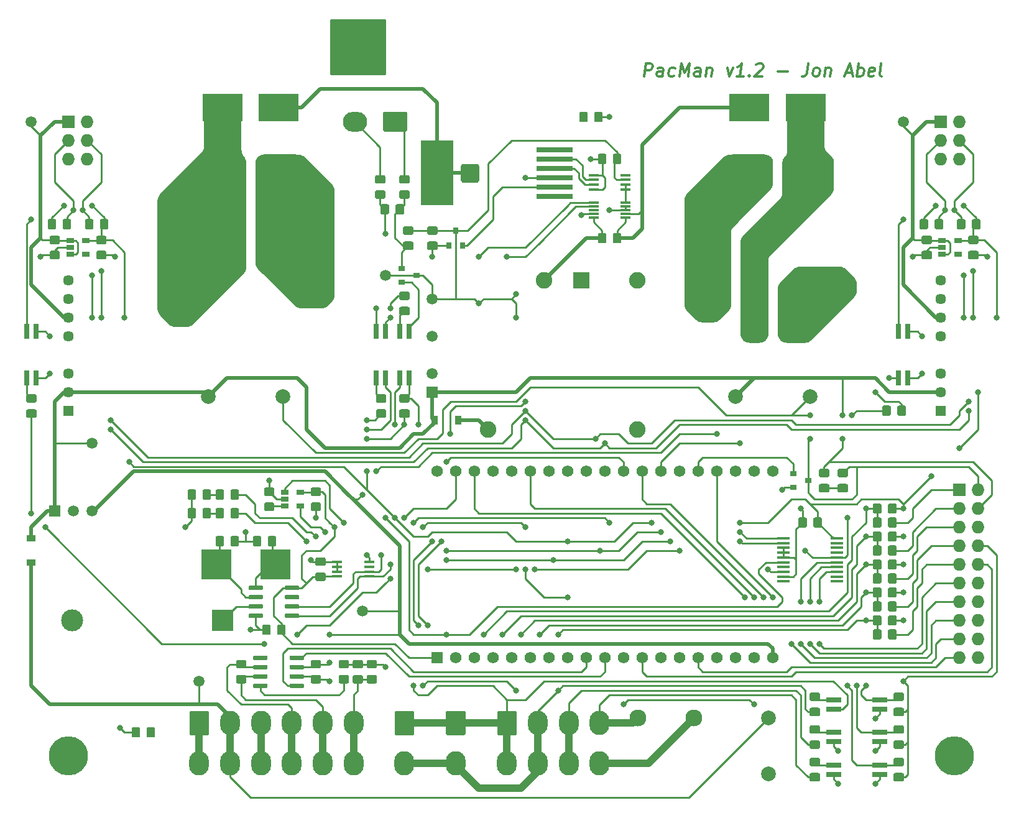
<source format=gbr>
G04 #@! TF.GenerationSoftware,KiCad,Pcbnew,(5.1.5)-3*
G04 #@! TF.CreationDate,2020-02-03T16:01:36-05:00*
G04 #@! TF.ProjectId,PacMan,5061634d-616e-42e6-9b69-6361645f7063,1.2*
G04 #@! TF.SameCoordinates,Original*
G04 #@! TF.FileFunction,Copper,L1,Top*
G04 #@! TF.FilePolarity,Positive*
%FSLAX46Y46*%
G04 Gerber Fmt 4.6, Leading zero omitted, Abs format (unit mm)*
G04 Created by KiCad (PCBNEW (5.1.5)-3) date 2020-02-03 16:01:36*
%MOMM*%
%LPD*%
G04 APERTURE LIST*
%ADD10C,0.300000*%
%ADD11C,0.100000*%
%ADD12R,0.640000X2.000000*%
%ADD13R,5.000000X0.760000*%
%ADD14R,4.500000X8.800000*%
%ADD15C,2.000000*%
%ADD16C,4.000000*%
%ADD17R,1.727200X1.727200*%
%ADD18O,1.727200X1.727200*%
%ADD19R,1.060000X0.650000*%
%ADD20R,1.450000X0.450000*%
%ADD21R,0.900000X1.200000*%
%ADD22C,1.450000*%
%ADD23R,1.450000X1.450000*%
%ADD24R,5.500000X3.810000*%
%ADD25C,1.500000*%
%ADD26R,0.800000X0.900000*%
%ADD27R,1.400000X0.300000*%
%ADD28C,1.508000*%
%ADD29R,1.508000X1.508000*%
%ADD30C,2.250000*%
%ADD31R,2.250000X2.250000*%
%ADD32O,6.500000X2.540000*%
%ADD33R,1.560000X1.560000*%
%ADD34C,1.560000*%
%ADD35R,4.100000X4.100000*%
%ADD36O,2.700000X3.300000*%
%ADD37R,0.900000X0.800000*%
%ADD38R,1.200000X0.900000*%
%ADD39C,5.334000*%
%ADD40R,2.000000X0.640000*%
%ADD41O,3.300000X2.700000*%
%ADD42C,2.300000*%
%ADD43R,1.750000X0.450000*%
%ADD44R,3.000000X3.000000*%
%ADD45C,3.000000*%
%ADD46C,0.800000*%
%ADD47C,0.250000*%
%ADD48C,1.000000*%
%ADD49C,0.500000*%
%ADD50C,0.254000*%
G04 APERTURE END LIST*
D10*
X161538645Y-54131666D02*
X161757395Y-52381666D01*
X162424062Y-52381666D01*
X162580312Y-52465000D01*
X162653229Y-52548333D01*
X162715729Y-52715000D01*
X162684479Y-52965000D01*
X162580312Y-53131666D01*
X162486562Y-53215000D01*
X162309479Y-53298333D01*
X161642812Y-53298333D01*
X164038645Y-54131666D02*
X164153229Y-53215000D01*
X164090729Y-53048333D01*
X163934479Y-52965000D01*
X163601145Y-52965000D01*
X163424062Y-53048333D01*
X164049062Y-54048333D02*
X163871979Y-54131666D01*
X163455312Y-54131666D01*
X163299062Y-54048333D01*
X163236562Y-53881666D01*
X163257395Y-53715000D01*
X163361562Y-53548333D01*
X163538645Y-53465000D01*
X163955312Y-53465000D01*
X164132395Y-53381666D01*
X165632395Y-54048333D02*
X165455312Y-54131666D01*
X165121979Y-54131666D01*
X164965729Y-54048333D01*
X164892812Y-53965000D01*
X164830312Y-53798333D01*
X164892812Y-53298333D01*
X164996979Y-53131666D01*
X165090729Y-53048333D01*
X165267812Y-52965000D01*
X165601145Y-52965000D01*
X165757395Y-53048333D01*
X166371979Y-54131666D02*
X166590729Y-52381666D01*
X167017812Y-53631666D01*
X167757395Y-52381666D01*
X167538645Y-54131666D01*
X169121979Y-54131666D02*
X169236562Y-53215000D01*
X169174062Y-53048333D01*
X169017812Y-52965000D01*
X168684479Y-52965000D01*
X168507395Y-53048333D01*
X169132395Y-54048333D02*
X168955312Y-54131666D01*
X168538645Y-54131666D01*
X168382395Y-54048333D01*
X168319895Y-53881666D01*
X168340729Y-53715000D01*
X168444895Y-53548333D01*
X168621979Y-53465000D01*
X169038645Y-53465000D01*
X169215729Y-53381666D01*
X170101145Y-52965000D02*
X169955312Y-54131666D01*
X170080312Y-53131666D02*
X170174062Y-53048333D01*
X170351145Y-52965000D01*
X170601145Y-52965000D01*
X170757395Y-53048333D01*
X170819895Y-53215000D01*
X170705312Y-54131666D01*
X172851145Y-52965000D02*
X173121979Y-54131666D01*
X173684479Y-52965000D01*
X175121979Y-54131666D02*
X174121979Y-54131666D01*
X174621979Y-54131666D02*
X174840729Y-52381666D01*
X174642812Y-52631666D01*
X174455312Y-52798333D01*
X174278229Y-52881666D01*
X175892812Y-53965000D02*
X175965729Y-54048333D01*
X175871979Y-54131666D01*
X175799062Y-54048333D01*
X175892812Y-53965000D01*
X175871979Y-54131666D01*
X176819895Y-52548333D02*
X176913645Y-52465000D01*
X177090729Y-52381666D01*
X177507395Y-52381666D01*
X177663645Y-52465000D01*
X177736562Y-52548333D01*
X177799062Y-52715000D01*
X177778229Y-52881666D01*
X177663645Y-53131666D01*
X176538645Y-54131666D01*
X177621979Y-54131666D01*
X179788645Y-53465000D02*
X181121979Y-53465000D01*
X183924062Y-52381666D02*
X183767812Y-53631666D01*
X183653229Y-53881666D01*
X183465729Y-54048333D01*
X183205312Y-54131666D01*
X183038645Y-54131666D01*
X184788645Y-54131666D02*
X184632395Y-54048333D01*
X184559479Y-53965000D01*
X184496979Y-53798333D01*
X184559479Y-53298333D01*
X184663645Y-53131666D01*
X184757395Y-53048333D01*
X184934479Y-52965000D01*
X185184479Y-52965000D01*
X185340729Y-53048333D01*
X185413645Y-53131666D01*
X185476145Y-53298333D01*
X185413645Y-53798333D01*
X185309479Y-53965000D01*
X185215729Y-54048333D01*
X185038645Y-54131666D01*
X184788645Y-54131666D01*
X186267812Y-52965000D02*
X186121979Y-54131666D01*
X186246979Y-53131666D02*
X186340729Y-53048333D01*
X186517812Y-52965000D01*
X186767812Y-52965000D01*
X186924062Y-53048333D01*
X186986562Y-53215000D01*
X186871979Y-54131666D01*
X189017812Y-53631666D02*
X189851145Y-53631666D01*
X188788645Y-54131666D02*
X189590729Y-52381666D01*
X189955312Y-54131666D01*
X190538645Y-54131666D02*
X190757395Y-52381666D01*
X190674062Y-53048333D02*
X190851145Y-52965000D01*
X191184479Y-52965000D01*
X191340729Y-53048333D01*
X191413645Y-53131666D01*
X191476145Y-53298333D01*
X191413645Y-53798333D01*
X191309479Y-53965000D01*
X191215729Y-54048333D01*
X191038645Y-54131666D01*
X190705312Y-54131666D01*
X190549062Y-54048333D01*
X192799062Y-54048333D02*
X192621979Y-54131666D01*
X192288645Y-54131666D01*
X192132395Y-54048333D01*
X192069895Y-53881666D01*
X192153229Y-53215000D01*
X192257395Y-53048333D01*
X192434479Y-52965000D01*
X192767812Y-52965000D01*
X192924062Y-53048333D01*
X192986562Y-53215000D01*
X192965729Y-53381666D01*
X192111562Y-53548333D01*
X193871979Y-54131666D02*
X193715729Y-54048333D01*
X193653229Y-53881666D01*
X193840729Y-52381666D01*
G04 #@! TA.AperFunction,SMDPad,CuDef*
D11*
G36*
X194904505Y-98996204D02*
G01*
X194928773Y-98999804D01*
X194952572Y-99005765D01*
X194975671Y-99014030D01*
X194997850Y-99024520D01*
X195018893Y-99037132D01*
X195038599Y-99051747D01*
X195056777Y-99068223D01*
X195073253Y-99086401D01*
X195087868Y-99106107D01*
X195100480Y-99127150D01*
X195110970Y-99149329D01*
X195119235Y-99172428D01*
X195125196Y-99196227D01*
X195128796Y-99220495D01*
X195130000Y-99244999D01*
X195130000Y-100145001D01*
X195128796Y-100169505D01*
X195125196Y-100193773D01*
X195119235Y-100217572D01*
X195110970Y-100240671D01*
X195100480Y-100262850D01*
X195087868Y-100283893D01*
X195073253Y-100303599D01*
X195056777Y-100321777D01*
X195038599Y-100338253D01*
X195018893Y-100352868D01*
X194997850Y-100365480D01*
X194975671Y-100375970D01*
X194952572Y-100384235D01*
X194928773Y-100390196D01*
X194904505Y-100393796D01*
X194880001Y-100395000D01*
X194229999Y-100395000D01*
X194205495Y-100393796D01*
X194181227Y-100390196D01*
X194157428Y-100384235D01*
X194134329Y-100375970D01*
X194112150Y-100365480D01*
X194091107Y-100352868D01*
X194071401Y-100338253D01*
X194053223Y-100321777D01*
X194036747Y-100303599D01*
X194022132Y-100283893D01*
X194009520Y-100262850D01*
X193999030Y-100240671D01*
X193990765Y-100217572D01*
X193984804Y-100193773D01*
X193981204Y-100169505D01*
X193980000Y-100145001D01*
X193980000Y-99244999D01*
X193981204Y-99220495D01*
X193984804Y-99196227D01*
X193990765Y-99172428D01*
X193999030Y-99149329D01*
X194009520Y-99127150D01*
X194022132Y-99106107D01*
X194036747Y-99086401D01*
X194053223Y-99068223D01*
X194071401Y-99051747D01*
X194091107Y-99037132D01*
X194112150Y-99024520D01*
X194134329Y-99014030D01*
X194157428Y-99005765D01*
X194181227Y-98999804D01*
X194205495Y-98996204D01*
X194229999Y-98995000D01*
X194880001Y-98995000D01*
X194904505Y-98996204D01*
G37*
G04 #@! TD.AperFunction*
G04 #@! TA.AperFunction,SMDPad,CuDef*
G36*
X196954505Y-98996204D02*
G01*
X196978773Y-98999804D01*
X197002572Y-99005765D01*
X197025671Y-99014030D01*
X197047850Y-99024520D01*
X197068893Y-99037132D01*
X197088599Y-99051747D01*
X197106777Y-99068223D01*
X197123253Y-99086401D01*
X197137868Y-99106107D01*
X197150480Y-99127150D01*
X197160970Y-99149329D01*
X197169235Y-99172428D01*
X197175196Y-99196227D01*
X197178796Y-99220495D01*
X197180000Y-99244999D01*
X197180000Y-100145001D01*
X197178796Y-100169505D01*
X197175196Y-100193773D01*
X197169235Y-100217572D01*
X197160970Y-100240671D01*
X197150480Y-100262850D01*
X197137868Y-100283893D01*
X197123253Y-100303599D01*
X197106777Y-100321777D01*
X197088599Y-100338253D01*
X197068893Y-100352868D01*
X197047850Y-100365480D01*
X197025671Y-100375970D01*
X197002572Y-100384235D01*
X196978773Y-100390196D01*
X196954505Y-100393796D01*
X196930001Y-100395000D01*
X196279999Y-100395000D01*
X196255495Y-100393796D01*
X196231227Y-100390196D01*
X196207428Y-100384235D01*
X196184329Y-100375970D01*
X196162150Y-100365480D01*
X196141107Y-100352868D01*
X196121401Y-100338253D01*
X196103223Y-100321777D01*
X196086747Y-100303599D01*
X196072132Y-100283893D01*
X196059520Y-100262850D01*
X196049030Y-100240671D01*
X196040765Y-100217572D01*
X196034804Y-100193773D01*
X196031204Y-100169505D01*
X196030000Y-100145001D01*
X196030000Y-99244999D01*
X196031204Y-99220495D01*
X196034804Y-99196227D01*
X196040765Y-99172428D01*
X196049030Y-99149329D01*
X196059520Y-99127150D01*
X196072132Y-99106107D01*
X196086747Y-99086401D01*
X196103223Y-99068223D01*
X196121401Y-99051747D01*
X196141107Y-99037132D01*
X196162150Y-99024520D01*
X196184329Y-99014030D01*
X196207428Y-99005765D01*
X196231227Y-98999804D01*
X196255495Y-98996204D01*
X196279999Y-98995000D01*
X196930001Y-98995000D01*
X196954505Y-98996204D01*
G37*
G04 #@! TD.AperFunction*
G04 #@! TA.AperFunction,SMDPad,CuDef*
G36*
X78579505Y-97461204D02*
G01*
X78603773Y-97464804D01*
X78627572Y-97470765D01*
X78650671Y-97479030D01*
X78672850Y-97489520D01*
X78693893Y-97502132D01*
X78713599Y-97516747D01*
X78731777Y-97533223D01*
X78748253Y-97551401D01*
X78762868Y-97571107D01*
X78775480Y-97592150D01*
X78785970Y-97614329D01*
X78794235Y-97637428D01*
X78800196Y-97661227D01*
X78803796Y-97685495D01*
X78805000Y-97709999D01*
X78805000Y-98360001D01*
X78803796Y-98384505D01*
X78800196Y-98408773D01*
X78794235Y-98432572D01*
X78785970Y-98455671D01*
X78775480Y-98477850D01*
X78762868Y-98498893D01*
X78748253Y-98518599D01*
X78731777Y-98536777D01*
X78713599Y-98553253D01*
X78693893Y-98567868D01*
X78672850Y-98580480D01*
X78650671Y-98590970D01*
X78627572Y-98599235D01*
X78603773Y-98605196D01*
X78579505Y-98608796D01*
X78555001Y-98610000D01*
X77654999Y-98610000D01*
X77630495Y-98608796D01*
X77606227Y-98605196D01*
X77582428Y-98599235D01*
X77559329Y-98590970D01*
X77537150Y-98580480D01*
X77516107Y-98567868D01*
X77496401Y-98553253D01*
X77478223Y-98536777D01*
X77461747Y-98518599D01*
X77447132Y-98498893D01*
X77434520Y-98477850D01*
X77424030Y-98455671D01*
X77415765Y-98432572D01*
X77409804Y-98408773D01*
X77406204Y-98384505D01*
X77405000Y-98360001D01*
X77405000Y-97709999D01*
X77406204Y-97685495D01*
X77409804Y-97661227D01*
X77415765Y-97637428D01*
X77424030Y-97614329D01*
X77434520Y-97592150D01*
X77447132Y-97571107D01*
X77461747Y-97551401D01*
X77478223Y-97533223D01*
X77496401Y-97516747D01*
X77516107Y-97502132D01*
X77537150Y-97489520D01*
X77559329Y-97479030D01*
X77582428Y-97470765D01*
X77606227Y-97464804D01*
X77630495Y-97461204D01*
X77654999Y-97460000D01*
X78555001Y-97460000D01*
X78579505Y-97461204D01*
G37*
G04 #@! TD.AperFunction*
G04 #@! TA.AperFunction,SMDPad,CuDef*
G36*
X78579505Y-99511204D02*
G01*
X78603773Y-99514804D01*
X78627572Y-99520765D01*
X78650671Y-99529030D01*
X78672850Y-99539520D01*
X78693893Y-99552132D01*
X78713599Y-99566747D01*
X78731777Y-99583223D01*
X78748253Y-99601401D01*
X78762868Y-99621107D01*
X78775480Y-99642150D01*
X78785970Y-99664329D01*
X78794235Y-99687428D01*
X78800196Y-99711227D01*
X78803796Y-99735495D01*
X78805000Y-99759999D01*
X78805000Y-100410001D01*
X78803796Y-100434505D01*
X78800196Y-100458773D01*
X78794235Y-100482572D01*
X78785970Y-100505671D01*
X78775480Y-100527850D01*
X78762868Y-100548893D01*
X78748253Y-100568599D01*
X78731777Y-100586777D01*
X78713599Y-100603253D01*
X78693893Y-100617868D01*
X78672850Y-100630480D01*
X78650671Y-100640970D01*
X78627572Y-100649235D01*
X78603773Y-100655196D01*
X78579505Y-100658796D01*
X78555001Y-100660000D01*
X77654999Y-100660000D01*
X77630495Y-100658796D01*
X77606227Y-100655196D01*
X77582428Y-100649235D01*
X77559329Y-100640970D01*
X77537150Y-100630480D01*
X77516107Y-100617868D01*
X77496401Y-100603253D01*
X77478223Y-100586777D01*
X77461747Y-100568599D01*
X77447132Y-100548893D01*
X77434520Y-100527850D01*
X77424030Y-100505671D01*
X77415765Y-100482572D01*
X77409804Y-100458773D01*
X77406204Y-100434505D01*
X77405000Y-100410001D01*
X77405000Y-99759999D01*
X77406204Y-99735495D01*
X77409804Y-99711227D01*
X77415765Y-99687428D01*
X77424030Y-99664329D01*
X77434520Y-99642150D01*
X77447132Y-99621107D01*
X77461747Y-99601401D01*
X77478223Y-99583223D01*
X77496401Y-99566747D01*
X77516107Y-99552132D01*
X77537150Y-99539520D01*
X77559329Y-99529030D01*
X77582428Y-99520765D01*
X77606227Y-99514804D01*
X77630495Y-99511204D01*
X77654999Y-99510000D01*
X78555001Y-99510000D01*
X78579505Y-99511204D01*
G37*
G04 #@! TD.AperFunction*
D12*
X196215000Y-95225000D03*
X197485000Y-95225000D03*
X197485000Y-88925000D03*
X196215000Y-88925000D03*
X77470000Y-95225000D03*
X78740000Y-95225000D03*
X78740000Y-88925000D03*
X77470000Y-88925000D03*
D13*
X149378000Y-70485000D03*
X149378000Y-64135000D03*
X149378000Y-65405000D03*
X149378000Y-66675000D03*
X149378000Y-67945000D03*
D14*
X133328000Y-67310000D03*
D13*
X149378000Y-69215000D03*
D15*
X184150000Y-97790000D03*
X173990000Y-97790000D03*
D16*
X170180000Y-85090000D03*
X187960000Y-82550000D03*
D15*
X112395000Y-97790000D03*
X102235000Y-97790000D03*
D16*
X98425000Y-85090000D03*
X116205000Y-82550000D03*
G04 #@! TA.AperFunction,SMDPad,CuDef*
D11*
G36*
X81754505Y-77921204D02*
G01*
X81778773Y-77924804D01*
X81802572Y-77930765D01*
X81825671Y-77939030D01*
X81847850Y-77949520D01*
X81868893Y-77962132D01*
X81888599Y-77976747D01*
X81906777Y-77993223D01*
X81923253Y-78011401D01*
X81937868Y-78031107D01*
X81950480Y-78052150D01*
X81960970Y-78074329D01*
X81969235Y-78097428D01*
X81975196Y-78121227D01*
X81978796Y-78145495D01*
X81980000Y-78169999D01*
X81980000Y-78820001D01*
X81978796Y-78844505D01*
X81975196Y-78868773D01*
X81969235Y-78892572D01*
X81960970Y-78915671D01*
X81950480Y-78937850D01*
X81937868Y-78958893D01*
X81923253Y-78978599D01*
X81906777Y-78996777D01*
X81888599Y-79013253D01*
X81868893Y-79027868D01*
X81847850Y-79040480D01*
X81825671Y-79050970D01*
X81802572Y-79059235D01*
X81778773Y-79065196D01*
X81754505Y-79068796D01*
X81730001Y-79070000D01*
X80829999Y-79070000D01*
X80805495Y-79068796D01*
X80781227Y-79065196D01*
X80757428Y-79059235D01*
X80734329Y-79050970D01*
X80712150Y-79040480D01*
X80691107Y-79027868D01*
X80671401Y-79013253D01*
X80653223Y-78996777D01*
X80636747Y-78978599D01*
X80622132Y-78958893D01*
X80609520Y-78937850D01*
X80599030Y-78915671D01*
X80590765Y-78892572D01*
X80584804Y-78868773D01*
X80581204Y-78844505D01*
X80580000Y-78820001D01*
X80580000Y-78169999D01*
X80581204Y-78145495D01*
X80584804Y-78121227D01*
X80590765Y-78097428D01*
X80599030Y-78074329D01*
X80609520Y-78052150D01*
X80622132Y-78031107D01*
X80636747Y-78011401D01*
X80653223Y-77993223D01*
X80671401Y-77976747D01*
X80691107Y-77962132D01*
X80712150Y-77949520D01*
X80734329Y-77939030D01*
X80757428Y-77930765D01*
X80781227Y-77924804D01*
X80805495Y-77921204D01*
X80829999Y-77920000D01*
X81730001Y-77920000D01*
X81754505Y-77921204D01*
G37*
G04 #@! TD.AperFunction*
G04 #@! TA.AperFunction,SMDPad,CuDef*
G36*
X81754505Y-75871204D02*
G01*
X81778773Y-75874804D01*
X81802572Y-75880765D01*
X81825671Y-75889030D01*
X81847850Y-75899520D01*
X81868893Y-75912132D01*
X81888599Y-75926747D01*
X81906777Y-75943223D01*
X81923253Y-75961401D01*
X81937868Y-75981107D01*
X81950480Y-76002150D01*
X81960970Y-76024329D01*
X81969235Y-76047428D01*
X81975196Y-76071227D01*
X81978796Y-76095495D01*
X81980000Y-76119999D01*
X81980000Y-76770001D01*
X81978796Y-76794505D01*
X81975196Y-76818773D01*
X81969235Y-76842572D01*
X81960970Y-76865671D01*
X81950480Y-76887850D01*
X81937868Y-76908893D01*
X81923253Y-76928599D01*
X81906777Y-76946777D01*
X81888599Y-76963253D01*
X81868893Y-76977868D01*
X81847850Y-76990480D01*
X81825671Y-77000970D01*
X81802572Y-77009235D01*
X81778773Y-77015196D01*
X81754505Y-77018796D01*
X81730001Y-77020000D01*
X80829999Y-77020000D01*
X80805495Y-77018796D01*
X80781227Y-77015196D01*
X80757428Y-77009235D01*
X80734329Y-77000970D01*
X80712150Y-76990480D01*
X80691107Y-76977868D01*
X80671401Y-76963253D01*
X80653223Y-76946777D01*
X80636747Y-76928599D01*
X80622132Y-76908893D01*
X80609520Y-76887850D01*
X80599030Y-76865671D01*
X80590765Y-76842572D01*
X80584804Y-76818773D01*
X80581204Y-76794505D01*
X80580000Y-76770001D01*
X80580000Y-76119999D01*
X80581204Y-76095495D01*
X80584804Y-76071227D01*
X80590765Y-76047428D01*
X80599030Y-76024329D01*
X80609520Y-76002150D01*
X80622132Y-75981107D01*
X80636747Y-75961401D01*
X80653223Y-75943223D01*
X80671401Y-75926747D01*
X80691107Y-75912132D01*
X80712150Y-75899520D01*
X80734329Y-75889030D01*
X80757428Y-75880765D01*
X80781227Y-75874804D01*
X80805495Y-75871204D01*
X80829999Y-75870000D01*
X81730001Y-75870000D01*
X81754505Y-75871204D01*
G37*
G04 #@! TD.AperFunction*
D17*
X201930000Y-60325000D03*
D18*
X204470000Y-60325000D03*
X201930000Y-62865000D03*
X204470000Y-62865000D03*
X201930000Y-65405000D03*
X204470000Y-65405000D03*
D19*
X204300000Y-76520000D03*
X204300000Y-78420000D03*
X202100000Y-78420000D03*
X202100000Y-77470000D03*
X202100000Y-76520000D03*
G04 #@! TA.AperFunction,SMDPad,CuDef*
D11*
G36*
X206849505Y-77921204D02*
G01*
X206873773Y-77924804D01*
X206897572Y-77930765D01*
X206920671Y-77939030D01*
X206942850Y-77949520D01*
X206963893Y-77962132D01*
X206983599Y-77976747D01*
X207001777Y-77993223D01*
X207018253Y-78011401D01*
X207032868Y-78031107D01*
X207045480Y-78052150D01*
X207055970Y-78074329D01*
X207064235Y-78097428D01*
X207070196Y-78121227D01*
X207073796Y-78145495D01*
X207075000Y-78169999D01*
X207075000Y-78820001D01*
X207073796Y-78844505D01*
X207070196Y-78868773D01*
X207064235Y-78892572D01*
X207055970Y-78915671D01*
X207045480Y-78937850D01*
X207032868Y-78958893D01*
X207018253Y-78978599D01*
X207001777Y-78996777D01*
X206983599Y-79013253D01*
X206963893Y-79027868D01*
X206942850Y-79040480D01*
X206920671Y-79050970D01*
X206897572Y-79059235D01*
X206873773Y-79065196D01*
X206849505Y-79068796D01*
X206825001Y-79070000D01*
X205924999Y-79070000D01*
X205900495Y-79068796D01*
X205876227Y-79065196D01*
X205852428Y-79059235D01*
X205829329Y-79050970D01*
X205807150Y-79040480D01*
X205786107Y-79027868D01*
X205766401Y-79013253D01*
X205748223Y-78996777D01*
X205731747Y-78978599D01*
X205717132Y-78958893D01*
X205704520Y-78937850D01*
X205694030Y-78915671D01*
X205685765Y-78892572D01*
X205679804Y-78868773D01*
X205676204Y-78844505D01*
X205675000Y-78820001D01*
X205675000Y-78169999D01*
X205676204Y-78145495D01*
X205679804Y-78121227D01*
X205685765Y-78097428D01*
X205694030Y-78074329D01*
X205704520Y-78052150D01*
X205717132Y-78031107D01*
X205731747Y-78011401D01*
X205748223Y-77993223D01*
X205766401Y-77976747D01*
X205786107Y-77962132D01*
X205807150Y-77949520D01*
X205829329Y-77939030D01*
X205852428Y-77930765D01*
X205876227Y-77924804D01*
X205900495Y-77921204D01*
X205924999Y-77920000D01*
X206825001Y-77920000D01*
X206849505Y-77921204D01*
G37*
G04 #@! TD.AperFunction*
G04 #@! TA.AperFunction,SMDPad,CuDef*
G36*
X206849505Y-75871204D02*
G01*
X206873773Y-75874804D01*
X206897572Y-75880765D01*
X206920671Y-75889030D01*
X206942850Y-75899520D01*
X206963893Y-75912132D01*
X206983599Y-75926747D01*
X207001777Y-75943223D01*
X207018253Y-75961401D01*
X207032868Y-75981107D01*
X207045480Y-76002150D01*
X207055970Y-76024329D01*
X207064235Y-76047428D01*
X207070196Y-76071227D01*
X207073796Y-76095495D01*
X207075000Y-76119999D01*
X207075000Y-76770001D01*
X207073796Y-76794505D01*
X207070196Y-76818773D01*
X207064235Y-76842572D01*
X207055970Y-76865671D01*
X207045480Y-76887850D01*
X207032868Y-76908893D01*
X207018253Y-76928599D01*
X207001777Y-76946777D01*
X206983599Y-76963253D01*
X206963893Y-76977868D01*
X206942850Y-76990480D01*
X206920671Y-77000970D01*
X206897572Y-77009235D01*
X206873773Y-77015196D01*
X206849505Y-77018796D01*
X206825001Y-77020000D01*
X205924999Y-77020000D01*
X205900495Y-77018796D01*
X205876227Y-77015196D01*
X205852428Y-77009235D01*
X205829329Y-77000970D01*
X205807150Y-76990480D01*
X205786107Y-76977868D01*
X205766401Y-76963253D01*
X205748223Y-76946777D01*
X205731747Y-76928599D01*
X205717132Y-76908893D01*
X205704520Y-76887850D01*
X205694030Y-76865671D01*
X205685765Y-76842572D01*
X205679804Y-76818773D01*
X205676204Y-76794505D01*
X205675000Y-76770001D01*
X205675000Y-76119999D01*
X205676204Y-76095495D01*
X205679804Y-76071227D01*
X205685765Y-76047428D01*
X205694030Y-76024329D01*
X205704520Y-76002150D01*
X205717132Y-75981107D01*
X205731747Y-75961401D01*
X205748223Y-75943223D01*
X205766401Y-75926747D01*
X205786107Y-75912132D01*
X205807150Y-75899520D01*
X205829329Y-75889030D01*
X205852428Y-75880765D01*
X205876227Y-75874804D01*
X205900495Y-75871204D01*
X205924999Y-75870000D01*
X206825001Y-75870000D01*
X206849505Y-75871204D01*
G37*
G04 #@! TD.AperFunction*
D20*
X154645000Y-67605000D03*
X154645000Y-68255000D03*
X154645000Y-68905000D03*
X154645000Y-69555000D03*
X159045000Y-69555000D03*
X159045000Y-68905000D03*
X159045000Y-68255000D03*
X159045000Y-67605000D03*
G04 #@! TA.AperFunction,SMDPad,CuDef*
D11*
G36*
X200499505Y-77921204D02*
G01*
X200523773Y-77924804D01*
X200547572Y-77930765D01*
X200570671Y-77939030D01*
X200592850Y-77949520D01*
X200613893Y-77962132D01*
X200633599Y-77976747D01*
X200651777Y-77993223D01*
X200668253Y-78011401D01*
X200682868Y-78031107D01*
X200695480Y-78052150D01*
X200705970Y-78074329D01*
X200714235Y-78097428D01*
X200720196Y-78121227D01*
X200723796Y-78145495D01*
X200725000Y-78169999D01*
X200725000Y-78820001D01*
X200723796Y-78844505D01*
X200720196Y-78868773D01*
X200714235Y-78892572D01*
X200705970Y-78915671D01*
X200695480Y-78937850D01*
X200682868Y-78958893D01*
X200668253Y-78978599D01*
X200651777Y-78996777D01*
X200633599Y-79013253D01*
X200613893Y-79027868D01*
X200592850Y-79040480D01*
X200570671Y-79050970D01*
X200547572Y-79059235D01*
X200523773Y-79065196D01*
X200499505Y-79068796D01*
X200475001Y-79070000D01*
X199574999Y-79070000D01*
X199550495Y-79068796D01*
X199526227Y-79065196D01*
X199502428Y-79059235D01*
X199479329Y-79050970D01*
X199457150Y-79040480D01*
X199436107Y-79027868D01*
X199416401Y-79013253D01*
X199398223Y-78996777D01*
X199381747Y-78978599D01*
X199367132Y-78958893D01*
X199354520Y-78937850D01*
X199344030Y-78915671D01*
X199335765Y-78892572D01*
X199329804Y-78868773D01*
X199326204Y-78844505D01*
X199325000Y-78820001D01*
X199325000Y-78169999D01*
X199326204Y-78145495D01*
X199329804Y-78121227D01*
X199335765Y-78097428D01*
X199344030Y-78074329D01*
X199354520Y-78052150D01*
X199367132Y-78031107D01*
X199381747Y-78011401D01*
X199398223Y-77993223D01*
X199416401Y-77976747D01*
X199436107Y-77962132D01*
X199457150Y-77949520D01*
X199479329Y-77939030D01*
X199502428Y-77930765D01*
X199526227Y-77924804D01*
X199550495Y-77921204D01*
X199574999Y-77920000D01*
X200475001Y-77920000D01*
X200499505Y-77921204D01*
G37*
G04 #@! TD.AperFunction*
G04 #@! TA.AperFunction,SMDPad,CuDef*
G36*
X200499505Y-75871204D02*
G01*
X200523773Y-75874804D01*
X200547572Y-75880765D01*
X200570671Y-75889030D01*
X200592850Y-75899520D01*
X200613893Y-75912132D01*
X200633599Y-75926747D01*
X200651777Y-75943223D01*
X200668253Y-75961401D01*
X200682868Y-75981107D01*
X200695480Y-76002150D01*
X200705970Y-76024329D01*
X200714235Y-76047428D01*
X200720196Y-76071227D01*
X200723796Y-76095495D01*
X200725000Y-76119999D01*
X200725000Y-76770001D01*
X200723796Y-76794505D01*
X200720196Y-76818773D01*
X200714235Y-76842572D01*
X200705970Y-76865671D01*
X200695480Y-76887850D01*
X200682868Y-76908893D01*
X200668253Y-76928599D01*
X200651777Y-76946777D01*
X200633599Y-76963253D01*
X200613893Y-76977868D01*
X200592850Y-76990480D01*
X200570671Y-77000970D01*
X200547572Y-77009235D01*
X200523773Y-77015196D01*
X200499505Y-77018796D01*
X200475001Y-77020000D01*
X199574999Y-77020000D01*
X199550495Y-77018796D01*
X199526227Y-77015196D01*
X199502428Y-77009235D01*
X199479329Y-77000970D01*
X199457150Y-76990480D01*
X199436107Y-76977868D01*
X199416401Y-76963253D01*
X199398223Y-76946777D01*
X199381747Y-76928599D01*
X199367132Y-76908893D01*
X199354520Y-76887850D01*
X199344030Y-76865671D01*
X199335765Y-76842572D01*
X199329804Y-76818773D01*
X199326204Y-76794505D01*
X199325000Y-76770001D01*
X199325000Y-76119999D01*
X199326204Y-76095495D01*
X199329804Y-76071227D01*
X199335765Y-76047428D01*
X199344030Y-76024329D01*
X199354520Y-76002150D01*
X199367132Y-75981107D01*
X199381747Y-75961401D01*
X199398223Y-75943223D01*
X199416401Y-75926747D01*
X199436107Y-75912132D01*
X199457150Y-75899520D01*
X199479329Y-75889030D01*
X199502428Y-75880765D01*
X199526227Y-75874804D01*
X199550495Y-75871204D01*
X199574999Y-75870000D01*
X200475001Y-75870000D01*
X200499505Y-75871204D01*
G37*
G04 #@! TD.AperFunction*
G04 #@! TA.AperFunction,SMDPad,CuDef*
G36*
X158219505Y-64706204D02*
G01*
X158243773Y-64709804D01*
X158267572Y-64715765D01*
X158290671Y-64724030D01*
X158312850Y-64734520D01*
X158333893Y-64747132D01*
X158353599Y-64761747D01*
X158371777Y-64778223D01*
X158388253Y-64796401D01*
X158402868Y-64816107D01*
X158415480Y-64837150D01*
X158425970Y-64859329D01*
X158434235Y-64882428D01*
X158440196Y-64906227D01*
X158443796Y-64930495D01*
X158445000Y-64954999D01*
X158445000Y-65855001D01*
X158443796Y-65879505D01*
X158440196Y-65903773D01*
X158434235Y-65927572D01*
X158425970Y-65950671D01*
X158415480Y-65972850D01*
X158402868Y-65993893D01*
X158388253Y-66013599D01*
X158371777Y-66031777D01*
X158353599Y-66048253D01*
X158333893Y-66062868D01*
X158312850Y-66075480D01*
X158290671Y-66085970D01*
X158267572Y-66094235D01*
X158243773Y-66100196D01*
X158219505Y-66103796D01*
X158195001Y-66105000D01*
X157544999Y-66105000D01*
X157520495Y-66103796D01*
X157496227Y-66100196D01*
X157472428Y-66094235D01*
X157449329Y-66085970D01*
X157427150Y-66075480D01*
X157406107Y-66062868D01*
X157386401Y-66048253D01*
X157368223Y-66031777D01*
X157351747Y-66013599D01*
X157337132Y-65993893D01*
X157324520Y-65972850D01*
X157314030Y-65950671D01*
X157305765Y-65927572D01*
X157299804Y-65903773D01*
X157296204Y-65879505D01*
X157295000Y-65855001D01*
X157295000Y-64954999D01*
X157296204Y-64930495D01*
X157299804Y-64906227D01*
X157305765Y-64882428D01*
X157314030Y-64859329D01*
X157324520Y-64837150D01*
X157337132Y-64816107D01*
X157351747Y-64796401D01*
X157368223Y-64778223D01*
X157386401Y-64761747D01*
X157406107Y-64747132D01*
X157427150Y-64734520D01*
X157449329Y-64724030D01*
X157472428Y-64715765D01*
X157496227Y-64709804D01*
X157520495Y-64706204D01*
X157544999Y-64705000D01*
X158195001Y-64705000D01*
X158219505Y-64706204D01*
G37*
G04 #@! TD.AperFunction*
G04 #@! TA.AperFunction,SMDPad,CuDef*
G36*
X156169505Y-64706204D02*
G01*
X156193773Y-64709804D01*
X156217572Y-64715765D01*
X156240671Y-64724030D01*
X156262850Y-64734520D01*
X156283893Y-64747132D01*
X156303599Y-64761747D01*
X156321777Y-64778223D01*
X156338253Y-64796401D01*
X156352868Y-64816107D01*
X156365480Y-64837150D01*
X156375970Y-64859329D01*
X156384235Y-64882428D01*
X156390196Y-64906227D01*
X156393796Y-64930495D01*
X156395000Y-64954999D01*
X156395000Y-65855001D01*
X156393796Y-65879505D01*
X156390196Y-65903773D01*
X156384235Y-65927572D01*
X156375970Y-65950671D01*
X156365480Y-65972850D01*
X156352868Y-65993893D01*
X156338253Y-66013599D01*
X156321777Y-66031777D01*
X156303599Y-66048253D01*
X156283893Y-66062868D01*
X156262850Y-66075480D01*
X156240671Y-66085970D01*
X156217572Y-66094235D01*
X156193773Y-66100196D01*
X156169505Y-66103796D01*
X156145001Y-66105000D01*
X155494999Y-66105000D01*
X155470495Y-66103796D01*
X155446227Y-66100196D01*
X155422428Y-66094235D01*
X155399329Y-66085970D01*
X155377150Y-66075480D01*
X155356107Y-66062868D01*
X155336401Y-66048253D01*
X155318223Y-66031777D01*
X155301747Y-66013599D01*
X155287132Y-65993893D01*
X155274520Y-65972850D01*
X155264030Y-65950671D01*
X155255765Y-65927572D01*
X155249804Y-65903773D01*
X155246204Y-65879505D01*
X155245000Y-65855001D01*
X155245000Y-64954999D01*
X155246204Y-64930495D01*
X155249804Y-64906227D01*
X155255765Y-64882428D01*
X155264030Y-64859329D01*
X155274520Y-64837150D01*
X155287132Y-64816107D01*
X155301747Y-64796401D01*
X155318223Y-64778223D01*
X155336401Y-64761747D01*
X155356107Y-64747132D01*
X155377150Y-64734520D01*
X155399329Y-64724030D01*
X155422428Y-64715765D01*
X155446227Y-64709804D01*
X155470495Y-64706204D01*
X155494999Y-64705000D01*
X156145001Y-64705000D01*
X156169505Y-64706204D01*
G37*
G04 #@! TD.AperFunction*
D21*
X132970000Y-100965000D03*
X136270000Y-100965000D03*
D22*
X83185000Y-81915000D03*
X83185000Y-84455000D03*
X83185000Y-86995000D03*
X83185000Y-89535000D03*
X83185000Y-94615000D03*
X83185000Y-97155000D03*
D23*
X83185000Y-99695000D03*
X201930000Y-99695000D03*
D22*
X201930000Y-97155000D03*
X201930000Y-94615000D03*
X201930000Y-89535000D03*
X201930000Y-86995000D03*
X201930000Y-84455000D03*
X201930000Y-81915000D03*
D24*
X111765000Y-58420000D03*
X104135000Y-58420000D03*
X183520000Y-58420000D03*
X175890000Y-58420000D03*
D17*
X83185000Y-60325000D03*
D18*
X85725000Y-60325000D03*
X83185000Y-62865000D03*
X85725000Y-62865000D03*
X83185000Y-65405000D03*
X85725000Y-65405000D03*
G04 #@! TA.AperFunction,SMDPad,CuDef*
D11*
G36*
X202034505Y-73596204D02*
G01*
X202058773Y-73599804D01*
X202082572Y-73605765D01*
X202105671Y-73614030D01*
X202127850Y-73624520D01*
X202148893Y-73637132D01*
X202168599Y-73651747D01*
X202186777Y-73668223D01*
X202203253Y-73686401D01*
X202217868Y-73706107D01*
X202230480Y-73727150D01*
X202240970Y-73749329D01*
X202249235Y-73772428D01*
X202255196Y-73796227D01*
X202258796Y-73820495D01*
X202260000Y-73844999D01*
X202260000Y-74745001D01*
X202258796Y-74769505D01*
X202255196Y-74793773D01*
X202249235Y-74817572D01*
X202240970Y-74840671D01*
X202230480Y-74862850D01*
X202217868Y-74883893D01*
X202203253Y-74903599D01*
X202186777Y-74921777D01*
X202168599Y-74938253D01*
X202148893Y-74952868D01*
X202127850Y-74965480D01*
X202105671Y-74975970D01*
X202082572Y-74984235D01*
X202058773Y-74990196D01*
X202034505Y-74993796D01*
X202010001Y-74995000D01*
X201359999Y-74995000D01*
X201335495Y-74993796D01*
X201311227Y-74990196D01*
X201287428Y-74984235D01*
X201264329Y-74975970D01*
X201242150Y-74965480D01*
X201221107Y-74952868D01*
X201201401Y-74938253D01*
X201183223Y-74921777D01*
X201166747Y-74903599D01*
X201152132Y-74883893D01*
X201139520Y-74862850D01*
X201129030Y-74840671D01*
X201120765Y-74817572D01*
X201114804Y-74793773D01*
X201111204Y-74769505D01*
X201110000Y-74745001D01*
X201110000Y-73844999D01*
X201111204Y-73820495D01*
X201114804Y-73796227D01*
X201120765Y-73772428D01*
X201129030Y-73749329D01*
X201139520Y-73727150D01*
X201152132Y-73706107D01*
X201166747Y-73686401D01*
X201183223Y-73668223D01*
X201201401Y-73651747D01*
X201221107Y-73637132D01*
X201242150Y-73624520D01*
X201264329Y-73614030D01*
X201287428Y-73605765D01*
X201311227Y-73599804D01*
X201335495Y-73596204D01*
X201359999Y-73595000D01*
X202010001Y-73595000D01*
X202034505Y-73596204D01*
G37*
G04 #@! TD.AperFunction*
G04 #@! TA.AperFunction,SMDPad,CuDef*
G36*
X199984505Y-73596204D02*
G01*
X200008773Y-73599804D01*
X200032572Y-73605765D01*
X200055671Y-73614030D01*
X200077850Y-73624520D01*
X200098893Y-73637132D01*
X200118599Y-73651747D01*
X200136777Y-73668223D01*
X200153253Y-73686401D01*
X200167868Y-73706107D01*
X200180480Y-73727150D01*
X200190970Y-73749329D01*
X200199235Y-73772428D01*
X200205196Y-73796227D01*
X200208796Y-73820495D01*
X200210000Y-73844999D01*
X200210000Y-74745001D01*
X200208796Y-74769505D01*
X200205196Y-74793773D01*
X200199235Y-74817572D01*
X200190970Y-74840671D01*
X200180480Y-74862850D01*
X200167868Y-74883893D01*
X200153253Y-74903599D01*
X200136777Y-74921777D01*
X200118599Y-74938253D01*
X200098893Y-74952868D01*
X200077850Y-74965480D01*
X200055671Y-74975970D01*
X200032572Y-74984235D01*
X200008773Y-74990196D01*
X199984505Y-74993796D01*
X199960001Y-74995000D01*
X199309999Y-74995000D01*
X199285495Y-74993796D01*
X199261227Y-74990196D01*
X199237428Y-74984235D01*
X199214329Y-74975970D01*
X199192150Y-74965480D01*
X199171107Y-74952868D01*
X199151401Y-74938253D01*
X199133223Y-74921777D01*
X199116747Y-74903599D01*
X199102132Y-74883893D01*
X199089520Y-74862850D01*
X199079030Y-74840671D01*
X199070765Y-74817572D01*
X199064804Y-74793773D01*
X199061204Y-74769505D01*
X199060000Y-74745001D01*
X199060000Y-73844999D01*
X199061204Y-73820495D01*
X199064804Y-73796227D01*
X199070765Y-73772428D01*
X199079030Y-73749329D01*
X199089520Y-73727150D01*
X199102132Y-73706107D01*
X199116747Y-73686401D01*
X199133223Y-73668223D01*
X199151401Y-73651747D01*
X199171107Y-73637132D01*
X199192150Y-73624520D01*
X199214329Y-73614030D01*
X199237428Y-73605765D01*
X199261227Y-73599804D01*
X199285495Y-73596204D01*
X199309999Y-73595000D01*
X199960001Y-73595000D01*
X199984505Y-73596204D01*
G37*
G04 #@! TD.AperFunction*
G04 #@! TA.AperFunction,SMDPad,CuDef*
G36*
X207114505Y-73596204D02*
G01*
X207138773Y-73599804D01*
X207162572Y-73605765D01*
X207185671Y-73614030D01*
X207207850Y-73624520D01*
X207228893Y-73637132D01*
X207248599Y-73651747D01*
X207266777Y-73668223D01*
X207283253Y-73686401D01*
X207297868Y-73706107D01*
X207310480Y-73727150D01*
X207320970Y-73749329D01*
X207329235Y-73772428D01*
X207335196Y-73796227D01*
X207338796Y-73820495D01*
X207340000Y-73844999D01*
X207340000Y-74745001D01*
X207338796Y-74769505D01*
X207335196Y-74793773D01*
X207329235Y-74817572D01*
X207320970Y-74840671D01*
X207310480Y-74862850D01*
X207297868Y-74883893D01*
X207283253Y-74903599D01*
X207266777Y-74921777D01*
X207248599Y-74938253D01*
X207228893Y-74952868D01*
X207207850Y-74965480D01*
X207185671Y-74975970D01*
X207162572Y-74984235D01*
X207138773Y-74990196D01*
X207114505Y-74993796D01*
X207090001Y-74995000D01*
X206439999Y-74995000D01*
X206415495Y-74993796D01*
X206391227Y-74990196D01*
X206367428Y-74984235D01*
X206344329Y-74975970D01*
X206322150Y-74965480D01*
X206301107Y-74952868D01*
X206281401Y-74938253D01*
X206263223Y-74921777D01*
X206246747Y-74903599D01*
X206232132Y-74883893D01*
X206219520Y-74862850D01*
X206209030Y-74840671D01*
X206200765Y-74817572D01*
X206194804Y-74793773D01*
X206191204Y-74769505D01*
X206190000Y-74745001D01*
X206190000Y-73844999D01*
X206191204Y-73820495D01*
X206194804Y-73796227D01*
X206200765Y-73772428D01*
X206209030Y-73749329D01*
X206219520Y-73727150D01*
X206232132Y-73706107D01*
X206246747Y-73686401D01*
X206263223Y-73668223D01*
X206281401Y-73651747D01*
X206301107Y-73637132D01*
X206322150Y-73624520D01*
X206344329Y-73614030D01*
X206367428Y-73605765D01*
X206391227Y-73599804D01*
X206415495Y-73596204D01*
X206439999Y-73595000D01*
X207090001Y-73595000D01*
X207114505Y-73596204D01*
G37*
G04 #@! TD.AperFunction*
G04 #@! TA.AperFunction,SMDPad,CuDef*
G36*
X205064505Y-73596204D02*
G01*
X205088773Y-73599804D01*
X205112572Y-73605765D01*
X205135671Y-73614030D01*
X205157850Y-73624520D01*
X205178893Y-73637132D01*
X205198599Y-73651747D01*
X205216777Y-73668223D01*
X205233253Y-73686401D01*
X205247868Y-73706107D01*
X205260480Y-73727150D01*
X205270970Y-73749329D01*
X205279235Y-73772428D01*
X205285196Y-73796227D01*
X205288796Y-73820495D01*
X205290000Y-73844999D01*
X205290000Y-74745001D01*
X205288796Y-74769505D01*
X205285196Y-74793773D01*
X205279235Y-74817572D01*
X205270970Y-74840671D01*
X205260480Y-74862850D01*
X205247868Y-74883893D01*
X205233253Y-74903599D01*
X205216777Y-74921777D01*
X205198599Y-74938253D01*
X205178893Y-74952868D01*
X205157850Y-74965480D01*
X205135671Y-74975970D01*
X205112572Y-74984235D01*
X205088773Y-74990196D01*
X205064505Y-74993796D01*
X205040001Y-74995000D01*
X204389999Y-74995000D01*
X204365495Y-74993796D01*
X204341227Y-74990196D01*
X204317428Y-74984235D01*
X204294329Y-74975970D01*
X204272150Y-74965480D01*
X204251107Y-74952868D01*
X204231401Y-74938253D01*
X204213223Y-74921777D01*
X204196747Y-74903599D01*
X204182132Y-74883893D01*
X204169520Y-74862850D01*
X204159030Y-74840671D01*
X204150765Y-74817572D01*
X204144804Y-74793773D01*
X204141204Y-74769505D01*
X204140000Y-74745001D01*
X204140000Y-73844999D01*
X204141204Y-73820495D01*
X204144804Y-73796227D01*
X204150765Y-73772428D01*
X204159030Y-73749329D01*
X204169520Y-73727150D01*
X204182132Y-73706107D01*
X204196747Y-73686401D01*
X204213223Y-73668223D01*
X204231401Y-73651747D01*
X204251107Y-73637132D01*
X204272150Y-73624520D01*
X204294329Y-73614030D01*
X204317428Y-73605765D01*
X204341227Y-73599804D01*
X204365495Y-73596204D01*
X204389999Y-73595000D01*
X205040001Y-73595000D01*
X205064505Y-73596204D01*
G37*
G04 #@! TD.AperFunction*
G04 #@! TA.AperFunction,SMDPad,CuDef*
G36*
X133189505Y-76651204D02*
G01*
X133213773Y-76654804D01*
X133237572Y-76660765D01*
X133260671Y-76669030D01*
X133282850Y-76679520D01*
X133303893Y-76692132D01*
X133323599Y-76706747D01*
X133341777Y-76723223D01*
X133358253Y-76741401D01*
X133372868Y-76761107D01*
X133385480Y-76782150D01*
X133395970Y-76804329D01*
X133404235Y-76827428D01*
X133410196Y-76851227D01*
X133413796Y-76875495D01*
X133415000Y-76899999D01*
X133415000Y-77550001D01*
X133413796Y-77574505D01*
X133410196Y-77598773D01*
X133404235Y-77622572D01*
X133395970Y-77645671D01*
X133385480Y-77667850D01*
X133372868Y-77688893D01*
X133358253Y-77708599D01*
X133341777Y-77726777D01*
X133323599Y-77743253D01*
X133303893Y-77757868D01*
X133282850Y-77770480D01*
X133260671Y-77780970D01*
X133237572Y-77789235D01*
X133213773Y-77795196D01*
X133189505Y-77798796D01*
X133165001Y-77800000D01*
X132264999Y-77800000D01*
X132240495Y-77798796D01*
X132216227Y-77795196D01*
X132192428Y-77789235D01*
X132169329Y-77780970D01*
X132147150Y-77770480D01*
X132126107Y-77757868D01*
X132106401Y-77743253D01*
X132088223Y-77726777D01*
X132071747Y-77708599D01*
X132057132Y-77688893D01*
X132044520Y-77667850D01*
X132034030Y-77645671D01*
X132025765Y-77622572D01*
X132019804Y-77598773D01*
X132016204Y-77574505D01*
X132015000Y-77550001D01*
X132015000Y-76899999D01*
X132016204Y-76875495D01*
X132019804Y-76851227D01*
X132025765Y-76827428D01*
X132034030Y-76804329D01*
X132044520Y-76782150D01*
X132057132Y-76761107D01*
X132071747Y-76741401D01*
X132088223Y-76723223D01*
X132106401Y-76706747D01*
X132126107Y-76692132D01*
X132147150Y-76679520D01*
X132169329Y-76669030D01*
X132192428Y-76660765D01*
X132216227Y-76654804D01*
X132240495Y-76651204D01*
X132264999Y-76650000D01*
X133165001Y-76650000D01*
X133189505Y-76651204D01*
G37*
G04 #@! TD.AperFunction*
G04 #@! TA.AperFunction,SMDPad,CuDef*
G36*
X133189505Y-74601204D02*
G01*
X133213773Y-74604804D01*
X133237572Y-74610765D01*
X133260671Y-74619030D01*
X133282850Y-74629520D01*
X133303893Y-74642132D01*
X133323599Y-74656747D01*
X133341777Y-74673223D01*
X133358253Y-74691401D01*
X133372868Y-74711107D01*
X133385480Y-74732150D01*
X133395970Y-74754329D01*
X133404235Y-74777428D01*
X133410196Y-74801227D01*
X133413796Y-74825495D01*
X133415000Y-74849999D01*
X133415000Y-75500001D01*
X133413796Y-75524505D01*
X133410196Y-75548773D01*
X133404235Y-75572572D01*
X133395970Y-75595671D01*
X133385480Y-75617850D01*
X133372868Y-75638893D01*
X133358253Y-75658599D01*
X133341777Y-75676777D01*
X133323599Y-75693253D01*
X133303893Y-75707868D01*
X133282850Y-75720480D01*
X133260671Y-75730970D01*
X133237572Y-75739235D01*
X133213773Y-75745196D01*
X133189505Y-75748796D01*
X133165001Y-75750000D01*
X132264999Y-75750000D01*
X132240495Y-75748796D01*
X132216227Y-75745196D01*
X132192428Y-75739235D01*
X132169329Y-75730970D01*
X132147150Y-75720480D01*
X132126107Y-75707868D01*
X132106401Y-75693253D01*
X132088223Y-75676777D01*
X132071747Y-75658599D01*
X132057132Y-75638893D01*
X132044520Y-75617850D01*
X132034030Y-75595671D01*
X132025765Y-75572572D01*
X132019804Y-75548773D01*
X132016204Y-75524505D01*
X132015000Y-75500001D01*
X132015000Y-74849999D01*
X132016204Y-74825495D01*
X132019804Y-74801227D01*
X132025765Y-74777428D01*
X132034030Y-74754329D01*
X132044520Y-74732150D01*
X132057132Y-74711107D01*
X132071747Y-74691401D01*
X132088223Y-74673223D01*
X132106401Y-74656747D01*
X132126107Y-74642132D01*
X132147150Y-74629520D01*
X132169329Y-74619030D01*
X132192428Y-74610765D01*
X132216227Y-74604804D01*
X132240495Y-74601204D01*
X132264999Y-74600000D01*
X133165001Y-74600000D01*
X133189505Y-74601204D01*
G37*
G04 #@! TD.AperFunction*
G04 #@! TA.AperFunction,SMDPad,CuDef*
G36*
X158219505Y-75501204D02*
G01*
X158243773Y-75504804D01*
X158267572Y-75510765D01*
X158290671Y-75519030D01*
X158312850Y-75529520D01*
X158333893Y-75542132D01*
X158353599Y-75556747D01*
X158371777Y-75573223D01*
X158388253Y-75591401D01*
X158402868Y-75611107D01*
X158415480Y-75632150D01*
X158425970Y-75654329D01*
X158434235Y-75677428D01*
X158440196Y-75701227D01*
X158443796Y-75725495D01*
X158445000Y-75749999D01*
X158445000Y-76650001D01*
X158443796Y-76674505D01*
X158440196Y-76698773D01*
X158434235Y-76722572D01*
X158425970Y-76745671D01*
X158415480Y-76767850D01*
X158402868Y-76788893D01*
X158388253Y-76808599D01*
X158371777Y-76826777D01*
X158353599Y-76843253D01*
X158333893Y-76857868D01*
X158312850Y-76870480D01*
X158290671Y-76880970D01*
X158267572Y-76889235D01*
X158243773Y-76895196D01*
X158219505Y-76898796D01*
X158195001Y-76900000D01*
X157544999Y-76900000D01*
X157520495Y-76898796D01*
X157496227Y-76895196D01*
X157472428Y-76889235D01*
X157449329Y-76880970D01*
X157427150Y-76870480D01*
X157406107Y-76857868D01*
X157386401Y-76843253D01*
X157368223Y-76826777D01*
X157351747Y-76808599D01*
X157337132Y-76788893D01*
X157324520Y-76767850D01*
X157314030Y-76745671D01*
X157305765Y-76722572D01*
X157299804Y-76698773D01*
X157296204Y-76674505D01*
X157295000Y-76650001D01*
X157295000Y-75749999D01*
X157296204Y-75725495D01*
X157299804Y-75701227D01*
X157305765Y-75677428D01*
X157314030Y-75654329D01*
X157324520Y-75632150D01*
X157337132Y-75611107D01*
X157351747Y-75591401D01*
X157368223Y-75573223D01*
X157386401Y-75556747D01*
X157406107Y-75542132D01*
X157427150Y-75529520D01*
X157449329Y-75519030D01*
X157472428Y-75510765D01*
X157496227Y-75504804D01*
X157520495Y-75501204D01*
X157544999Y-75500000D01*
X158195001Y-75500000D01*
X158219505Y-75501204D01*
G37*
G04 #@! TD.AperFunction*
G04 #@! TA.AperFunction,SMDPad,CuDef*
G36*
X156169505Y-75501204D02*
G01*
X156193773Y-75504804D01*
X156217572Y-75510765D01*
X156240671Y-75519030D01*
X156262850Y-75529520D01*
X156283893Y-75542132D01*
X156303599Y-75556747D01*
X156321777Y-75573223D01*
X156338253Y-75591401D01*
X156352868Y-75611107D01*
X156365480Y-75632150D01*
X156375970Y-75654329D01*
X156384235Y-75677428D01*
X156390196Y-75701227D01*
X156393796Y-75725495D01*
X156395000Y-75749999D01*
X156395000Y-76650001D01*
X156393796Y-76674505D01*
X156390196Y-76698773D01*
X156384235Y-76722572D01*
X156375970Y-76745671D01*
X156365480Y-76767850D01*
X156352868Y-76788893D01*
X156338253Y-76808599D01*
X156321777Y-76826777D01*
X156303599Y-76843253D01*
X156283893Y-76857868D01*
X156262850Y-76870480D01*
X156240671Y-76880970D01*
X156217572Y-76889235D01*
X156193773Y-76895196D01*
X156169505Y-76898796D01*
X156145001Y-76900000D01*
X155494999Y-76900000D01*
X155470495Y-76898796D01*
X155446227Y-76895196D01*
X155422428Y-76889235D01*
X155399329Y-76880970D01*
X155377150Y-76870480D01*
X155356107Y-76857868D01*
X155336401Y-76843253D01*
X155318223Y-76826777D01*
X155301747Y-76808599D01*
X155287132Y-76788893D01*
X155274520Y-76767850D01*
X155264030Y-76745671D01*
X155255765Y-76722572D01*
X155249804Y-76698773D01*
X155246204Y-76674505D01*
X155245000Y-76650001D01*
X155245000Y-75749999D01*
X155246204Y-75725495D01*
X155249804Y-75701227D01*
X155255765Y-75677428D01*
X155264030Y-75654329D01*
X155274520Y-75632150D01*
X155287132Y-75611107D01*
X155301747Y-75591401D01*
X155318223Y-75573223D01*
X155336401Y-75556747D01*
X155356107Y-75542132D01*
X155377150Y-75529520D01*
X155399329Y-75519030D01*
X155422428Y-75510765D01*
X155446227Y-75504804D01*
X155470495Y-75501204D01*
X155494999Y-75500000D01*
X156145001Y-75500000D01*
X156169505Y-75501204D01*
G37*
G04 #@! TD.AperFunction*
G04 #@! TA.AperFunction,SMDPad,CuDef*
G36*
X88369505Y-73596204D02*
G01*
X88393773Y-73599804D01*
X88417572Y-73605765D01*
X88440671Y-73614030D01*
X88462850Y-73624520D01*
X88483893Y-73637132D01*
X88503599Y-73651747D01*
X88521777Y-73668223D01*
X88538253Y-73686401D01*
X88552868Y-73706107D01*
X88565480Y-73727150D01*
X88575970Y-73749329D01*
X88584235Y-73772428D01*
X88590196Y-73796227D01*
X88593796Y-73820495D01*
X88595000Y-73844999D01*
X88595000Y-74745001D01*
X88593796Y-74769505D01*
X88590196Y-74793773D01*
X88584235Y-74817572D01*
X88575970Y-74840671D01*
X88565480Y-74862850D01*
X88552868Y-74883893D01*
X88538253Y-74903599D01*
X88521777Y-74921777D01*
X88503599Y-74938253D01*
X88483893Y-74952868D01*
X88462850Y-74965480D01*
X88440671Y-74975970D01*
X88417572Y-74984235D01*
X88393773Y-74990196D01*
X88369505Y-74993796D01*
X88345001Y-74995000D01*
X87694999Y-74995000D01*
X87670495Y-74993796D01*
X87646227Y-74990196D01*
X87622428Y-74984235D01*
X87599329Y-74975970D01*
X87577150Y-74965480D01*
X87556107Y-74952868D01*
X87536401Y-74938253D01*
X87518223Y-74921777D01*
X87501747Y-74903599D01*
X87487132Y-74883893D01*
X87474520Y-74862850D01*
X87464030Y-74840671D01*
X87455765Y-74817572D01*
X87449804Y-74793773D01*
X87446204Y-74769505D01*
X87445000Y-74745001D01*
X87445000Y-73844999D01*
X87446204Y-73820495D01*
X87449804Y-73796227D01*
X87455765Y-73772428D01*
X87464030Y-73749329D01*
X87474520Y-73727150D01*
X87487132Y-73706107D01*
X87501747Y-73686401D01*
X87518223Y-73668223D01*
X87536401Y-73651747D01*
X87556107Y-73637132D01*
X87577150Y-73624520D01*
X87599329Y-73614030D01*
X87622428Y-73605765D01*
X87646227Y-73599804D01*
X87670495Y-73596204D01*
X87694999Y-73595000D01*
X88345001Y-73595000D01*
X88369505Y-73596204D01*
G37*
G04 #@! TD.AperFunction*
G04 #@! TA.AperFunction,SMDPad,CuDef*
G36*
X86319505Y-73596204D02*
G01*
X86343773Y-73599804D01*
X86367572Y-73605765D01*
X86390671Y-73614030D01*
X86412850Y-73624520D01*
X86433893Y-73637132D01*
X86453599Y-73651747D01*
X86471777Y-73668223D01*
X86488253Y-73686401D01*
X86502868Y-73706107D01*
X86515480Y-73727150D01*
X86525970Y-73749329D01*
X86534235Y-73772428D01*
X86540196Y-73796227D01*
X86543796Y-73820495D01*
X86545000Y-73844999D01*
X86545000Y-74745001D01*
X86543796Y-74769505D01*
X86540196Y-74793773D01*
X86534235Y-74817572D01*
X86525970Y-74840671D01*
X86515480Y-74862850D01*
X86502868Y-74883893D01*
X86488253Y-74903599D01*
X86471777Y-74921777D01*
X86453599Y-74938253D01*
X86433893Y-74952868D01*
X86412850Y-74965480D01*
X86390671Y-74975970D01*
X86367572Y-74984235D01*
X86343773Y-74990196D01*
X86319505Y-74993796D01*
X86295001Y-74995000D01*
X85644999Y-74995000D01*
X85620495Y-74993796D01*
X85596227Y-74990196D01*
X85572428Y-74984235D01*
X85549329Y-74975970D01*
X85527150Y-74965480D01*
X85506107Y-74952868D01*
X85486401Y-74938253D01*
X85468223Y-74921777D01*
X85451747Y-74903599D01*
X85437132Y-74883893D01*
X85424520Y-74862850D01*
X85414030Y-74840671D01*
X85405765Y-74817572D01*
X85399804Y-74793773D01*
X85396204Y-74769505D01*
X85395000Y-74745001D01*
X85395000Y-73844999D01*
X85396204Y-73820495D01*
X85399804Y-73796227D01*
X85405765Y-73772428D01*
X85414030Y-73749329D01*
X85424520Y-73727150D01*
X85437132Y-73706107D01*
X85451747Y-73686401D01*
X85468223Y-73668223D01*
X85486401Y-73651747D01*
X85506107Y-73637132D01*
X85527150Y-73624520D01*
X85549329Y-73614030D01*
X85572428Y-73605765D01*
X85596227Y-73599804D01*
X85620495Y-73596204D01*
X85644999Y-73595000D01*
X86295001Y-73595000D01*
X86319505Y-73596204D01*
G37*
G04 #@! TD.AperFunction*
D19*
X85555000Y-76520000D03*
X85555000Y-78420000D03*
X83355000Y-78420000D03*
X83355000Y-77470000D03*
X83355000Y-76520000D03*
G04 #@! TA.AperFunction,SMDPad,CuDef*
D11*
G36*
X88104505Y-77921204D02*
G01*
X88128773Y-77924804D01*
X88152572Y-77930765D01*
X88175671Y-77939030D01*
X88197850Y-77949520D01*
X88218893Y-77962132D01*
X88238599Y-77976747D01*
X88256777Y-77993223D01*
X88273253Y-78011401D01*
X88287868Y-78031107D01*
X88300480Y-78052150D01*
X88310970Y-78074329D01*
X88319235Y-78097428D01*
X88325196Y-78121227D01*
X88328796Y-78145495D01*
X88330000Y-78169999D01*
X88330000Y-78820001D01*
X88328796Y-78844505D01*
X88325196Y-78868773D01*
X88319235Y-78892572D01*
X88310970Y-78915671D01*
X88300480Y-78937850D01*
X88287868Y-78958893D01*
X88273253Y-78978599D01*
X88256777Y-78996777D01*
X88238599Y-79013253D01*
X88218893Y-79027868D01*
X88197850Y-79040480D01*
X88175671Y-79050970D01*
X88152572Y-79059235D01*
X88128773Y-79065196D01*
X88104505Y-79068796D01*
X88080001Y-79070000D01*
X87179999Y-79070000D01*
X87155495Y-79068796D01*
X87131227Y-79065196D01*
X87107428Y-79059235D01*
X87084329Y-79050970D01*
X87062150Y-79040480D01*
X87041107Y-79027868D01*
X87021401Y-79013253D01*
X87003223Y-78996777D01*
X86986747Y-78978599D01*
X86972132Y-78958893D01*
X86959520Y-78937850D01*
X86949030Y-78915671D01*
X86940765Y-78892572D01*
X86934804Y-78868773D01*
X86931204Y-78844505D01*
X86930000Y-78820001D01*
X86930000Y-78169999D01*
X86931204Y-78145495D01*
X86934804Y-78121227D01*
X86940765Y-78097428D01*
X86949030Y-78074329D01*
X86959520Y-78052150D01*
X86972132Y-78031107D01*
X86986747Y-78011401D01*
X87003223Y-77993223D01*
X87021401Y-77976747D01*
X87041107Y-77962132D01*
X87062150Y-77949520D01*
X87084329Y-77939030D01*
X87107428Y-77930765D01*
X87131227Y-77924804D01*
X87155495Y-77921204D01*
X87179999Y-77920000D01*
X88080001Y-77920000D01*
X88104505Y-77921204D01*
G37*
G04 #@! TD.AperFunction*
G04 #@! TA.AperFunction,SMDPad,CuDef*
G36*
X88104505Y-75871204D02*
G01*
X88128773Y-75874804D01*
X88152572Y-75880765D01*
X88175671Y-75889030D01*
X88197850Y-75899520D01*
X88218893Y-75912132D01*
X88238599Y-75926747D01*
X88256777Y-75943223D01*
X88273253Y-75961401D01*
X88287868Y-75981107D01*
X88300480Y-76002150D01*
X88310970Y-76024329D01*
X88319235Y-76047428D01*
X88325196Y-76071227D01*
X88328796Y-76095495D01*
X88330000Y-76119999D01*
X88330000Y-76770001D01*
X88328796Y-76794505D01*
X88325196Y-76818773D01*
X88319235Y-76842572D01*
X88310970Y-76865671D01*
X88300480Y-76887850D01*
X88287868Y-76908893D01*
X88273253Y-76928599D01*
X88256777Y-76946777D01*
X88238599Y-76963253D01*
X88218893Y-76977868D01*
X88197850Y-76990480D01*
X88175671Y-77000970D01*
X88152572Y-77009235D01*
X88128773Y-77015196D01*
X88104505Y-77018796D01*
X88080001Y-77020000D01*
X87179999Y-77020000D01*
X87155495Y-77018796D01*
X87131227Y-77015196D01*
X87107428Y-77009235D01*
X87084329Y-77000970D01*
X87062150Y-76990480D01*
X87041107Y-76977868D01*
X87021401Y-76963253D01*
X87003223Y-76946777D01*
X86986747Y-76928599D01*
X86972132Y-76908893D01*
X86959520Y-76887850D01*
X86949030Y-76865671D01*
X86940765Y-76842572D01*
X86934804Y-76818773D01*
X86931204Y-76794505D01*
X86930000Y-76770001D01*
X86930000Y-76119999D01*
X86931204Y-76095495D01*
X86934804Y-76071227D01*
X86940765Y-76047428D01*
X86949030Y-76024329D01*
X86959520Y-76002150D01*
X86972132Y-75981107D01*
X86986747Y-75961401D01*
X87003223Y-75943223D01*
X87021401Y-75926747D01*
X87041107Y-75912132D01*
X87062150Y-75899520D01*
X87084329Y-75889030D01*
X87107428Y-75880765D01*
X87131227Y-75874804D01*
X87155495Y-75871204D01*
X87179999Y-75870000D01*
X88080001Y-75870000D01*
X88104505Y-75871204D01*
G37*
G04 #@! TD.AperFunction*
G04 #@! TA.AperFunction,SMDPad,CuDef*
G36*
X81239505Y-73596204D02*
G01*
X81263773Y-73599804D01*
X81287572Y-73605765D01*
X81310671Y-73614030D01*
X81332850Y-73624520D01*
X81353893Y-73637132D01*
X81373599Y-73651747D01*
X81391777Y-73668223D01*
X81408253Y-73686401D01*
X81422868Y-73706107D01*
X81435480Y-73727150D01*
X81445970Y-73749329D01*
X81454235Y-73772428D01*
X81460196Y-73796227D01*
X81463796Y-73820495D01*
X81465000Y-73844999D01*
X81465000Y-74745001D01*
X81463796Y-74769505D01*
X81460196Y-74793773D01*
X81454235Y-74817572D01*
X81445970Y-74840671D01*
X81435480Y-74862850D01*
X81422868Y-74883893D01*
X81408253Y-74903599D01*
X81391777Y-74921777D01*
X81373599Y-74938253D01*
X81353893Y-74952868D01*
X81332850Y-74965480D01*
X81310671Y-74975970D01*
X81287572Y-74984235D01*
X81263773Y-74990196D01*
X81239505Y-74993796D01*
X81215001Y-74995000D01*
X80564999Y-74995000D01*
X80540495Y-74993796D01*
X80516227Y-74990196D01*
X80492428Y-74984235D01*
X80469329Y-74975970D01*
X80447150Y-74965480D01*
X80426107Y-74952868D01*
X80406401Y-74938253D01*
X80388223Y-74921777D01*
X80371747Y-74903599D01*
X80357132Y-74883893D01*
X80344520Y-74862850D01*
X80334030Y-74840671D01*
X80325765Y-74817572D01*
X80319804Y-74793773D01*
X80316204Y-74769505D01*
X80315000Y-74745001D01*
X80315000Y-73844999D01*
X80316204Y-73820495D01*
X80319804Y-73796227D01*
X80325765Y-73772428D01*
X80334030Y-73749329D01*
X80344520Y-73727150D01*
X80357132Y-73706107D01*
X80371747Y-73686401D01*
X80388223Y-73668223D01*
X80406401Y-73651747D01*
X80426107Y-73637132D01*
X80447150Y-73624520D01*
X80469329Y-73614030D01*
X80492428Y-73605765D01*
X80516227Y-73599804D01*
X80540495Y-73596204D01*
X80564999Y-73595000D01*
X81215001Y-73595000D01*
X81239505Y-73596204D01*
G37*
G04 #@! TD.AperFunction*
G04 #@! TA.AperFunction,SMDPad,CuDef*
G36*
X83289505Y-73596204D02*
G01*
X83313773Y-73599804D01*
X83337572Y-73605765D01*
X83360671Y-73614030D01*
X83382850Y-73624520D01*
X83403893Y-73637132D01*
X83423599Y-73651747D01*
X83441777Y-73668223D01*
X83458253Y-73686401D01*
X83472868Y-73706107D01*
X83485480Y-73727150D01*
X83495970Y-73749329D01*
X83504235Y-73772428D01*
X83510196Y-73796227D01*
X83513796Y-73820495D01*
X83515000Y-73844999D01*
X83515000Y-74745001D01*
X83513796Y-74769505D01*
X83510196Y-74793773D01*
X83504235Y-74817572D01*
X83495970Y-74840671D01*
X83485480Y-74862850D01*
X83472868Y-74883893D01*
X83458253Y-74903599D01*
X83441777Y-74921777D01*
X83423599Y-74938253D01*
X83403893Y-74952868D01*
X83382850Y-74965480D01*
X83360671Y-74975970D01*
X83337572Y-74984235D01*
X83313773Y-74990196D01*
X83289505Y-74993796D01*
X83265001Y-74995000D01*
X82614999Y-74995000D01*
X82590495Y-74993796D01*
X82566227Y-74990196D01*
X82542428Y-74984235D01*
X82519329Y-74975970D01*
X82497150Y-74965480D01*
X82476107Y-74952868D01*
X82456401Y-74938253D01*
X82438223Y-74921777D01*
X82421747Y-74903599D01*
X82407132Y-74883893D01*
X82394520Y-74862850D01*
X82384030Y-74840671D01*
X82375765Y-74817572D01*
X82369804Y-74793773D01*
X82366204Y-74769505D01*
X82365000Y-74745001D01*
X82365000Y-73844999D01*
X82366204Y-73820495D01*
X82369804Y-73796227D01*
X82375765Y-73772428D01*
X82384030Y-73749329D01*
X82394520Y-73727150D01*
X82407132Y-73706107D01*
X82421747Y-73686401D01*
X82438223Y-73668223D01*
X82456401Y-73651747D01*
X82476107Y-73637132D01*
X82497150Y-73624520D01*
X82519329Y-73614030D01*
X82542428Y-73605765D01*
X82566227Y-73599804D01*
X82590495Y-73596204D01*
X82614999Y-73595000D01*
X83265001Y-73595000D01*
X83289505Y-73596204D01*
G37*
G04 #@! TD.AperFunction*
D25*
X78105000Y-60325000D03*
D26*
X135890000Y-75200000D03*
X136840000Y-77200000D03*
X134940000Y-77200000D03*
D25*
X196850000Y-60325000D03*
D27*
X159045000Y-73390000D03*
X159045000Y-72890000D03*
X159045000Y-72390000D03*
X159045000Y-71890000D03*
X159045000Y-71390000D03*
X154645000Y-71390000D03*
X154645000Y-71890000D03*
X154645000Y-72390000D03*
X154645000Y-72890000D03*
X154645000Y-73390000D03*
D28*
X132715000Y-84455000D03*
X132715000Y-89535000D03*
X132715000Y-94615000D03*
D29*
X132715000Y-97155000D03*
D30*
X160655000Y-81915000D03*
X160655000Y-102235000D03*
X140335000Y-102235000D03*
X147955000Y-81915000D03*
D31*
X153035000Y-81915000D03*
D32*
X183655000Y-66040000D03*
X175755000Y-66040000D03*
X111900000Y-66040000D03*
X104000000Y-66040000D03*
D33*
X133350000Y-133350000D03*
D34*
X135890000Y-133350000D03*
X179070000Y-133350000D03*
X138430000Y-133350000D03*
X140970000Y-133350000D03*
X143510000Y-133350000D03*
X146050000Y-133350000D03*
X148590000Y-133350000D03*
X151130000Y-133350000D03*
X153670000Y-133350000D03*
X156210000Y-133350000D03*
X158750000Y-133350000D03*
X161290000Y-133350000D03*
X163830000Y-133350000D03*
X166370000Y-133350000D03*
X168910000Y-133350000D03*
X171450000Y-133350000D03*
X173990000Y-133350000D03*
X176530000Y-133350000D03*
X133350000Y-107950000D03*
X135890000Y-107950000D03*
X138430000Y-107950000D03*
X140970000Y-107950000D03*
X143510000Y-107950000D03*
X146050000Y-107950000D03*
X148590000Y-107950000D03*
X151130000Y-107950000D03*
X153670000Y-107950000D03*
X156210000Y-107950000D03*
X158750000Y-107950000D03*
X161290000Y-107950000D03*
X163830000Y-107950000D03*
X166370000Y-107950000D03*
X168910000Y-107950000D03*
X171450000Y-107950000D03*
X173990000Y-107950000D03*
X176530000Y-107950000D03*
X179070000Y-107950000D03*
G04 #@! TA.AperFunction,SMDPad,CuDef*
D11*
G36*
X153629505Y-58991204D02*
G01*
X153653773Y-58994804D01*
X153677572Y-59000765D01*
X153700671Y-59009030D01*
X153722850Y-59019520D01*
X153743893Y-59032132D01*
X153763599Y-59046747D01*
X153781777Y-59063223D01*
X153798253Y-59081401D01*
X153812868Y-59101107D01*
X153825480Y-59122150D01*
X153835970Y-59144329D01*
X153844235Y-59167428D01*
X153850196Y-59191227D01*
X153853796Y-59215495D01*
X153855000Y-59239999D01*
X153855000Y-60140001D01*
X153853796Y-60164505D01*
X153850196Y-60188773D01*
X153844235Y-60212572D01*
X153835970Y-60235671D01*
X153825480Y-60257850D01*
X153812868Y-60278893D01*
X153798253Y-60298599D01*
X153781777Y-60316777D01*
X153763599Y-60333253D01*
X153743893Y-60347868D01*
X153722850Y-60360480D01*
X153700671Y-60370970D01*
X153677572Y-60379235D01*
X153653773Y-60385196D01*
X153629505Y-60388796D01*
X153605001Y-60390000D01*
X152954999Y-60390000D01*
X152930495Y-60388796D01*
X152906227Y-60385196D01*
X152882428Y-60379235D01*
X152859329Y-60370970D01*
X152837150Y-60360480D01*
X152816107Y-60347868D01*
X152796401Y-60333253D01*
X152778223Y-60316777D01*
X152761747Y-60298599D01*
X152747132Y-60278893D01*
X152734520Y-60257850D01*
X152724030Y-60235671D01*
X152715765Y-60212572D01*
X152709804Y-60188773D01*
X152706204Y-60164505D01*
X152705000Y-60140001D01*
X152705000Y-59239999D01*
X152706204Y-59215495D01*
X152709804Y-59191227D01*
X152715765Y-59167428D01*
X152724030Y-59144329D01*
X152734520Y-59122150D01*
X152747132Y-59101107D01*
X152761747Y-59081401D01*
X152778223Y-59063223D01*
X152796401Y-59046747D01*
X152816107Y-59032132D01*
X152837150Y-59019520D01*
X152859329Y-59009030D01*
X152882428Y-59000765D01*
X152906227Y-58994804D01*
X152930495Y-58991204D01*
X152954999Y-58990000D01*
X153605001Y-58990000D01*
X153629505Y-58991204D01*
G37*
G04 #@! TD.AperFunction*
G04 #@! TA.AperFunction,SMDPad,CuDef*
G36*
X155679505Y-58991204D02*
G01*
X155703773Y-58994804D01*
X155727572Y-59000765D01*
X155750671Y-59009030D01*
X155772850Y-59019520D01*
X155793893Y-59032132D01*
X155813599Y-59046747D01*
X155831777Y-59063223D01*
X155848253Y-59081401D01*
X155862868Y-59101107D01*
X155875480Y-59122150D01*
X155885970Y-59144329D01*
X155894235Y-59167428D01*
X155900196Y-59191227D01*
X155903796Y-59215495D01*
X155905000Y-59239999D01*
X155905000Y-60140001D01*
X155903796Y-60164505D01*
X155900196Y-60188773D01*
X155894235Y-60212572D01*
X155885970Y-60235671D01*
X155875480Y-60257850D01*
X155862868Y-60278893D01*
X155848253Y-60298599D01*
X155831777Y-60316777D01*
X155813599Y-60333253D01*
X155793893Y-60347868D01*
X155772850Y-60360480D01*
X155750671Y-60370970D01*
X155727572Y-60379235D01*
X155703773Y-60385196D01*
X155679505Y-60388796D01*
X155655001Y-60390000D01*
X155004999Y-60390000D01*
X154980495Y-60388796D01*
X154956227Y-60385196D01*
X154932428Y-60379235D01*
X154909329Y-60370970D01*
X154887150Y-60360480D01*
X154866107Y-60347868D01*
X154846401Y-60333253D01*
X154828223Y-60316777D01*
X154811747Y-60298599D01*
X154797132Y-60278893D01*
X154784520Y-60257850D01*
X154774030Y-60235671D01*
X154765765Y-60212572D01*
X154759804Y-60188773D01*
X154756204Y-60164505D01*
X154755000Y-60140001D01*
X154755000Y-59239999D01*
X154756204Y-59215495D01*
X154759804Y-59191227D01*
X154765765Y-59167428D01*
X154774030Y-59144329D01*
X154784520Y-59122150D01*
X154797132Y-59101107D01*
X154811747Y-59081401D01*
X154828223Y-59063223D01*
X154846401Y-59046747D01*
X154866107Y-59032132D01*
X154887150Y-59019520D01*
X154909329Y-59009030D01*
X154932428Y-59000765D01*
X154956227Y-58994804D01*
X154980495Y-58991204D01*
X155004999Y-58990000D01*
X155655001Y-58990000D01*
X155679505Y-58991204D01*
G37*
G04 #@! TD.AperFunction*
D25*
X126365000Y-81280000D03*
D35*
X111315000Y-120650000D03*
X103315000Y-120650000D03*
D25*
X100965000Y-136525000D03*
X86360000Y-104140000D03*
X123190000Y-127000000D03*
G04 #@! TA.AperFunction,SMDPad,CuDef*
D11*
G36*
X92669505Y-142811204D02*
G01*
X92693773Y-142814804D01*
X92717572Y-142820765D01*
X92740671Y-142829030D01*
X92762850Y-142839520D01*
X92783893Y-142852132D01*
X92803599Y-142866747D01*
X92821777Y-142883223D01*
X92838253Y-142901401D01*
X92852868Y-142921107D01*
X92865480Y-142942150D01*
X92875970Y-142964329D01*
X92884235Y-142987428D01*
X92890196Y-143011227D01*
X92893796Y-143035495D01*
X92895000Y-143059999D01*
X92895000Y-143960001D01*
X92893796Y-143984505D01*
X92890196Y-144008773D01*
X92884235Y-144032572D01*
X92875970Y-144055671D01*
X92865480Y-144077850D01*
X92852868Y-144098893D01*
X92838253Y-144118599D01*
X92821777Y-144136777D01*
X92803599Y-144153253D01*
X92783893Y-144167868D01*
X92762850Y-144180480D01*
X92740671Y-144190970D01*
X92717572Y-144199235D01*
X92693773Y-144205196D01*
X92669505Y-144208796D01*
X92645001Y-144210000D01*
X91994999Y-144210000D01*
X91970495Y-144208796D01*
X91946227Y-144205196D01*
X91922428Y-144199235D01*
X91899329Y-144190970D01*
X91877150Y-144180480D01*
X91856107Y-144167868D01*
X91836401Y-144153253D01*
X91818223Y-144136777D01*
X91801747Y-144118599D01*
X91787132Y-144098893D01*
X91774520Y-144077850D01*
X91764030Y-144055671D01*
X91755765Y-144032572D01*
X91749804Y-144008773D01*
X91746204Y-143984505D01*
X91745000Y-143960001D01*
X91745000Y-143059999D01*
X91746204Y-143035495D01*
X91749804Y-143011227D01*
X91755765Y-142987428D01*
X91764030Y-142964329D01*
X91774520Y-142942150D01*
X91787132Y-142921107D01*
X91801747Y-142901401D01*
X91818223Y-142883223D01*
X91836401Y-142866747D01*
X91856107Y-142852132D01*
X91877150Y-142839520D01*
X91899329Y-142829030D01*
X91922428Y-142820765D01*
X91946227Y-142814804D01*
X91970495Y-142811204D01*
X91994999Y-142810000D01*
X92645001Y-142810000D01*
X92669505Y-142811204D01*
G37*
G04 #@! TD.AperFunction*
G04 #@! TA.AperFunction,SMDPad,CuDef*
G36*
X94719505Y-142811204D02*
G01*
X94743773Y-142814804D01*
X94767572Y-142820765D01*
X94790671Y-142829030D01*
X94812850Y-142839520D01*
X94833893Y-142852132D01*
X94853599Y-142866747D01*
X94871777Y-142883223D01*
X94888253Y-142901401D01*
X94902868Y-142921107D01*
X94915480Y-142942150D01*
X94925970Y-142964329D01*
X94934235Y-142987428D01*
X94940196Y-143011227D01*
X94943796Y-143035495D01*
X94945000Y-143059999D01*
X94945000Y-143960001D01*
X94943796Y-143984505D01*
X94940196Y-144008773D01*
X94934235Y-144032572D01*
X94925970Y-144055671D01*
X94915480Y-144077850D01*
X94902868Y-144098893D01*
X94888253Y-144118599D01*
X94871777Y-144136777D01*
X94853599Y-144153253D01*
X94833893Y-144167868D01*
X94812850Y-144180480D01*
X94790671Y-144190970D01*
X94767572Y-144199235D01*
X94743773Y-144205196D01*
X94719505Y-144208796D01*
X94695001Y-144210000D01*
X94044999Y-144210000D01*
X94020495Y-144208796D01*
X93996227Y-144205196D01*
X93972428Y-144199235D01*
X93949329Y-144190970D01*
X93927150Y-144180480D01*
X93906107Y-144167868D01*
X93886401Y-144153253D01*
X93868223Y-144136777D01*
X93851747Y-144118599D01*
X93837132Y-144098893D01*
X93824520Y-144077850D01*
X93814030Y-144055671D01*
X93805765Y-144032572D01*
X93799804Y-144008773D01*
X93796204Y-143984505D01*
X93795000Y-143960001D01*
X93795000Y-143059999D01*
X93796204Y-143035495D01*
X93799804Y-143011227D01*
X93805765Y-142987428D01*
X93814030Y-142964329D01*
X93824520Y-142942150D01*
X93837132Y-142921107D01*
X93851747Y-142901401D01*
X93868223Y-142883223D01*
X93886401Y-142866747D01*
X93906107Y-142852132D01*
X93927150Y-142839520D01*
X93949329Y-142829030D01*
X93972428Y-142820765D01*
X93996227Y-142814804D01*
X94020495Y-142811204D01*
X94044999Y-142810000D01*
X94695001Y-142810000D01*
X94719505Y-142811204D01*
G37*
G04 #@! TD.AperFunction*
D19*
X112565000Y-110810000D03*
X112565000Y-111760000D03*
X112565000Y-112710000D03*
X114765000Y-112710000D03*
X114765000Y-110810000D03*
G04 #@! TA.AperFunction,ComponentPad*
D11*
G36*
X102089503Y-140591204D02*
G01*
X102113772Y-140594804D01*
X102137570Y-140600765D01*
X102160670Y-140609030D01*
X102182849Y-140619520D01*
X102203892Y-140632133D01*
X102223598Y-140646748D01*
X102241776Y-140663224D01*
X102258252Y-140681402D01*
X102272867Y-140701108D01*
X102285480Y-140722151D01*
X102295970Y-140744330D01*
X102304235Y-140767430D01*
X102310196Y-140791228D01*
X102313796Y-140815497D01*
X102315000Y-140840001D01*
X102315000Y-143639999D01*
X102313796Y-143664503D01*
X102310196Y-143688772D01*
X102304235Y-143712570D01*
X102295970Y-143735670D01*
X102285480Y-143757849D01*
X102272867Y-143778892D01*
X102258252Y-143798598D01*
X102241776Y-143816776D01*
X102223598Y-143833252D01*
X102203892Y-143847867D01*
X102182849Y-143860480D01*
X102160670Y-143870970D01*
X102137570Y-143879235D01*
X102113772Y-143885196D01*
X102089503Y-143888796D01*
X102064999Y-143890000D01*
X99865001Y-143890000D01*
X99840497Y-143888796D01*
X99816228Y-143885196D01*
X99792430Y-143879235D01*
X99769330Y-143870970D01*
X99747151Y-143860480D01*
X99726108Y-143847867D01*
X99706402Y-143833252D01*
X99688224Y-143816776D01*
X99671748Y-143798598D01*
X99657133Y-143778892D01*
X99644520Y-143757849D01*
X99634030Y-143735670D01*
X99625765Y-143712570D01*
X99619804Y-143688772D01*
X99616204Y-143664503D01*
X99615000Y-143639999D01*
X99615000Y-140840001D01*
X99616204Y-140815497D01*
X99619804Y-140791228D01*
X99625765Y-140767430D01*
X99634030Y-140744330D01*
X99644520Y-140722151D01*
X99657133Y-140701108D01*
X99671748Y-140681402D01*
X99688224Y-140663224D01*
X99706402Y-140646748D01*
X99726108Y-140632133D01*
X99747151Y-140619520D01*
X99769330Y-140609030D01*
X99792430Y-140600765D01*
X99816228Y-140594804D01*
X99840497Y-140591204D01*
X99865001Y-140590000D01*
X102064999Y-140590000D01*
X102089503Y-140591204D01*
G37*
G04 #@! TD.AperFunction*
D36*
X105165000Y-142240000D03*
X109365000Y-142240000D03*
X113565000Y-142240000D03*
X117765000Y-142240000D03*
X121965000Y-142240000D03*
X100965000Y-147740000D03*
X105165000Y-147740000D03*
X109365000Y-147740000D03*
X113565000Y-147740000D03*
X117765000Y-147740000D03*
X121965000Y-147740000D03*
G04 #@! TA.AperFunction,ComponentPad*
D11*
G36*
X143999503Y-140591204D02*
G01*
X144023772Y-140594804D01*
X144047570Y-140600765D01*
X144070670Y-140609030D01*
X144092849Y-140619520D01*
X144113892Y-140632133D01*
X144133598Y-140646748D01*
X144151776Y-140663224D01*
X144168252Y-140681402D01*
X144182867Y-140701108D01*
X144195480Y-140722151D01*
X144205970Y-140744330D01*
X144214235Y-140767430D01*
X144220196Y-140791228D01*
X144223796Y-140815497D01*
X144225000Y-140840001D01*
X144225000Y-143639999D01*
X144223796Y-143664503D01*
X144220196Y-143688772D01*
X144214235Y-143712570D01*
X144205970Y-143735670D01*
X144195480Y-143757849D01*
X144182867Y-143778892D01*
X144168252Y-143798598D01*
X144151776Y-143816776D01*
X144133598Y-143833252D01*
X144113892Y-143847867D01*
X144092849Y-143860480D01*
X144070670Y-143870970D01*
X144047570Y-143879235D01*
X144023772Y-143885196D01*
X143999503Y-143888796D01*
X143974999Y-143890000D01*
X141775001Y-143890000D01*
X141750497Y-143888796D01*
X141726228Y-143885196D01*
X141702430Y-143879235D01*
X141679330Y-143870970D01*
X141657151Y-143860480D01*
X141636108Y-143847867D01*
X141616402Y-143833252D01*
X141598224Y-143816776D01*
X141581748Y-143798598D01*
X141567133Y-143778892D01*
X141554520Y-143757849D01*
X141544030Y-143735670D01*
X141535765Y-143712570D01*
X141529804Y-143688772D01*
X141526204Y-143664503D01*
X141525000Y-143639999D01*
X141525000Y-140840001D01*
X141526204Y-140815497D01*
X141529804Y-140791228D01*
X141535765Y-140767430D01*
X141544030Y-140744330D01*
X141554520Y-140722151D01*
X141567133Y-140701108D01*
X141581748Y-140681402D01*
X141598224Y-140663224D01*
X141616402Y-140646748D01*
X141636108Y-140632133D01*
X141657151Y-140619520D01*
X141679330Y-140609030D01*
X141702430Y-140600765D01*
X141726228Y-140594804D01*
X141750497Y-140591204D01*
X141775001Y-140590000D01*
X143974999Y-140590000D01*
X143999503Y-140591204D01*
G37*
G04 #@! TD.AperFunction*
D36*
X147075000Y-142240000D03*
X151275000Y-142240000D03*
X155475000Y-142240000D03*
X142875000Y-147740000D03*
X147075000Y-147740000D03*
X151275000Y-147740000D03*
X155475000Y-147740000D03*
D37*
X128540000Y-80330000D03*
X128540000Y-82230000D03*
X130540000Y-81280000D03*
G04 #@! TA.AperFunction,SMDPad,CuDef*
D11*
G36*
X117949505Y-121736204D02*
G01*
X117973773Y-121739804D01*
X117997572Y-121745765D01*
X118020671Y-121754030D01*
X118042850Y-121764520D01*
X118063893Y-121777132D01*
X118083599Y-121791747D01*
X118101777Y-121808223D01*
X118118253Y-121826401D01*
X118132868Y-121846107D01*
X118145480Y-121867150D01*
X118155970Y-121889329D01*
X118164235Y-121912428D01*
X118170196Y-121936227D01*
X118173796Y-121960495D01*
X118175000Y-121984999D01*
X118175000Y-122635001D01*
X118173796Y-122659505D01*
X118170196Y-122683773D01*
X118164235Y-122707572D01*
X118155970Y-122730671D01*
X118145480Y-122752850D01*
X118132868Y-122773893D01*
X118118253Y-122793599D01*
X118101777Y-122811777D01*
X118083599Y-122828253D01*
X118063893Y-122842868D01*
X118042850Y-122855480D01*
X118020671Y-122865970D01*
X117997572Y-122874235D01*
X117973773Y-122880196D01*
X117949505Y-122883796D01*
X117925001Y-122885000D01*
X117024999Y-122885000D01*
X117000495Y-122883796D01*
X116976227Y-122880196D01*
X116952428Y-122874235D01*
X116929329Y-122865970D01*
X116907150Y-122855480D01*
X116886107Y-122842868D01*
X116866401Y-122828253D01*
X116848223Y-122811777D01*
X116831747Y-122793599D01*
X116817132Y-122773893D01*
X116804520Y-122752850D01*
X116794030Y-122730671D01*
X116785765Y-122707572D01*
X116779804Y-122683773D01*
X116776204Y-122659505D01*
X116775000Y-122635001D01*
X116775000Y-121984999D01*
X116776204Y-121960495D01*
X116779804Y-121936227D01*
X116785765Y-121912428D01*
X116794030Y-121889329D01*
X116804520Y-121867150D01*
X116817132Y-121846107D01*
X116831747Y-121826401D01*
X116848223Y-121808223D01*
X116866401Y-121791747D01*
X116886107Y-121777132D01*
X116907150Y-121764520D01*
X116929329Y-121754030D01*
X116952428Y-121745765D01*
X116976227Y-121739804D01*
X117000495Y-121736204D01*
X117024999Y-121735000D01*
X117925001Y-121735000D01*
X117949505Y-121736204D01*
G37*
G04 #@! TD.AperFunction*
G04 #@! TA.AperFunction,SMDPad,CuDef*
G36*
X117949505Y-119686204D02*
G01*
X117973773Y-119689804D01*
X117997572Y-119695765D01*
X118020671Y-119704030D01*
X118042850Y-119714520D01*
X118063893Y-119727132D01*
X118083599Y-119741747D01*
X118101777Y-119758223D01*
X118118253Y-119776401D01*
X118132868Y-119796107D01*
X118145480Y-119817150D01*
X118155970Y-119839329D01*
X118164235Y-119862428D01*
X118170196Y-119886227D01*
X118173796Y-119910495D01*
X118175000Y-119934999D01*
X118175000Y-120585001D01*
X118173796Y-120609505D01*
X118170196Y-120633773D01*
X118164235Y-120657572D01*
X118155970Y-120680671D01*
X118145480Y-120702850D01*
X118132868Y-120723893D01*
X118118253Y-120743599D01*
X118101777Y-120761777D01*
X118083599Y-120778253D01*
X118063893Y-120792868D01*
X118042850Y-120805480D01*
X118020671Y-120815970D01*
X117997572Y-120824235D01*
X117973773Y-120830196D01*
X117949505Y-120833796D01*
X117925001Y-120835000D01*
X117024999Y-120835000D01*
X117000495Y-120833796D01*
X116976227Y-120830196D01*
X116952428Y-120824235D01*
X116929329Y-120815970D01*
X116907150Y-120805480D01*
X116886107Y-120792868D01*
X116866401Y-120778253D01*
X116848223Y-120761777D01*
X116831747Y-120743599D01*
X116817132Y-120723893D01*
X116804520Y-120702850D01*
X116794030Y-120680671D01*
X116785765Y-120657572D01*
X116779804Y-120633773D01*
X116776204Y-120609505D01*
X116775000Y-120585001D01*
X116775000Y-119934999D01*
X116776204Y-119910495D01*
X116779804Y-119886227D01*
X116785765Y-119862428D01*
X116794030Y-119839329D01*
X116804520Y-119817150D01*
X116817132Y-119796107D01*
X116831747Y-119776401D01*
X116848223Y-119758223D01*
X116866401Y-119741747D01*
X116886107Y-119727132D01*
X116907150Y-119714520D01*
X116929329Y-119704030D01*
X116952428Y-119695765D01*
X116976227Y-119689804D01*
X117000495Y-119686204D01*
X117024999Y-119685000D01*
X117925001Y-119685000D01*
X117949505Y-119686204D01*
G37*
G04 #@! TD.AperFunction*
G04 #@! TA.AperFunction,SMDPad,CuDef*
G36*
X117314505Y-112211204D02*
G01*
X117338773Y-112214804D01*
X117362572Y-112220765D01*
X117385671Y-112229030D01*
X117407850Y-112239520D01*
X117428893Y-112252132D01*
X117448599Y-112266747D01*
X117466777Y-112283223D01*
X117483253Y-112301401D01*
X117497868Y-112321107D01*
X117510480Y-112342150D01*
X117520970Y-112364329D01*
X117529235Y-112387428D01*
X117535196Y-112411227D01*
X117538796Y-112435495D01*
X117540000Y-112459999D01*
X117540000Y-113110001D01*
X117538796Y-113134505D01*
X117535196Y-113158773D01*
X117529235Y-113182572D01*
X117520970Y-113205671D01*
X117510480Y-113227850D01*
X117497868Y-113248893D01*
X117483253Y-113268599D01*
X117466777Y-113286777D01*
X117448599Y-113303253D01*
X117428893Y-113317868D01*
X117407850Y-113330480D01*
X117385671Y-113340970D01*
X117362572Y-113349235D01*
X117338773Y-113355196D01*
X117314505Y-113358796D01*
X117290001Y-113360000D01*
X116389999Y-113360000D01*
X116365495Y-113358796D01*
X116341227Y-113355196D01*
X116317428Y-113349235D01*
X116294329Y-113340970D01*
X116272150Y-113330480D01*
X116251107Y-113317868D01*
X116231401Y-113303253D01*
X116213223Y-113286777D01*
X116196747Y-113268599D01*
X116182132Y-113248893D01*
X116169520Y-113227850D01*
X116159030Y-113205671D01*
X116150765Y-113182572D01*
X116144804Y-113158773D01*
X116141204Y-113134505D01*
X116140000Y-113110001D01*
X116140000Y-112459999D01*
X116141204Y-112435495D01*
X116144804Y-112411227D01*
X116150765Y-112387428D01*
X116159030Y-112364329D01*
X116169520Y-112342150D01*
X116182132Y-112321107D01*
X116196747Y-112301401D01*
X116213223Y-112283223D01*
X116231401Y-112266747D01*
X116251107Y-112252132D01*
X116272150Y-112239520D01*
X116294329Y-112229030D01*
X116317428Y-112220765D01*
X116341227Y-112214804D01*
X116365495Y-112211204D01*
X116389999Y-112210000D01*
X117290001Y-112210000D01*
X117314505Y-112211204D01*
G37*
G04 #@! TD.AperFunction*
G04 #@! TA.AperFunction,SMDPad,CuDef*
G36*
X117314505Y-110161204D02*
G01*
X117338773Y-110164804D01*
X117362572Y-110170765D01*
X117385671Y-110179030D01*
X117407850Y-110189520D01*
X117428893Y-110202132D01*
X117448599Y-110216747D01*
X117466777Y-110233223D01*
X117483253Y-110251401D01*
X117497868Y-110271107D01*
X117510480Y-110292150D01*
X117520970Y-110314329D01*
X117529235Y-110337428D01*
X117535196Y-110361227D01*
X117538796Y-110385495D01*
X117540000Y-110409999D01*
X117540000Y-111060001D01*
X117538796Y-111084505D01*
X117535196Y-111108773D01*
X117529235Y-111132572D01*
X117520970Y-111155671D01*
X117510480Y-111177850D01*
X117497868Y-111198893D01*
X117483253Y-111218599D01*
X117466777Y-111236777D01*
X117448599Y-111253253D01*
X117428893Y-111267868D01*
X117407850Y-111280480D01*
X117385671Y-111290970D01*
X117362572Y-111299235D01*
X117338773Y-111305196D01*
X117314505Y-111308796D01*
X117290001Y-111310000D01*
X116389999Y-111310000D01*
X116365495Y-111308796D01*
X116341227Y-111305196D01*
X116317428Y-111299235D01*
X116294329Y-111290970D01*
X116272150Y-111280480D01*
X116251107Y-111267868D01*
X116231401Y-111253253D01*
X116213223Y-111236777D01*
X116196747Y-111218599D01*
X116182132Y-111198893D01*
X116169520Y-111177850D01*
X116159030Y-111155671D01*
X116150765Y-111132572D01*
X116144804Y-111108773D01*
X116141204Y-111084505D01*
X116140000Y-111060001D01*
X116140000Y-110409999D01*
X116141204Y-110385495D01*
X116144804Y-110361227D01*
X116150765Y-110337428D01*
X116159030Y-110314329D01*
X116169520Y-110292150D01*
X116182132Y-110271107D01*
X116196747Y-110251401D01*
X116213223Y-110233223D01*
X116231401Y-110216747D01*
X116251107Y-110202132D01*
X116272150Y-110189520D01*
X116294329Y-110179030D01*
X116317428Y-110170765D01*
X116341227Y-110164804D01*
X116365495Y-110161204D01*
X116389999Y-110160000D01*
X117290001Y-110160000D01*
X117314505Y-110161204D01*
G37*
G04 #@! TD.AperFunction*
G04 #@! TA.AperFunction,SMDPad,CuDef*
G36*
X110964505Y-110161204D02*
G01*
X110988773Y-110164804D01*
X111012572Y-110170765D01*
X111035671Y-110179030D01*
X111057850Y-110189520D01*
X111078893Y-110202132D01*
X111098599Y-110216747D01*
X111116777Y-110233223D01*
X111133253Y-110251401D01*
X111147868Y-110271107D01*
X111160480Y-110292150D01*
X111170970Y-110314329D01*
X111179235Y-110337428D01*
X111185196Y-110361227D01*
X111188796Y-110385495D01*
X111190000Y-110409999D01*
X111190000Y-111060001D01*
X111188796Y-111084505D01*
X111185196Y-111108773D01*
X111179235Y-111132572D01*
X111170970Y-111155671D01*
X111160480Y-111177850D01*
X111147868Y-111198893D01*
X111133253Y-111218599D01*
X111116777Y-111236777D01*
X111098599Y-111253253D01*
X111078893Y-111267868D01*
X111057850Y-111280480D01*
X111035671Y-111290970D01*
X111012572Y-111299235D01*
X110988773Y-111305196D01*
X110964505Y-111308796D01*
X110940001Y-111310000D01*
X110039999Y-111310000D01*
X110015495Y-111308796D01*
X109991227Y-111305196D01*
X109967428Y-111299235D01*
X109944329Y-111290970D01*
X109922150Y-111280480D01*
X109901107Y-111267868D01*
X109881401Y-111253253D01*
X109863223Y-111236777D01*
X109846747Y-111218599D01*
X109832132Y-111198893D01*
X109819520Y-111177850D01*
X109809030Y-111155671D01*
X109800765Y-111132572D01*
X109794804Y-111108773D01*
X109791204Y-111084505D01*
X109790000Y-111060001D01*
X109790000Y-110409999D01*
X109791204Y-110385495D01*
X109794804Y-110361227D01*
X109800765Y-110337428D01*
X109809030Y-110314329D01*
X109819520Y-110292150D01*
X109832132Y-110271107D01*
X109846747Y-110251401D01*
X109863223Y-110233223D01*
X109881401Y-110216747D01*
X109901107Y-110202132D01*
X109922150Y-110189520D01*
X109944329Y-110179030D01*
X109967428Y-110170765D01*
X109991227Y-110164804D01*
X110015495Y-110161204D01*
X110039999Y-110160000D01*
X110940001Y-110160000D01*
X110964505Y-110161204D01*
G37*
G04 #@! TD.AperFunction*
G04 #@! TA.AperFunction,SMDPad,CuDef*
G36*
X110964505Y-112211204D02*
G01*
X110988773Y-112214804D01*
X111012572Y-112220765D01*
X111035671Y-112229030D01*
X111057850Y-112239520D01*
X111078893Y-112252132D01*
X111098599Y-112266747D01*
X111116777Y-112283223D01*
X111133253Y-112301401D01*
X111147868Y-112321107D01*
X111160480Y-112342150D01*
X111170970Y-112364329D01*
X111179235Y-112387428D01*
X111185196Y-112411227D01*
X111188796Y-112435495D01*
X111190000Y-112459999D01*
X111190000Y-113110001D01*
X111188796Y-113134505D01*
X111185196Y-113158773D01*
X111179235Y-113182572D01*
X111170970Y-113205671D01*
X111160480Y-113227850D01*
X111147868Y-113248893D01*
X111133253Y-113268599D01*
X111116777Y-113286777D01*
X111098599Y-113303253D01*
X111078893Y-113317868D01*
X111057850Y-113330480D01*
X111035671Y-113340970D01*
X111012572Y-113349235D01*
X110988773Y-113355196D01*
X110964505Y-113358796D01*
X110940001Y-113360000D01*
X110039999Y-113360000D01*
X110015495Y-113358796D01*
X109991227Y-113355196D01*
X109967428Y-113349235D01*
X109944329Y-113340970D01*
X109922150Y-113330480D01*
X109901107Y-113317868D01*
X109881401Y-113303253D01*
X109863223Y-113286777D01*
X109846747Y-113268599D01*
X109832132Y-113248893D01*
X109819520Y-113227850D01*
X109809030Y-113205671D01*
X109800765Y-113182572D01*
X109794804Y-113158773D01*
X109791204Y-113134505D01*
X109790000Y-113110001D01*
X109790000Y-112459999D01*
X109791204Y-112435495D01*
X109794804Y-112411227D01*
X109800765Y-112387428D01*
X109809030Y-112364329D01*
X109819520Y-112342150D01*
X109832132Y-112321107D01*
X109846747Y-112301401D01*
X109863223Y-112283223D01*
X109881401Y-112266747D01*
X109901107Y-112252132D01*
X109922150Y-112239520D01*
X109944329Y-112229030D01*
X109967428Y-112220765D01*
X109991227Y-112214804D01*
X110015495Y-112211204D01*
X110039999Y-112210000D01*
X110940001Y-112210000D01*
X110964505Y-112211204D01*
G37*
G04 #@! TD.AperFunction*
G04 #@! TA.AperFunction,SMDPad,CuDef*
G36*
X124934505Y-135706204D02*
G01*
X124958773Y-135709804D01*
X124982572Y-135715765D01*
X125005671Y-135724030D01*
X125027850Y-135734520D01*
X125048893Y-135747132D01*
X125068599Y-135761747D01*
X125086777Y-135778223D01*
X125103253Y-135796401D01*
X125117868Y-135816107D01*
X125130480Y-135837150D01*
X125140970Y-135859329D01*
X125149235Y-135882428D01*
X125155196Y-135906227D01*
X125158796Y-135930495D01*
X125160000Y-135954999D01*
X125160000Y-136605001D01*
X125158796Y-136629505D01*
X125155196Y-136653773D01*
X125149235Y-136677572D01*
X125140970Y-136700671D01*
X125130480Y-136722850D01*
X125117868Y-136743893D01*
X125103253Y-136763599D01*
X125086777Y-136781777D01*
X125068599Y-136798253D01*
X125048893Y-136812868D01*
X125027850Y-136825480D01*
X125005671Y-136835970D01*
X124982572Y-136844235D01*
X124958773Y-136850196D01*
X124934505Y-136853796D01*
X124910001Y-136855000D01*
X124009999Y-136855000D01*
X123985495Y-136853796D01*
X123961227Y-136850196D01*
X123937428Y-136844235D01*
X123914329Y-136835970D01*
X123892150Y-136825480D01*
X123871107Y-136812868D01*
X123851401Y-136798253D01*
X123833223Y-136781777D01*
X123816747Y-136763599D01*
X123802132Y-136743893D01*
X123789520Y-136722850D01*
X123779030Y-136700671D01*
X123770765Y-136677572D01*
X123764804Y-136653773D01*
X123761204Y-136629505D01*
X123760000Y-136605001D01*
X123760000Y-135954999D01*
X123761204Y-135930495D01*
X123764804Y-135906227D01*
X123770765Y-135882428D01*
X123779030Y-135859329D01*
X123789520Y-135837150D01*
X123802132Y-135816107D01*
X123816747Y-135796401D01*
X123833223Y-135778223D01*
X123851401Y-135761747D01*
X123871107Y-135747132D01*
X123892150Y-135734520D01*
X123914329Y-135724030D01*
X123937428Y-135715765D01*
X123961227Y-135709804D01*
X123985495Y-135706204D01*
X124009999Y-135705000D01*
X124910001Y-135705000D01*
X124934505Y-135706204D01*
G37*
G04 #@! TD.AperFunction*
G04 #@! TA.AperFunction,SMDPad,CuDef*
G36*
X124934505Y-133656204D02*
G01*
X124958773Y-133659804D01*
X124982572Y-133665765D01*
X125005671Y-133674030D01*
X125027850Y-133684520D01*
X125048893Y-133697132D01*
X125068599Y-133711747D01*
X125086777Y-133728223D01*
X125103253Y-133746401D01*
X125117868Y-133766107D01*
X125130480Y-133787150D01*
X125140970Y-133809329D01*
X125149235Y-133832428D01*
X125155196Y-133856227D01*
X125158796Y-133880495D01*
X125160000Y-133904999D01*
X125160000Y-134555001D01*
X125158796Y-134579505D01*
X125155196Y-134603773D01*
X125149235Y-134627572D01*
X125140970Y-134650671D01*
X125130480Y-134672850D01*
X125117868Y-134693893D01*
X125103253Y-134713599D01*
X125086777Y-134731777D01*
X125068599Y-134748253D01*
X125048893Y-134762868D01*
X125027850Y-134775480D01*
X125005671Y-134785970D01*
X124982572Y-134794235D01*
X124958773Y-134800196D01*
X124934505Y-134803796D01*
X124910001Y-134805000D01*
X124009999Y-134805000D01*
X123985495Y-134803796D01*
X123961227Y-134800196D01*
X123937428Y-134794235D01*
X123914329Y-134785970D01*
X123892150Y-134775480D01*
X123871107Y-134762868D01*
X123851401Y-134748253D01*
X123833223Y-134731777D01*
X123816747Y-134713599D01*
X123802132Y-134693893D01*
X123789520Y-134672850D01*
X123779030Y-134650671D01*
X123770765Y-134627572D01*
X123764804Y-134603773D01*
X123761204Y-134579505D01*
X123760000Y-134555001D01*
X123760000Y-133904999D01*
X123761204Y-133880495D01*
X123764804Y-133856227D01*
X123770765Y-133832428D01*
X123779030Y-133809329D01*
X123789520Y-133787150D01*
X123802132Y-133766107D01*
X123816747Y-133746401D01*
X123833223Y-133728223D01*
X123851401Y-133711747D01*
X123871107Y-133697132D01*
X123892150Y-133684520D01*
X123914329Y-133674030D01*
X123937428Y-133665765D01*
X123961227Y-133659804D01*
X123985495Y-133656204D01*
X124009999Y-133655000D01*
X124910001Y-133655000D01*
X124934505Y-133656204D01*
G37*
G04 #@! TD.AperFunction*
G04 #@! TA.AperFunction,SMDPad,CuDef*
G36*
X117314505Y-135706204D02*
G01*
X117338773Y-135709804D01*
X117362572Y-135715765D01*
X117385671Y-135724030D01*
X117407850Y-135734520D01*
X117428893Y-135747132D01*
X117448599Y-135761747D01*
X117466777Y-135778223D01*
X117483253Y-135796401D01*
X117497868Y-135816107D01*
X117510480Y-135837150D01*
X117520970Y-135859329D01*
X117529235Y-135882428D01*
X117535196Y-135906227D01*
X117538796Y-135930495D01*
X117540000Y-135954999D01*
X117540000Y-136605001D01*
X117538796Y-136629505D01*
X117535196Y-136653773D01*
X117529235Y-136677572D01*
X117520970Y-136700671D01*
X117510480Y-136722850D01*
X117497868Y-136743893D01*
X117483253Y-136763599D01*
X117466777Y-136781777D01*
X117448599Y-136798253D01*
X117428893Y-136812868D01*
X117407850Y-136825480D01*
X117385671Y-136835970D01*
X117362572Y-136844235D01*
X117338773Y-136850196D01*
X117314505Y-136853796D01*
X117290001Y-136855000D01*
X116389999Y-136855000D01*
X116365495Y-136853796D01*
X116341227Y-136850196D01*
X116317428Y-136844235D01*
X116294329Y-136835970D01*
X116272150Y-136825480D01*
X116251107Y-136812868D01*
X116231401Y-136798253D01*
X116213223Y-136781777D01*
X116196747Y-136763599D01*
X116182132Y-136743893D01*
X116169520Y-136722850D01*
X116159030Y-136700671D01*
X116150765Y-136677572D01*
X116144804Y-136653773D01*
X116141204Y-136629505D01*
X116140000Y-136605001D01*
X116140000Y-135954999D01*
X116141204Y-135930495D01*
X116144804Y-135906227D01*
X116150765Y-135882428D01*
X116159030Y-135859329D01*
X116169520Y-135837150D01*
X116182132Y-135816107D01*
X116196747Y-135796401D01*
X116213223Y-135778223D01*
X116231401Y-135761747D01*
X116251107Y-135747132D01*
X116272150Y-135734520D01*
X116294329Y-135724030D01*
X116317428Y-135715765D01*
X116341227Y-135709804D01*
X116365495Y-135706204D01*
X116389999Y-135705000D01*
X117290001Y-135705000D01*
X117314505Y-135706204D01*
G37*
G04 #@! TD.AperFunction*
G04 #@! TA.AperFunction,SMDPad,CuDef*
G36*
X117314505Y-133656204D02*
G01*
X117338773Y-133659804D01*
X117362572Y-133665765D01*
X117385671Y-133674030D01*
X117407850Y-133684520D01*
X117428893Y-133697132D01*
X117448599Y-133711747D01*
X117466777Y-133728223D01*
X117483253Y-133746401D01*
X117497868Y-133766107D01*
X117510480Y-133787150D01*
X117520970Y-133809329D01*
X117529235Y-133832428D01*
X117535196Y-133856227D01*
X117538796Y-133880495D01*
X117540000Y-133904999D01*
X117540000Y-134555001D01*
X117538796Y-134579505D01*
X117535196Y-134603773D01*
X117529235Y-134627572D01*
X117520970Y-134650671D01*
X117510480Y-134672850D01*
X117497868Y-134693893D01*
X117483253Y-134713599D01*
X117466777Y-134731777D01*
X117448599Y-134748253D01*
X117428893Y-134762868D01*
X117407850Y-134775480D01*
X117385671Y-134785970D01*
X117362572Y-134794235D01*
X117338773Y-134800196D01*
X117314505Y-134803796D01*
X117290001Y-134805000D01*
X116389999Y-134805000D01*
X116365495Y-134803796D01*
X116341227Y-134800196D01*
X116317428Y-134794235D01*
X116294329Y-134785970D01*
X116272150Y-134775480D01*
X116251107Y-134762868D01*
X116231401Y-134748253D01*
X116213223Y-134731777D01*
X116196747Y-134713599D01*
X116182132Y-134693893D01*
X116169520Y-134672850D01*
X116159030Y-134650671D01*
X116150765Y-134627572D01*
X116144804Y-134603773D01*
X116141204Y-134579505D01*
X116140000Y-134555001D01*
X116140000Y-133904999D01*
X116141204Y-133880495D01*
X116144804Y-133856227D01*
X116150765Y-133832428D01*
X116159030Y-133809329D01*
X116169520Y-133787150D01*
X116182132Y-133766107D01*
X116196747Y-133746401D01*
X116213223Y-133728223D01*
X116231401Y-133711747D01*
X116251107Y-133697132D01*
X116272150Y-133684520D01*
X116294329Y-133674030D01*
X116317428Y-133665765D01*
X116341227Y-133659804D01*
X116365495Y-133656204D01*
X116389999Y-133655000D01*
X117290001Y-133655000D01*
X117314505Y-133656204D01*
G37*
G04 #@! TD.AperFunction*
G04 #@! TA.AperFunction,SMDPad,CuDef*
G36*
X185524505Y-114236204D02*
G01*
X185548773Y-114239804D01*
X185572572Y-114245765D01*
X185595671Y-114254030D01*
X185617850Y-114264520D01*
X185638893Y-114277132D01*
X185658599Y-114291747D01*
X185676777Y-114308223D01*
X185693253Y-114326401D01*
X185707868Y-114346107D01*
X185720480Y-114367150D01*
X185730970Y-114389329D01*
X185739235Y-114412428D01*
X185745196Y-114436227D01*
X185748796Y-114460495D01*
X185750000Y-114484999D01*
X185750000Y-115385001D01*
X185748796Y-115409505D01*
X185745196Y-115433773D01*
X185739235Y-115457572D01*
X185730970Y-115480671D01*
X185720480Y-115502850D01*
X185707868Y-115523893D01*
X185693253Y-115543599D01*
X185676777Y-115561777D01*
X185658599Y-115578253D01*
X185638893Y-115592868D01*
X185617850Y-115605480D01*
X185595671Y-115615970D01*
X185572572Y-115624235D01*
X185548773Y-115630196D01*
X185524505Y-115633796D01*
X185500001Y-115635000D01*
X184849999Y-115635000D01*
X184825495Y-115633796D01*
X184801227Y-115630196D01*
X184777428Y-115624235D01*
X184754329Y-115615970D01*
X184732150Y-115605480D01*
X184711107Y-115592868D01*
X184691401Y-115578253D01*
X184673223Y-115561777D01*
X184656747Y-115543599D01*
X184642132Y-115523893D01*
X184629520Y-115502850D01*
X184619030Y-115480671D01*
X184610765Y-115457572D01*
X184604804Y-115433773D01*
X184601204Y-115409505D01*
X184600000Y-115385001D01*
X184600000Y-114484999D01*
X184601204Y-114460495D01*
X184604804Y-114436227D01*
X184610765Y-114412428D01*
X184619030Y-114389329D01*
X184629520Y-114367150D01*
X184642132Y-114346107D01*
X184656747Y-114326401D01*
X184673223Y-114308223D01*
X184691401Y-114291747D01*
X184711107Y-114277132D01*
X184732150Y-114264520D01*
X184754329Y-114254030D01*
X184777428Y-114245765D01*
X184801227Y-114239804D01*
X184825495Y-114236204D01*
X184849999Y-114235000D01*
X185500001Y-114235000D01*
X185524505Y-114236204D01*
G37*
G04 #@! TD.AperFunction*
G04 #@! TA.AperFunction,SMDPad,CuDef*
G36*
X183474505Y-114236204D02*
G01*
X183498773Y-114239804D01*
X183522572Y-114245765D01*
X183545671Y-114254030D01*
X183567850Y-114264520D01*
X183588893Y-114277132D01*
X183608599Y-114291747D01*
X183626777Y-114308223D01*
X183643253Y-114326401D01*
X183657868Y-114346107D01*
X183670480Y-114367150D01*
X183680970Y-114389329D01*
X183689235Y-114412428D01*
X183695196Y-114436227D01*
X183698796Y-114460495D01*
X183700000Y-114484999D01*
X183700000Y-115385001D01*
X183698796Y-115409505D01*
X183695196Y-115433773D01*
X183689235Y-115457572D01*
X183680970Y-115480671D01*
X183670480Y-115502850D01*
X183657868Y-115523893D01*
X183643253Y-115543599D01*
X183626777Y-115561777D01*
X183608599Y-115578253D01*
X183588893Y-115592868D01*
X183567850Y-115605480D01*
X183545671Y-115615970D01*
X183522572Y-115624235D01*
X183498773Y-115630196D01*
X183474505Y-115633796D01*
X183450001Y-115635000D01*
X182799999Y-115635000D01*
X182775495Y-115633796D01*
X182751227Y-115630196D01*
X182727428Y-115624235D01*
X182704329Y-115615970D01*
X182682150Y-115605480D01*
X182661107Y-115592868D01*
X182641401Y-115578253D01*
X182623223Y-115561777D01*
X182606747Y-115543599D01*
X182592132Y-115523893D01*
X182579520Y-115502850D01*
X182569030Y-115480671D01*
X182560765Y-115457572D01*
X182554804Y-115433773D01*
X182551204Y-115409505D01*
X182550000Y-115385001D01*
X182550000Y-114484999D01*
X182551204Y-114460495D01*
X182554804Y-114436227D01*
X182560765Y-114412428D01*
X182569030Y-114389329D01*
X182579520Y-114367150D01*
X182592132Y-114346107D01*
X182606747Y-114326401D01*
X182623223Y-114308223D01*
X182641401Y-114291747D01*
X182661107Y-114277132D01*
X182682150Y-114264520D01*
X182704329Y-114254030D01*
X182727428Y-114245765D01*
X182751227Y-114239804D01*
X182775495Y-114236204D01*
X182799999Y-114235000D01*
X183450001Y-114235000D01*
X183474505Y-114236204D01*
G37*
G04 #@! TD.AperFunction*
G04 #@! TA.AperFunction,SMDPad,CuDef*
G36*
X128628505Y-71564204D02*
G01*
X128652773Y-71567804D01*
X128676572Y-71573765D01*
X128699671Y-71582030D01*
X128721850Y-71592520D01*
X128742893Y-71605132D01*
X128762599Y-71619747D01*
X128780777Y-71636223D01*
X128797253Y-71654401D01*
X128811868Y-71674107D01*
X128824480Y-71695150D01*
X128834970Y-71717329D01*
X128843235Y-71740428D01*
X128849196Y-71764227D01*
X128852796Y-71788495D01*
X128854000Y-71812999D01*
X128854000Y-72713001D01*
X128852796Y-72737505D01*
X128849196Y-72761773D01*
X128843235Y-72785572D01*
X128834970Y-72808671D01*
X128824480Y-72830850D01*
X128811868Y-72851893D01*
X128797253Y-72871599D01*
X128780777Y-72889777D01*
X128762599Y-72906253D01*
X128742893Y-72920868D01*
X128721850Y-72933480D01*
X128699671Y-72943970D01*
X128676572Y-72952235D01*
X128652773Y-72958196D01*
X128628505Y-72961796D01*
X128604001Y-72963000D01*
X127953999Y-72963000D01*
X127929495Y-72961796D01*
X127905227Y-72958196D01*
X127881428Y-72952235D01*
X127858329Y-72943970D01*
X127836150Y-72933480D01*
X127815107Y-72920868D01*
X127795401Y-72906253D01*
X127777223Y-72889777D01*
X127760747Y-72871599D01*
X127746132Y-72851893D01*
X127733520Y-72830850D01*
X127723030Y-72808671D01*
X127714765Y-72785572D01*
X127708804Y-72761773D01*
X127705204Y-72737505D01*
X127704000Y-72713001D01*
X127704000Y-71812999D01*
X127705204Y-71788495D01*
X127708804Y-71764227D01*
X127714765Y-71740428D01*
X127723030Y-71717329D01*
X127733520Y-71695150D01*
X127746132Y-71674107D01*
X127760747Y-71654401D01*
X127777223Y-71636223D01*
X127795401Y-71619747D01*
X127815107Y-71605132D01*
X127836150Y-71592520D01*
X127858329Y-71582030D01*
X127881428Y-71573765D01*
X127905227Y-71567804D01*
X127929495Y-71564204D01*
X127953999Y-71563000D01*
X128604001Y-71563000D01*
X128628505Y-71564204D01*
G37*
G04 #@! TD.AperFunction*
G04 #@! TA.AperFunction,SMDPad,CuDef*
G36*
X126578505Y-71564204D02*
G01*
X126602773Y-71567804D01*
X126626572Y-71573765D01*
X126649671Y-71582030D01*
X126671850Y-71592520D01*
X126692893Y-71605132D01*
X126712599Y-71619747D01*
X126730777Y-71636223D01*
X126747253Y-71654401D01*
X126761868Y-71674107D01*
X126774480Y-71695150D01*
X126784970Y-71717329D01*
X126793235Y-71740428D01*
X126799196Y-71764227D01*
X126802796Y-71788495D01*
X126804000Y-71812999D01*
X126804000Y-72713001D01*
X126802796Y-72737505D01*
X126799196Y-72761773D01*
X126793235Y-72785572D01*
X126784970Y-72808671D01*
X126774480Y-72830850D01*
X126761868Y-72851893D01*
X126747253Y-72871599D01*
X126730777Y-72889777D01*
X126712599Y-72906253D01*
X126692893Y-72920868D01*
X126671850Y-72933480D01*
X126649671Y-72943970D01*
X126626572Y-72952235D01*
X126602773Y-72958196D01*
X126578505Y-72961796D01*
X126554001Y-72963000D01*
X125903999Y-72963000D01*
X125879495Y-72961796D01*
X125855227Y-72958196D01*
X125831428Y-72952235D01*
X125808329Y-72943970D01*
X125786150Y-72933480D01*
X125765107Y-72920868D01*
X125745401Y-72906253D01*
X125727223Y-72889777D01*
X125710747Y-72871599D01*
X125696132Y-72851893D01*
X125683520Y-72830850D01*
X125673030Y-72808671D01*
X125664765Y-72785572D01*
X125658804Y-72761773D01*
X125655204Y-72737505D01*
X125654000Y-72713001D01*
X125654000Y-71812999D01*
X125655204Y-71788495D01*
X125658804Y-71764227D01*
X125664765Y-71740428D01*
X125673030Y-71717329D01*
X125683520Y-71695150D01*
X125696132Y-71674107D01*
X125710747Y-71654401D01*
X125727223Y-71636223D01*
X125745401Y-71619747D01*
X125765107Y-71605132D01*
X125786150Y-71592520D01*
X125808329Y-71582030D01*
X125831428Y-71573765D01*
X125855227Y-71567804D01*
X125879495Y-71564204D01*
X125903999Y-71563000D01*
X126554001Y-71563000D01*
X126578505Y-71564204D01*
G37*
G04 #@! TD.AperFunction*
G04 #@! TA.AperFunction,SMDPad,CuDef*
G36*
X100289505Y-110426204D02*
G01*
X100313773Y-110429804D01*
X100337572Y-110435765D01*
X100360671Y-110444030D01*
X100382850Y-110454520D01*
X100403893Y-110467132D01*
X100423599Y-110481747D01*
X100441777Y-110498223D01*
X100458253Y-110516401D01*
X100472868Y-110536107D01*
X100485480Y-110557150D01*
X100495970Y-110579329D01*
X100504235Y-110602428D01*
X100510196Y-110626227D01*
X100513796Y-110650495D01*
X100515000Y-110674999D01*
X100515000Y-111575001D01*
X100513796Y-111599505D01*
X100510196Y-111623773D01*
X100504235Y-111647572D01*
X100495970Y-111670671D01*
X100485480Y-111692850D01*
X100472868Y-111713893D01*
X100458253Y-111733599D01*
X100441777Y-111751777D01*
X100423599Y-111768253D01*
X100403893Y-111782868D01*
X100382850Y-111795480D01*
X100360671Y-111805970D01*
X100337572Y-111814235D01*
X100313773Y-111820196D01*
X100289505Y-111823796D01*
X100265001Y-111825000D01*
X99614999Y-111825000D01*
X99590495Y-111823796D01*
X99566227Y-111820196D01*
X99542428Y-111814235D01*
X99519329Y-111805970D01*
X99497150Y-111795480D01*
X99476107Y-111782868D01*
X99456401Y-111768253D01*
X99438223Y-111751777D01*
X99421747Y-111733599D01*
X99407132Y-111713893D01*
X99394520Y-111692850D01*
X99384030Y-111670671D01*
X99375765Y-111647572D01*
X99369804Y-111623773D01*
X99366204Y-111599505D01*
X99365000Y-111575001D01*
X99365000Y-110674999D01*
X99366204Y-110650495D01*
X99369804Y-110626227D01*
X99375765Y-110602428D01*
X99384030Y-110579329D01*
X99394520Y-110557150D01*
X99407132Y-110536107D01*
X99421747Y-110516401D01*
X99438223Y-110498223D01*
X99456401Y-110481747D01*
X99476107Y-110467132D01*
X99497150Y-110454520D01*
X99519329Y-110444030D01*
X99542428Y-110435765D01*
X99566227Y-110429804D01*
X99590495Y-110426204D01*
X99614999Y-110425000D01*
X100265001Y-110425000D01*
X100289505Y-110426204D01*
G37*
G04 #@! TD.AperFunction*
G04 #@! TA.AperFunction,SMDPad,CuDef*
G36*
X102339505Y-110426204D02*
G01*
X102363773Y-110429804D01*
X102387572Y-110435765D01*
X102410671Y-110444030D01*
X102432850Y-110454520D01*
X102453893Y-110467132D01*
X102473599Y-110481747D01*
X102491777Y-110498223D01*
X102508253Y-110516401D01*
X102522868Y-110536107D01*
X102535480Y-110557150D01*
X102545970Y-110579329D01*
X102554235Y-110602428D01*
X102560196Y-110626227D01*
X102563796Y-110650495D01*
X102565000Y-110674999D01*
X102565000Y-111575001D01*
X102563796Y-111599505D01*
X102560196Y-111623773D01*
X102554235Y-111647572D01*
X102545970Y-111670671D01*
X102535480Y-111692850D01*
X102522868Y-111713893D01*
X102508253Y-111733599D01*
X102491777Y-111751777D01*
X102473599Y-111768253D01*
X102453893Y-111782868D01*
X102432850Y-111795480D01*
X102410671Y-111805970D01*
X102387572Y-111814235D01*
X102363773Y-111820196D01*
X102339505Y-111823796D01*
X102315001Y-111825000D01*
X101664999Y-111825000D01*
X101640495Y-111823796D01*
X101616227Y-111820196D01*
X101592428Y-111814235D01*
X101569329Y-111805970D01*
X101547150Y-111795480D01*
X101526107Y-111782868D01*
X101506401Y-111768253D01*
X101488223Y-111751777D01*
X101471747Y-111733599D01*
X101457132Y-111713893D01*
X101444520Y-111692850D01*
X101434030Y-111670671D01*
X101425765Y-111647572D01*
X101419804Y-111623773D01*
X101416204Y-111599505D01*
X101415000Y-111575001D01*
X101415000Y-110674999D01*
X101416204Y-110650495D01*
X101419804Y-110626227D01*
X101425765Y-110602428D01*
X101434030Y-110579329D01*
X101444520Y-110557150D01*
X101457132Y-110536107D01*
X101471747Y-110516401D01*
X101488223Y-110498223D01*
X101506401Y-110481747D01*
X101526107Y-110467132D01*
X101547150Y-110454520D01*
X101569329Y-110444030D01*
X101592428Y-110435765D01*
X101616227Y-110429804D01*
X101640495Y-110426204D01*
X101664999Y-110425000D01*
X102315001Y-110425000D01*
X102339505Y-110426204D01*
G37*
G04 #@! TD.AperFunction*
G04 #@! TA.AperFunction,SMDPad,CuDef*
G36*
X102339505Y-112966204D02*
G01*
X102363773Y-112969804D01*
X102387572Y-112975765D01*
X102410671Y-112984030D01*
X102432850Y-112994520D01*
X102453893Y-113007132D01*
X102473599Y-113021747D01*
X102491777Y-113038223D01*
X102508253Y-113056401D01*
X102522868Y-113076107D01*
X102535480Y-113097150D01*
X102545970Y-113119329D01*
X102554235Y-113142428D01*
X102560196Y-113166227D01*
X102563796Y-113190495D01*
X102565000Y-113214999D01*
X102565000Y-114115001D01*
X102563796Y-114139505D01*
X102560196Y-114163773D01*
X102554235Y-114187572D01*
X102545970Y-114210671D01*
X102535480Y-114232850D01*
X102522868Y-114253893D01*
X102508253Y-114273599D01*
X102491777Y-114291777D01*
X102473599Y-114308253D01*
X102453893Y-114322868D01*
X102432850Y-114335480D01*
X102410671Y-114345970D01*
X102387572Y-114354235D01*
X102363773Y-114360196D01*
X102339505Y-114363796D01*
X102315001Y-114365000D01*
X101664999Y-114365000D01*
X101640495Y-114363796D01*
X101616227Y-114360196D01*
X101592428Y-114354235D01*
X101569329Y-114345970D01*
X101547150Y-114335480D01*
X101526107Y-114322868D01*
X101506401Y-114308253D01*
X101488223Y-114291777D01*
X101471747Y-114273599D01*
X101457132Y-114253893D01*
X101444520Y-114232850D01*
X101434030Y-114210671D01*
X101425765Y-114187572D01*
X101419804Y-114163773D01*
X101416204Y-114139505D01*
X101415000Y-114115001D01*
X101415000Y-113214999D01*
X101416204Y-113190495D01*
X101419804Y-113166227D01*
X101425765Y-113142428D01*
X101434030Y-113119329D01*
X101444520Y-113097150D01*
X101457132Y-113076107D01*
X101471747Y-113056401D01*
X101488223Y-113038223D01*
X101506401Y-113021747D01*
X101526107Y-113007132D01*
X101547150Y-112994520D01*
X101569329Y-112984030D01*
X101592428Y-112975765D01*
X101616227Y-112969804D01*
X101640495Y-112966204D01*
X101664999Y-112965000D01*
X102315001Y-112965000D01*
X102339505Y-112966204D01*
G37*
G04 #@! TD.AperFunction*
G04 #@! TA.AperFunction,SMDPad,CuDef*
G36*
X100289505Y-112966204D02*
G01*
X100313773Y-112969804D01*
X100337572Y-112975765D01*
X100360671Y-112984030D01*
X100382850Y-112994520D01*
X100403893Y-113007132D01*
X100423599Y-113021747D01*
X100441777Y-113038223D01*
X100458253Y-113056401D01*
X100472868Y-113076107D01*
X100485480Y-113097150D01*
X100495970Y-113119329D01*
X100504235Y-113142428D01*
X100510196Y-113166227D01*
X100513796Y-113190495D01*
X100515000Y-113214999D01*
X100515000Y-114115001D01*
X100513796Y-114139505D01*
X100510196Y-114163773D01*
X100504235Y-114187572D01*
X100495970Y-114210671D01*
X100485480Y-114232850D01*
X100472868Y-114253893D01*
X100458253Y-114273599D01*
X100441777Y-114291777D01*
X100423599Y-114308253D01*
X100403893Y-114322868D01*
X100382850Y-114335480D01*
X100360671Y-114345970D01*
X100337572Y-114354235D01*
X100313773Y-114360196D01*
X100289505Y-114363796D01*
X100265001Y-114365000D01*
X99614999Y-114365000D01*
X99590495Y-114363796D01*
X99566227Y-114360196D01*
X99542428Y-114354235D01*
X99519329Y-114345970D01*
X99497150Y-114335480D01*
X99476107Y-114322868D01*
X99456401Y-114308253D01*
X99438223Y-114291777D01*
X99421747Y-114273599D01*
X99407132Y-114253893D01*
X99394520Y-114232850D01*
X99384030Y-114210671D01*
X99375765Y-114187572D01*
X99369804Y-114163773D01*
X99366204Y-114139505D01*
X99365000Y-114115001D01*
X99365000Y-113214999D01*
X99366204Y-113190495D01*
X99369804Y-113166227D01*
X99375765Y-113142428D01*
X99384030Y-113119329D01*
X99394520Y-113097150D01*
X99407132Y-113076107D01*
X99421747Y-113056401D01*
X99438223Y-113038223D01*
X99456401Y-113021747D01*
X99476107Y-113007132D01*
X99497150Y-112994520D01*
X99519329Y-112984030D01*
X99542428Y-112975765D01*
X99566227Y-112969804D01*
X99590495Y-112966204D01*
X99614999Y-112965000D01*
X100265001Y-112965000D01*
X100289505Y-112966204D01*
G37*
G04 #@! TD.AperFunction*
D38*
X78105000Y-120395000D03*
X78105000Y-117095000D03*
D39*
X83185000Y-146685000D03*
X203835000Y-146685000D03*
D40*
X193650000Y-139065000D03*
X193650000Y-140335000D03*
X187350000Y-140335000D03*
X187350000Y-139065000D03*
D12*
X129540000Y-88925000D03*
X128270000Y-88925000D03*
X128270000Y-95225000D03*
X129540000Y-95225000D03*
X125095000Y-95225000D03*
X126365000Y-95225000D03*
X126365000Y-88925000D03*
X125095000Y-88925000D03*
D40*
X193650000Y-147955000D03*
X193650000Y-149225000D03*
X187350000Y-149225000D03*
X187350000Y-147955000D03*
X187350000Y-143510000D03*
X187350000Y-144780000D03*
X193650000Y-144780000D03*
X193650000Y-143510000D03*
D41*
X122135000Y-60325000D03*
G04 #@! TA.AperFunction,ComponentPad*
D11*
G36*
X129059503Y-58976204D02*
G01*
X129083772Y-58979804D01*
X129107570Y-58985765D01*
X129130670Y-58994030D01*
X129152849Y-59004520D01*
X129173892Y-59017133D01*
X129193598Y-59031748D01*
X129211776Y-59048224D01*
X129228252Y-59066402D01*
X129242867Y-59086108D01*
X129255480Y-59107151D01*
X129265970Y-59129330D01*
X129274235Y-59152430D01*
X129280196Y-59176228D01*
X129283796Y-59200497D01*
X129285000Y-59225001D01*
X129285000Y-61424999D01*
X129283796Y-61449503D01*
X129280196Y-61473772D01*
X129274235Y-61497570D01*
X129265970Y-61520670D01*
X129255480Y-61542849D01*
X129242867Y-61563892D01*
X129228252Y-61583598D01*
X129211776Y-61601776D01*
X129193598Y-61618252D01*
X129173892Y-61632867D01*
X129152849Y-61645480D01*
X129130670Y-61655970D01*
X129107570Y-61664235D01*
X129083772Y-61670196D01*
X129059503Y-61673796D01*
X129034999Y-61675000D01*
X126235001Y-61675000D01*
X126210497Y-61673796D01*
X126186228Y-61670196D01*
X126162430Y-61664235D01*
X126139330Y-61655970D01*
X126117151Y-61645480D01*
X126096108Y-61632867D01*
X126076402Y-61618252D01*
X126058224Y-61601776D01*
X126041748Y-61583598D01*
X126027133Y-61563892D01*
X126014520Y-61542849D01*
X126004030Y-61520670D01*
X125995765Y-61497570D01*
X125989804Y-61473772D01*
X125986204Y-61449503D01*
X125985000Y-61424999D01*
X125985000Y-59225001D01*
X125986204Y-59200497D01*
X125989804Y-59176228D01*
X125995765Y-59152430D01*
X126004030Y-59129330D01*
X126014520Y-59107151D01*
X126027133Y-59086108D01*
X126041748Y-59066402D01*
X126058224Y-59048224D01*
X126076402Y-59031748D01*
X126096108Y-59017133D01*
X126117151Y-59004520D01*
X126139330Y-58994030D01*
X126162430Y-58985765D01*
X126186228Y-58979804D01*
X126210497Y-58976204D01*
X126235001Y-58975000D01*
X129034999Y-58975000D01*
X129059503Y-58976204D01*
G37*
G04 #@! TD.AperFunction*
D18*
X207010000Y-133350000D03*
X204470000Y-133350000D03*
X207010000Y-130810000D03*
X204470000Y-130810000D03*
X207010000Y-128270000D03*
X204470000Y-128270000D03*
X207010000Y-125730000D03*
X204470000Y-125730000D03*
X207010000Y-123190000D03*
X204470000Y-123190000D03*
X207010000Y-120650000D03*
X204470000Y-120650000D03*
X207010000Y-118110000D03*
X204470000Y-118110000D03*
X207010000Y-115570000D03*
X204470000Y-115570000D03*
X207010000Y-113030000D03*
X204470000Y-113030000D03*
X207010000Y-110490000D03*
D17*
X204470000Y-110490000D03*
D36*
X128905000Y-147740000D03*
G04 #@! TA.AperFunction,ComponentPad*
D11*
G36*
X130029503Y-140591204D02*
G01*
X130053772Y-140594804D01*
X130077570Y-140600765D01*
X130100670Y-140609030D01*
X130122849Y-140619520D01*
X130143892Y-140632133D01*
X130163598Y-140646748D01*
X130181776Y-140663224D01*
X130198252Y-140681402D01*
X130212867Y-140701108D01*
X130225480Y-140722151D01*
X130235970Y-140744330D01*
X130244235Y-140767430D01*
X130250196Y-140791228D01*
X130253796Y-140815497D01*
X130255000Y-140840001D01*
X130255000Y-143639999D01*
X130253796Y-143664503D01*
X130250196Y-143688772D01*
X130244235Y-143712570D01*
X130235970Y-143735670D01*
X130225480Y-143757849D01*
X130212867Y-143778892D01*
X130198252Y-143798598D01*
X130181776Y-143816776D01*
X130163598Y-143833252D01*
X130143892Y-143847867D01*
X130122849Y-143860480D01*
X130100670Y-143870970D01*
X130077570Y-143879235D01*
X130053772Y-143885196D01*
X130029503Y-143888796D01*
X130004999Y-143890000D01*
X127805001Y-143890000D01*
X127780497Y-143888796D01*
X127756228Y-143885196D01*
X127732430Y-143879235D01*
X127709330Y-143870970D01*
X127687151Y-143860480D01*
X127666108Y-143847867D01*
X127646402Y-143833252D01*
X127628224Y-143816776D01*
X127611748Y-143798598D01*
X127597133Y-143778892D01*
X127584520Y-143757849D01*
X127574030Y-143735670D01*
X127565765Y-143712570D01*
X127559804Y-143688772D01*
X127556204Y-143664503D01*
X127555000Y-143639999D01*
X127555000Y-140840001D01*
X127556204Y-140815497D01*
X127559804Y-140791228D01*
X127565765Y-140767430D01*
X127574030Y-140744330D01*
X127584520Y-140722151D01*
X127597133Y-140701108D01*
X127611748Y-140681402D01*
X127628224Y-140663224D01*
X127646402Y-140646748D01*
X127666108Y-140632133D01*
X127687151Y-140619520D01*
X127709330Y-140609030D01*
X127732430Y-140600765D01*
X127756228Y-140594804D01*
X127780497Y-140591204D01*
X127805001Y-140590000D01*
X130004999Y-140590000D01*
X130029503Y-140591204D01*
G37*
G04 #@! TD.AperFunction*
G04 #@! TA.AperFunction,ComponentPad*
G36*
X137014503Y-140591204D02*
G01*
X137038772Y-140594804D01*
X137062570Y-140600765D01*
X137085670Y-140609030D01*
X137107849Y-140619520D01*
X137128892Y-140632133D01*
X137148598Y-140646748D01*
X137166776Y-140663224D01*
X137183252Y-140681402D01*
X137197867Y-140701108D01*
X137210480Y-140722151D01*
X137220970Y-140744330D01*
X137229235Y-140767430D01*
X137235196Y-140791228D01*
X137238796Y-140815497D01*
X137240000Y-140840001D01*
X137240000Y-143639999D01*
X137238796Y-143664503D01*
X137235196Y-143688772D01*
X137229235Y-143712570D01*
X137220970Y-143735670D01*
X137210480Y-143757849D01*
X137197867Y-143778892D01*
X137183252Y-143798598D01*
X137166776Y-143816776D01*
X137148598Y-143833252D01*
X137128892Y-143847867D01*
X137107849Y-143860480D01*
X137085670Y-143870970D01*
X137062570Y-143879235D01*
X137038772Y-143885196D01*
X137014503Y-143888796D01*
X136989999Y-143890000D01*
X134790001Y-143890000D01*
X134765497Y-143888796D01*
X134741228Y-143885196D01*
X134717430Y-143879235D01*
X134694330Y-143870970D01*
X134672151Y-143860480D01*
X134651108Y-143847867D01*
X134631402Y-143833252D01*
X134613224Y-143816776D01*
X134596748Y-143798598D01*
X134582133Y-143778892D01*
X134569520Y-143757849D01*
X134559030Y-143735670D01*
X134550765Y-143712570D01*
X134544804Y-143688772D01*
X134541204Y-143664503D01*
X134540000Y-143639999D01*
X134540000Y-140840001D01*
X134541204Y-140815497D01*
X134544804Y-140791228D01*
X134550765Y-140767430D01*
X134559030Y-140744330D01*
X134569520Y-140722151D01*
X134582133Y-140701108D01*
X134596748Y-140681402D01*
X134613224Y-140663224D01*
X134631402Y-140646748D01*
X134651108Y-140632133D01*
X134672151Y-140619520D01*
X134694330Y-140609030D01*
X134717430Y-140600765D01*
X134741228Y-140594804D01*
X134765497Y-140591204D01*
X134790001Y-140590000D01*
X136989999Y-140590000D01*
X137014503Y-140591204D01*
G37*
G04 #@! TD.AperFunction*
D36*
X135890000Y-147740000D03*
D15*
X178498500Y-149161500D03*
D42*
X160718500Y-141541500D03*
X168338500Y-141541500D03*
D15*
X178498500Y-141541500D03*
G04 #@! TA.AperFunction,SMDPad,CuDef*
D11*
G36*
X123029505Y-135706204D02*
G01*
X123053773Y-135709804D01*
X123077572Y-135715765D01*
X123100671Y-135724030D01*
X123122850Y-135734520D01*
X123143893Y-135747132D01*
X123163599Y-135761747D01*
X123181777Y-135778223D01*
X123198253Y-135796401D01*
X123212868Y-135816107D01*
X123225480Y-135837150D01*
X123235970Y-135859329D01*
X123244235Y-135882428D01*
X123250196Y-135906227D01*
X123253796Y-135930495D01*
X123255000Y-135954999D01*
X123255000Y-136605001D01*
X123253796Y-136629505D01*
X123250196Y-136653773D01*
X123244235Y-136677572D01*
X123235970Y-136700671D01*
X123225480Y-136722850D01*
X123212868Y-136743893D01*
X123198253Y-136763599D01*
X123181777Y-136781777D01*
X123163599Y-136798253D01*
X123143893Y-136812868D01*
X123122850Y-136825480D01*
X123100671Y-136835970D01*
X123077572Y-136844235D01*
X123053773Y-136850196D01*
X123029505Y-136853796D01*
X123005001Y-136855000D01*
X122104999Y-136855000D01*
X122080495Y-136853796D01*
X122056227Y-136850196D01*
X122032428Y-136844235D01*
X122009329Y-136835970D01*
X121987150Y-136825480D01*
X121966107Y-136812868D01*
X121946401Y-136798253D01*
X121928223Y-136781777D01*
X121911747Y-136763599D01*
X121897132Y-136743893D01*
X121884520Y-136722850D01*
X121874030Y-136700671D01*
X121865765Y-136677572D01*
X121859804Y-136653773D01*
X121856204Y-136629505D01*
X121855000Y-136605001D01*
X121855000Y-135954999D01*
X121856204Y-135930495D01*
X121859804Y-135906227D01*
X121865765Y-135882428D01*
X121874030Y-135859329D01*
X121884520Y-135837150D01*
X121897132Y-135816107D01*
X121911747Y-135796401D01*
X121928223Y-135778223D01*
X121946401Y-135761747D01*
X121966107Y-135747132D01*
X121987150Y-135734520D01*
X122009329Y-135724030D01*
X122032428Y-135715765D01*
X122056227Y-135709804D01*
X122080495Y-135706204D01*
X122104999Y-135705000D01*
X123005001Y-135705000D01*
X123029505Y-135706204D01*
G37*
G04 #@! TD.AperFunction*
G04 #@! TA.AperFunction,SMDPad,CuDef*
G36*
X123029505Y-133656204D02*
G01*
X123053773Y-133659804D01*
X123077572Y-133665765D01*
X123100671Y-133674030D01*
X123122850Y-133684520D01*
X123143893Y-133697132D01*
X123163599Y-133711747D01*
X123181777Y-133728223D01*
X123198253Y-133746401D01*
X123212868Y-133766107D01*
X123225480Y-133787150D01*
X123235970Y-133809329D01*
X123244235Y-133832428D01*
X123250196Y-133856227D01*
X123253796Y-133880495D01*
X123255000Y-133904999D01*
X123255000Y-134555001D01*
X123253796Y-134579505D01*
X123250196Y-134603773D01*
X123244235Y-134627572D01*
X123235970Y-134650671D01*
X123225480Y-134672850D01*
X123212868Y-134693893D01*
X123198253Y-134713599D01*
X123181777Y-134731777D01*
X123163599Y-134748253D01*
X123143893Y-134762868D01*
X123122850Y-134775480D01*
X123100671Y-134785970D01*
X123077572Y-134794235D01*
X123053773Y-134800196D01*
X123029505Y-134803796D01*
X123005001Y-134805000D01*
X122104999Y-134805000D01*
X122080495Y-134803796D01*
X122056227Y-134800196D01*
X122032428Y-134794235D01*
X122009329Y-134785970D01*
X121987150Y-134775480D01*
X121966107Y-134762868D01*
X121946401Y-134748253D01*
X121928223Y-134731777D01*
X121911747Y-134713599D01*
X121897132Y-134693893D01*
X121884520Y-134672850D01*
X121874030Y-134650671D01*
X121865765Y-134627572D01*
X121859804Y-134603773D01*
X121856204Y-134579505D01*
X121855000Y-134555001D01*
X121855000Y-133904999D01*
X121856204Y-133880495D01*
X121859804Y-133856227D01*
X121865765Y-133832428D01*
X121874030Y-133809329D01*
X121884520Y-133787150D01*
X121897132Y-133766107D01*
X121911747Y-133746401D01*
X121928223Y-133728223D01*
X121946401Y-133711747D01*
X121966107Y-133697132D01*
X121987150Y-133684520D01*
X122009329Y-133674030D01*
X122032428Y-133665765D01*
X122056227Y-133659804D01*
X122080495Y-133656204D01*
X122104999Y-133655000D01*
X123005001Y-133655000D01*
X123029505Y-133656204D01*
G37*
G04 #@! TD.AperFunction*
G04 #@! TA.AperFunction,SMDPad,CuDef*
G36*
X185259505Y-138101204D02*
G01*
X185283773Y-138104804D01*
X185307572Y-138110765D01*
X185330671Y-138119030D01*
X185352850Y-138129520D01*
X185373893Y-138142132D01*
X185393599Y-138156747D01*
X185411777Y-138173223D01*
X185428253Y-138191401D01*
X185442868Y-138211107D01*
X185455480Y-138232150D01*
X185465970Y-138254329D01*
X185474235Y-138277428D01*
X185480196Y-138301227D01*
X185483796Y-138325495D01*
X185485000Y-138349999D01*
X185485000Y-139000001D01*
X185483796Y-139024505D01*
X185480196Y-139048773D01*
X185474235Y-139072572D01*
X185465970Y-139095671D01*
X185455480Y-139117850D01*
X185442868Y-139138893D01*
X185428253Y-139158599D01*
X185411777Y-139176777D01*
X185393599Y-139193253D01*
X185373893Y-139207868D01*
X185352850Y-139220480D01*
X185330671Y-139230970D01*
X185307572Y-139239235D01*
X185283773Y-139245196D01*
X185259505Y-139248796D01*
X185235001Y-139250000D01*
X184334999Y-139250000D01*
X184310495Y-139248796D01*
X184286227Y-139245196D01*
X184262428Y-139239235D01*
X184239329Y-139230970D01*
X184217150Y-139220480D01*
X184196107Y-139207868D01*
X184176401Y-139193253D01*
X184158223Y-139176777D01*
X184141747Y-139158599D01*
X184127132Y-139138893D01*
X184114520Y-139117850D01*
X184104030Y-139095671D01*
X184095765Y-139072572D01*
X184089804Y-139048773D01*
X184086204Y-139024505D01*
X184085000Y-139000001D01*
X184085000Y-138349999D01*
X184086204Y-138325495D01*
X184089804Y-138301227D01*
X184095765Y-138277428D01*
X184104030Y-138254329D01*
X184114520Y-138232150D01*
X184127132Y-138211107D01*
X184141747Y-138191401D01*
X184158223Y-138173223D01*
X184176401Y-138156747D01*
X184196107Y-138142132D01*
X184217150Y-138129520D01*
X184239329Y-138119030D01*
X184262428Y-138110765D01*
X184286227Y-138104804D01*
X184310495Y-138101204D01*
X184334999Y-138100000D01*
X185235001Y-138100000D01*
X185259505Y-138101204D01*
G37*
G04 #@! TD.AperFunction*
G04 #@! TA.AperFunction,SMDPad,CuDef*
G36*
X185259505Y-140151204D02*
G01*
X185283773Y-140154804D01*
X185307572Y-140160765D01*
X185330671Y-140169030D01*
X185352850Y-140179520D01*
X185373893Y-140192132D01*
X185393599Y-140206747D01*
X185411777Y-140223223D01*
X185428253Y-140241401D01*
X185442868Y-140261107D01*
X185455480Y-140282150D01*
X185465970Y-140304329D01*
X185474235Y-140327428D01*
X185480196Y-140351227D01*
X185483796Y-140375495D01*
X185485000Y-140399999D01*
X185485000Y-141050001D01*
X185483796Y-141074505D01*
X185480196Y-141098773D01*
X185474235Y-141122572D01*
X185465970Y-141145671D01*
X185455480Y-141167850D01*
X185442868Y-141188893D01*
X185428253Y-141208599D01*
X185411777Y-141226777D01*
X185393599Y-141243253D01*
X185373893Y-141257868D01*
X185352850Y-141270480D01*
X185330671Y-141280970D01*
X185307572Y-141289235D01*
X185283773Y-141295196D01*
X185259505Y-141298796D01*
X185235001Y-141300000D01*
X184334999Y-141300000D01*
X184310495Y-141298796D01*
X184286227Y-141295196D01*
X184262428Y-141289235D01*
X184239329Y-141280970D01*
X184217150Y-141270480D01*
X184196107Y-141257868D01*
X184176401Y-141243253D01*
X184158223Y-141226777D01*
X184141747Y-141208599D01*
X184127132Y-141188893D01*
X184114520Y-141167850D01*
X184104030Y-141145671D01*
X184095765Y-141122572D01*
X184089804Y-141098773D01*
X184086204Y-141074505D01*
X184085000Y-141050001D01*
X184085000Y-140399999D01*
X184086204Y-140375495D01*
X184089804Y-140351227D01*
X184095765Y-140327428D01*
X184104030Y-140304329D01*
X184114520Y-140282150D01*
X184127132Y-140261107D01*
X184141747Y-140241401D01*
X184158223Y-140223223D01*
X184176401Y-140206747D01*
X184196107Y-140192132D01*
X184217150Y-140179520D01*
X184239329Y-140169030D01*
X184262428Y-140160765D01*
X184286227Y-140154804D01*
X184310495Y-140151204D01*
X184334999Y-140150000D01*
X185235001Y-140150000D01*
X185259505Y-140151204D01*
G37*
G04 #@! TD.AperFunction*
G04 #@! TA.AperFunction,SMDPad,CuDef*
G36*
X196689505Y-140151204D02*
G01*
X196713773Y-140154804D01*
X196737572Y-140160765D01*
X196760671Y-140169030D01*
X196782850Y-140179520D01*
X196803893Y-140192132D01*
X196823599Y-140206747D01*
X196841777Y-140223223D01*
X196858253Y-140241401D01*
X196872868Y-140261107D01*
X196885480Y-140282150D01*
X196895970Y-140304329D01*
X196904235Y-140327428D01*
X196910196Y-140351227D01*
X196913796Y-140375495D01*
X196915000Y-140399999D01*
X196915000Y-141050001D01*
X196913796Y-141074505D01*
X196910196Y-141098773D01*
X196904235Y-141122572D01*
X196895970Y-141145671D01*
X196885480Y-141167850D01*
X196872868Y-141188893D01*
X196858253Y-141208599D01*
X196841777Y-141226777D01*
X196823599Y-141243253D01*
X196803893Y-141257868D01*
X196782850Y-141270480D01*
X196760671Y-141280970D01*
X196737572Y-141289235D01*
X196713773Y-141295196D01*
X196689505Y-141298796D01*
X196665001Y-141300000D01*
X195764999Y-141300000D01*
X195740495Y-141298796D01*
X195716227Y-141295196D01*
X195692428Y-141289235D01*
X195669329Y-141280970D01*
X195647150Y-141270480D01*
X195626107Y-141257868D01*
X195606401Y-141243253D01*
X195588223Y-141226777D01*
X195571747Y-141208599D01*
X195557132Y-141188893D01*
X195544520Y-141167850D01*
X195534030Y-141145671D01*
X195525765Y-141122572D01*
X195519804Y-141098773D01*
X195516204Y-141074505D01*
X195515000Y-141050001D01*
X195515000Y-140399999D01*
X195516204Y-140375495D01*
X195519804Y-140351227D01*
X195525765Y-140327428D01*
X195534030Y-140304329D01*
X195544520Y-140282150D01*
X195557132Y-140261107D01*
X195571747Y-140241401D01*
X195588223Y-140223223D01*
X195606401Y-140206747D01*
X195626107Y-140192132D01*
X195647150Y-140179520D01*
X195669329Y-140169030D01*
X195692428Y-140160765D01*
X195716227Y-140154804D01*
X195740495Y-140151204D01*
X195764999Y-140150000D01*
X196665001Y-140150000D01*
X196689505Y-140151204D01*
G37*
G04 #@! TD.AperFunction*
G04 #@! TA.AperFunction,SMDPad,CuDef*
G36*
X196689505Y-138101204D02*
G01*
X196713773Y-138104804D01*
X196737572Y-138110765D01*
X196760671Y-138119030D01*
X196782850Y-138129520D01*
X196803893Y-138142132D01*
X196823599Y-138156747D01*
X196841777Y-138173223D01*
X196858253Y-138191401D01*
X196872868Y-138211107D01*
X196885480Y-138232150D01*
X196895970Y-138254329D01*
X196904235Y-138277428D01*
X196910196Y-138301227D01*
X196913796Y-138325495D01*
X196915000Y-138349999D01*
X196915000Y-139000001D01*
X196913796Y-139024505D01*
X196910196Y-139048773D01*
X196904235Y-139072572D01*
X196895970Y-139095671D01*
X196885480Y-139117850D01*
X196872868Y-139138893D01*
X196858253Y-139158599D01*
X196841777Y-139176777D01*
X196823599Y-139193253D01*
X196803893Y-139207868D01*
X196782850Y-139220480D01*
X196760671Y-139230970D01*
X196737572Y-139239235D01*
X196713773Y-139245196D01*
X196689505Y-139248796D01*
X196665001Y-139250000D01*
X195764999Y-139250000D01*
X195740495Y-139248796D01*
X195716227Y-139245196D01*
X195692428Y-139239235D01*
X195669329Y-139230970D01*
X195647150Y-139220480D01*
X195626107Y-139207868D01*
X195606401Y-139193253D01*
X195588223Y-139176777D01*
X195571747Y-139158599D01*
X195557132Y-139138893D01*
X195544520Y-139117850D01*
X195534030Y-139095671D01*
X195525765Y-139072572D01*
X195519804Y-139048773D01*
X195516204Y-139024505D01*
X195515000Y-139000001D01*
X195515000Y-138349999D01*
X195516204Y-138325495D01*
X195519804Y-138301227D01*
X195525765Y-138277428D01*
X195534030Y-138254329D01*
X195544520Y-138232150D01*
X195557132Y-138211107D01*
X195571747Y-138191401D01*
X195588223Y-138173223D01*
X195606401Y-138156747D01*
X195626107Y-138142132D01*
X195647150Y-138129520D01*
X195669329Y-138119030D01*
X195692428Y-138110765D01*
X195716227Y-138104804D01*
X195740495Y-138101204D01*
X195764999Y-138100000D01*
X196665001Y-138100000D01*
X196689505Y-138101204D01*
G37*
G04 #@! TD.AperFunction*
G04 #@! TA.AperFunction,SMDPad,CuDef*
G36*
X121124505Y-135706204D02*
G01*
X121148773Y-135709804D01*
X121172572Y-135715765D01*
X121195671Y-135724030D01*
X121217850Y-135734520D01*
X121238893Y-135747132D01*
X121258599Y-135761747D01*
X121276777Y-135778223D01*
X121293253Y-135796401D01*
X121307868Y-135816107D01*
X121320480Y-135837150D01*
X121330970Y-135859329D01*
X121339235Y-135882428D01*
X121345196Y-135906227D01*
X121348796Y-135930495D01*
X121350000Y-135954999D01*
X121350000Y-136605001D01*
X121348796Y-136629505D01*
X121345196Y-136653773D01*
X121339235Y-136677572D01*
X121330970Y-136700671D01*
X121320480Y-136722850D01*
X121307868Y-136743893D01*
X121293253Y-136763599D01*
X121276777Y-136781777D01*
X121258599Y-136798253D01*
X121238893Y-136812868D01*
X121217850Y-136825480D01*
X121195671Y-136835970D01*
X121172572Y-136844235D01*
X121148773Y-136850196D01*
X121124505Y-136853796D01*
X121100001Y-136855000D01*
X120199999Y-136855000D01*
X120175495Y-136853796D01*
X120151227Y-136850196D01*
X120127428Y-136844235D01*
X120104329Y-136835970D01*
X120082150Y-136825480D01*
X120061107Y-136812868D01*
X120041401Y-136798253D01*
X120023223Y-136781777D01*
X120006747Y-136763599D01*
X119992132Y-136743893D01*
X119979520Y-136722850D01*
X119969030Y-136700671D01*
X119960765Y-136677572D01*
X119954804Y-136653773D01*
X119951204Y-136629505D01*
X119950000Y-136605001D01*
X119950000Y-135954999D01*
X119951204Y-135930495D01*
X119954804Y-135906227D01*
X119960765Y-135882428D01*
X119969030Y-135859329D01*
X119979520Y-135837150D01*
X119992132Y-135816107D01*
X120006747Y-135796401D01*
X120023223Y-135778223D01*
X120041401Y-135761747D01*
X120061107Y-135747132D01*
X120082150Y-135734520D01*
X120104329Y-135724030D01*
X120127428Y-135715765D01*
X120151227Y-135709804D01*
X120175495Y-135706204D01*
X120199999Y-135705000D01*
X121100001Y-135705000D01*
X121124505Y-135706204D01*
G37*
G04 #@! TD.AperFunction*
G04 #@! TA.AperFunction,SMDPad,CuDef*
G36*
X121124505Y-133656204D02*
G01*
X121148773Y-133659804D01*
X121172572Y-133665765D01*
X121195671Y-133674030D01*
X121217850Y-133684520D01*
X121238893Y-133697132D01*
X121258599Y-133711747D01*
X121276777Y-133728223D01*
X121293253Y-133746401D01*
X121307868Y-133766107D01*
X121320480Y-133787150D01*
X121330970Y-133809329D01*
X121339235Y-133832428D01*
X121345196Y-133856227D01*
X121348796Y-133880495D01*
X121350000Y-133904999D01*
X121350000Y-134555001D01*
X121348796Y-134579505D01*
X121345196Y-134603773D01*
X121339235Y-134627572D01*
X121330970Y-134650671D01*
X121320480Y-134672850D01*
X121307868Y-134693893D01*
X121293253Y-134713599D01*
X121276777Y-134731777D01*
X121258599Y-134748253D01*
X121238893Y-134762868D01*
X121217850Y-134775480D01*
X121195671Y-134785970D01*
X121172572Y-134794235D01*
X121148773Y-134800196D01*
X121124505Y-134803796D01*
X121100001Y-134805000D01*
X120199999Y-134805000D01*
X120175495Y-134803796D01*
X120151227Y-134800196D01*
X120127428Y-134794235D01*
X120104329Y-134785970D01*
X120082150Y-134775480D01*
X120061107Y-134762868D01*
X120041401Y-134748253D01*
X120023223Y-134731777D01*
X120006747Y-134713599D01*
X119992132Y-134693893D01*
X119979520Y-134672850D01*
X119969030Y-134650671D01*
X119960765Y-134627572D01*
X119954804Y-134603773D01*
X119951204Y-134579505D01*
X119950000Y-134555001D01*
X119950000Y-133904999D01*
X119951204Y-133880495D01*
X119954804Y-133856227D01*
X119960765Y-133832428D01*
X119969030Y-133809329D01*
X119979520Y-133787150D01*
X119992132Y-133766107D01*
X120006747Y-133746401D01*
X120023223Y-133728223D01*
X120041401Y-133711747D01*
X120061107Y-133697132D01*
X120082150Y-133684520D01*
X120104329Y-133674030D01*
X120127428Y-133665765D01*
X120151227Y-133659804D01*
X120175495Y-133656204D01*
X120199999Y-133655000D01*
X121100001Y-133655000D01*
X121124505Y-133656204D01*
G37*
G04 #@! TD.AperFunction*
G04 #@! TA.AperFunction,SMDPad,CuDef*
G36*
X185259505Y-146991204D02*
G01*
X185283773Y-146994804D01*
X185307572Y-147000765D01*
X185330671Y-147009030D01*
X185352850Y-147019520D01*
X185373893Y-147032132D01*
X185393599Y-147046747D01*
X185411777Y-147063223D01*
X185428253Y-147081401D01*
X185442868Y-147101107D01*
X185455480Y-147122150D01*
X185465970Y-147144329D01*
X185474235Y-147167428D01*
X185480196Y-147191227D01*
X185483796Y-147215495D01*
X185485000Y-147239999D01*
X185485000Y-147890001D01*
X185483796Y-147914505D01*
X185480196Y-147938773D01*
X185474235Y-147962572D01*
X185465970Y-147985671D01*
X185455480Y-148007850D01*
X185442868Y-148028893D01*
X185428253Y-148048599D01*
X185411777Y-148066777D01*
X185393599Y-148083253D01*
X185373893Y-148097868D01*
X185352850Y-148110480D01*
X185330671Y-148120970D01*
X185307572Y-148129235D01*
X185283773Y-148135196D01*
X185259505Y-148138796D01*
X185235001Y-148140000D01*
X184334999Y-148140000D01*
X184310495Y-148138796D01*
X184286227Y-148135196D01*
X184262428Y-148129235D01*
X184239329Y-148120970D01*
X184217150Y-148110480D01*
X184196107Y-148097868D01*
X184176401Y-148083253D01*
X184158223Y-148066777D01*
X184141747Y-148048599D01*
X184127132Y-148028893D01*
X184114520Y-148007850D01*
X184104030Y-147985671D01*
X184095765Y-147962572D01*
X184089804Y-147938773D01*
X184086204Y-147914505D01*
X184085000Y-147890001D01*
X184085000Y-147239999D01*
X184086204Y-147215495D01*
X184089804Y-147191227D01*
X184095765Y-147167428D01*
X184104030Y-147144329D01*
X184114520Y-147122150D01*
X184127132Y-147101107D01*
X184141747Y-147081401D01*
X184158223Y-147063223D01*
X184176401Y-147046747D01*
X184196107Y-147032132D01*
X184217150Y-147019520D01*
X184239329Y-147009030D01*
X184262428Y-147000765D01*
X184286227Y-146994804D01*
X184310495Y-146991204D01*
X184334999Y-146990000D01*
X185235001Y-146990000D01*
X185259505Y-146991204D01*
G37*
G04 #@! TD.AperFunction*
G04 #@! TA.AperFunction,SMDPad,CuDef*
G36*
X185259505Y-149041204D02*
G01*
X185283773Y-149044804D01*
X185307572Y-149050765D01*
X185330671Y-149059030D01*
X185352850Y-149069520D01*
X185373893Y-149082132D01*
X185393599Y-149096747D01*
X185411777Y-149113223D01*
X185428253Y-149131401D01*
X185442868Y-149151107D01*
X185455480Y-149172150D01*
X185465970Y-149194329D01*
X185474235Y-149217428D01*
X185480196Y-149241227D01*
X185483796Y-149265495D01*
X185485000Y-149289999D01*
X185485000Y-149940001D01*
X185483796Y-149964505D01*
X185480196Y-149988773D01*
X185474235Y-150012572D01*
X185465970Y-150035671D01*
X185455480Y-150057850D01*
X185442868Y-150078893D01*
X185428253Y-150098599D01*
X185411777Y-150116777D01*
X185393599Y-150133253D01*
X185373893Y-150147868D01*
X185352850Y-150160480D01*
X185330671Y-150170970D01*
X185307572Y-150179235D01*
X185283773Y-150185196D01*
X185259505Y-150188796D01*
X185235001Y-150190000D01*
X184334999Y-150190000D01*
X184310495Y-150188796D01*
X184286227Y-150185196D01*
X184262428Y-150179235D01*
X184239329Y-150170970D01*
X184217150Y-150160480D01*
X184196107Y-150147868D01*
X184176401Y-150133253D01*
X184158223Y-150116777D01*
X184141747Y-150098599D01*
X184127132Y-150078893D01*
X184114520Y-150057850D01*
X184104030Y-150035671D01*
X184095765Y-150012572D01*
X184089804Y-149988773D01*
X184086204Y-149964505D01*
X184085000Y-149940001D01*
X184085000Y-149289999D01*
X184086204Y-149265495D01*
X184089804Y-149241227D01*
X184095765Y-149217428D01*
X184104030Y-149194329D01*
X184114520Y-149172150D01*
X184127132Y-149151107D01*
X184141747Y-149131401D01*
X184158223Y-149113223D01*
X184176401Y-149096747D01*
X184196107Y-149082132D01*
X184217150Y-149069520D01*
X184239329Y-149059030D01*
X184262428Y-149050765D01*
X184286227Y-149044804D01*
X184310495Y-149041204D01*
X184334999Y-149040000D01*
X185235001Y-149040000D01*
X185259505Y-149041204D01*
G37*
G04 #@! TD.AperFunction*
G04 #@! TA.AperFunction,SMDPad,CuDef*
G36*
X107154505Y-135706204D02*
G01*
X107178773Y-135709804D01*
X107202572Y-135715765D01*
X107225671Y-135724030D01*
X107247850Y-135734520D01*
X107268893Y-135747132D01*
X107288599Y-135761747D01*
X107306777Y-135778223D01*
X107323253Y-135796401D01*
X107337868Y-135816107D01*
X107350480Y-135837150D01*
X107360970Y-135859329D01*
X107369235Y-135882428D01*
X107375196Y-135906227D01*
X107378796Y-135930495D01*
X107380000Y-135954999D01*
X107380000Y-136605001D01*
X107378796Y-136629505D01*
X107375196Y-136653773D01*
X107369235Y-136677572D01*
X107360970Y-136700671D01*
X107350480Y-136722850D01*
X107337868Y-136743893D01*
X107323253Y-136763599D01*
X107306777Y-136781777D01*
X107288599Y-136798253D01*
X107268893Y-136812868D01*
X107247850Y-136825480D01*
X107225671Y-136835970D01*
X107202572Y-136844235D01*
X107178773Y-136850196D01*
X107154505Y-136853796D01*
X107130001Y-136855000D01*
X106229999Y-136855000D01*
X106205495Y-136853796D01*
X106181227Y-136850196D01*
X106157428Y-136844235D01*
X106134329Y-136835970D01*
X106112150Y-136825480D01*
X106091107Y-136812868D01*
X106071401Y-136798253D01*
X106053223Y-136781777D01*
X106036747Y-136763599D01*
X106022132Y-136743893D01*
X106009520Y-136722850D01*
X105999030Y-136700671D01*
X105990765Y-136677572D01*
X105984804Y-136653773D01*
X105981204Y-136629505D01*
X105980000Y-136605001D01*
X105980000Y-135954999D01*
X105981204Y-135930495D01*
X105984804Y-135906227D01*
X105990765Y-135882428D01*
X105999030Y-135859329D01*
X106009520Y-135837150D01*
X106022132Y-135816107D01*
X106036747Y-135796401D01*
X106053223Y-135778223D01*
X106071401Y-135761747D01*
X106091107Y-135747132D01*
X106112150Y-135734520D01*
X106134329Y-135724030D01*
X106157428Y-135715765D01*
X106181227Y-135709804D01*
X106205495Y-135706204D01*
X106229999Y-135705000D01*
X107130001Y-135705000D01*
X107154505Y-135706204D01*
G37*
G04 #@! TD.AperFunction*
G04 #@! TA.AperFunction,SMDPad,CuDef*
G36*
X107154505Y-133656204D02*
G01*
X107178773Y-133659804D01*
X107202572Y-133665765D01*
X107225671Y-133674030D01*
X107247850Y-133684520D01*
X107268893Y-133697132D01*
X107288599Y-133711747D01*
X107306777Y-133728223D01*
X107323253Y-133746401D01*
X107337868Y-133766107D01*
X107350480Y-133787150D01*
X107360970Y-133809329D01*
X107369235Y-133832428D01*
X107375196Y-133856227D01*
X107378796Y-133880495D01*
X107380000Y-133904999D01*
X107380000Y-134555001D01*
X107378796Y-134579505D01*
X107375196Y-134603773D01*
X107369235Y-134627572D01*
X107360970Y-134650671D01*
X107350480Y-134672850D01*
X107337868Y-134693893D01*
X107323253Y-134713599D01*
X107306777Y-134731777D01*
X107288599Y-134748253D01*
X107268893Y-134762868D01*
X107247850Y-134775480D01*
X107225671Y-134785970D01*
X107202572Y-134794235D01*
X107178773Y-134800196D01*
X107154505Y-134803796D01*
X107130001Y-134805000D01*
X106229999Y-134805000D01*
X106205495Y-134803796D01*
X106181227Y-134800196D01*
X106157428Y-134794235D01*
X106134329Y-134785970D01*
X106112150Y-134775480D01*
X106091107Y-134762868D01*
X106071401Y-134748253D01*
X106053223Y-134731777D01*
X106036747Y-134713599D01*
X106022132Y-134693893D01*
X106009520Y-134672850D01*
X105999030Y-134650671D01*
X105990765Y-134627572D01*
X105984804Y-134603773D01*
X105981204Y-134579505D01*
X105980000Y-134555001D01*
X105980000Y-133904999D01*
X105981204Y-133880495D01*
X105984804Y-133856227D01*
X105990765Y-133832428D01*
X105999030Y-133809329D01*
X106009520Y-133787150D01*
X106022132Y-133766107D01*
X106036747Y-133746401D01*
X106053223Y-133728223D01*
X106071401Y-133711747D01*
X106091107Y-133697132D01*
X106112150Y-133684520D01*
X106134329Y-133674030D01*
X106157428Y-133665765D01*
X106181227Y-133659804D01*
X106205495Y-133656204D01*
X106229999Y-133655000D01*
X107130001Y-133655000D01*
X107154505Y-133656204D01*
G37*
G04 #@! TD.AperFunction*
G04 #@! TA.AperFunction,SMDPad,CuDef*
G36*
X106149505Y-110426204D02*
G01*
X106173773Y-110429804D01*
X106197572Y-110435765D01*
X106220671Y-110444030D01*
X106242850Y-110454520D01*
X106263893Y-110467132D01*
X106283599Y-110481747D01*
X106301777Y-110498223D01*
X106318253Y-110516401D01*
X106332868Y-110536107D01*
X106345480Y-110557150D01*
X106355970Y-110579329D01*
X106364235Y-110602428D01*
X106370196Y-110626227D01*
X106373796Y-110650495D01*
X106375000Y-110674999D01*
X106375000Y-111575001D01*
X106373796Y-111599505D01*
X106370196Y-111623773D01*
X106364235Y-111647572D01*
X106355970Y-111670671D01*
X106345480Y-111692850D01*
X106332868Y-111713893D01*
X106318253Y-111733599D01*
X106301777Y-111751777D01*
X106283599Y-111768253D01*
X106263893Y-111782868D01*
X106242850Y-111795480D01*
X106220671Y-111805970D01*
X106197572Y-111814235D01*
X106173773Y-111820196D01*
X106149505Y-111823796D01*
X106125001Y-111825000D01*
X105474999Y-111825000D01*
X105450495Y-111823796D01*
X105426227Y-111820196D01*
X105402428Y-111814235D01*
X105379329Y-111805970D01*
X105357150Y-111795480D01*
X105336107Y-111782868D01*
X105316401Y-111768253D01*
X105298223Y-111751777D01*
X105281747Y-111733599D01*
X105267132Y-111713893D01*
X105254520Y-111692850D01*
X105244030Y-111670671D01*
X105235765Y-111647572D01*
X105229804Y-111623773D01*
X105226204Y-111599505D01*
X105225000Y-111575001D01*
X105225000Y-110674999D01*
X105226204Y-110650495D01*
X105229804Y-110626227D01*
X105235765Y-110602428D01*
X105244030Y-110579329D01*
X105254520Y-110557150D01*
X105267132Y-110536107D01*
X105281747Y-110516401D01*
X105298223Y-110498223D01*
X105316401Y-110481747D01*
X105336107Y-110467132D01*
X105357150Y-110454520D01*
X105379329Y-110444030D01*
X105402428Y-110435765D01*
X105426227Y-110429804D01*
X105450495Y-110426204D01*
X105474999Y-110425000D01*
X106125001Y-110425000D01*
X106149505Y-110426204D01*
G37*
G04 #@! TD.AperFunction*
G04 #@! TA.AperFunction,SMDPad,CuDef*
G36*
X104099505Y-110426204D02*
G01*
X104123773Y-110429804D01*
X104147572Y-110435765D01*
X104170671Y-110444030D01*
X104192850Y-110454520D01*
X104213893Y-110467132D01*
X104233599Y-110481747D01*
X104251777Y-110498223D01*
X104268253Y-110516401D01*
X104282868Y-110536107D01*
X104295480Y-110557150D01*
X104305970Y-110579329D01*
X104314235Y-110602428D01*
X104320196Y-110626227D01*
X104323796Y-110650495D01*
X104325000Y-110674999D01*
X104325000Y-111575001D01*
X104323796Y-111599505D01*
X104320196Y-111623773D01*
X104314235Y-111647572D01*
X104305970Y-111670671D01*
X104295480Y-111692850D01*
X104282868Y-111713893D01*
X104268253Y-111733599D01*
X104251777Y-111751777D01*
X104233599Y-111768253D01*
X104213893Y-111782868D01*
X104192850Y-111795480D01*
X104170671Y-111805970D01*
X104147572Y-111814235D01*
X104123773Y-111820196D01*
X104099505Y-111823796D01*
X104075001Y-111825000D01*
X103424999Y-111825000D01*
X103400495Y-111823796D01*
X103376227Y-111820196D01*
X103352428Y-111814235D01*
X103329329Y-111805970D01*
X103307150Y-111795480D01*
X103286107Y-111782868D01*
X103266401Y-111768253D01*
X103248223Y-111751777D01*
X103231747Y-111733599D01*
X103217132Y-111713893D01*
X103204520Y-111692850D01*
X103194030Y-111670671D01*
X103185765Y-111647572D01*
X103179804Y-111623773D01*
X103176204Y-111599505D01*
X103175000Y-111575001D01*
X103175000Y-110674999D01*
X103176204Y-110650495D01*
X103179804Y-110626227D01*
X103185765Y-110602428D01*
X103194030Y-110579329D01*
X103204520Y-110557150D01*
X103217132Y-110536107D01*
X103231747Y-110516401D01*
X103248223Y-110498223D01*
X103266401Y-110481747D01*
X103286107Y-110467132D01*
X103307150Y-110454520D01*
X103329329Y-110444030D01*
X103352428Y-110435765D01*
X103376227Y-110429804D01*
X103400495Y-110426204D01*
X103424999Y-110425000D01*
X104075001Y-110425000D01*
X104099505Y-110426204D01*
G37*
G04 #@! TD.AperFunction*
G04 #@! TA.AperFunction,SMDPad,CuDef*
G36*
X106149505Y-112966204D02*
G01*
X106173773Y-112969804D01*
X106197572Y-112975765D01*
X106220671Y-112984030D01*
X106242850Y-112994520D01*
X106263893Y-113007132D01*
X106283599Y-113021747D01*
X106301777Y-113038223D01*
X106318253Y-113056401D01*
X106332868Y-113076107D01*
X106345480Y-113097150D01*
X106355970Y-113119329D01*
X106364235Y-113142428D01*
X106370196Y-113166227D01*
X106373796Y-113190495D01*
X106375000Y-113214999D01*
X106375000Y-114115001D01*
X106373796Y-114139505D01*
X106370196Y-114163773D01*
X106364235Y-114187572D01*
X106355970Y-114210671D01*
X106345480Y-114232850D01*
X106332868Y-114253893D01*
X106318253Y-114273599D01*
X106301777Y-114291777D01*
X106283599Y-114308253D01*
X106263893Y-114322868D01*
X106242850Y-114335480D01*
X106220671Y-114345970D01*
X106197572Y-114354235D01*
X106173773Y-114360196D01*
X106149505Y-114363796D01*
X106125001Y-114365000D01*
X105474999Y-114365000D01*
X105450495Y-114363796D01*
X105426227Y-114360196D01*
X105402428Y-114354235D01*
X105379329Y-114345970D01*
X105357150Y-114335480D01*
X105336107Y-114322868D01*
X105316401Y-114308253D01*
X105298223Y-114291777D01*
X105281747Y-114273599D01*
X105267132Y-114253893D01*
X105254520Y-114232850D01*
X105244030Y-114210671D01*
X105235765Y-114187572D01*
X105229804Y-114163773D01*
X105226204Y-114139505D01*
X105225000Y-114115001D01*
X105225000Y-113214999D01*
X105226204Y-113190495D01*
X105229804Y-113166227D01*
X105235765Y-113142428D01*
X105244030Y-113119329D01*
X105254520Y-113097150D01*
X105267132Y-113076107D01*
X105281747Y-113056401D01*
X105298223Y-113038223D01*
X105316401Y-113021747D01*
X105336107Y-113007132D01*
X105357150Y-112994520D01*
X105379329Y-112984030D01*
X105402428Y-112975765D01*
X105426227Y-112969804D01*
X105450495Y-112966204D01*
X105474999Y-112965000D01*
X106125001Y-112965000D01*
X106149505Y-112966204D01*
G37*
G04 #@! TD.AperFunction*
G04 #@! TA.AperFunction,SMDPad,CuDef*
G36*
X104099505Y-112966204D02*
G01*
X104123773Y-112969804D01*
X104147572Y-112975765D01*
X104170671Y-112984030D01*
X104192850Y-112994520D01*
X104213893Y-113007132D01*
X104233599Y-113021747D01*
X104251777Y-113038223D01*
X104268253Y-113056401D01*
X104282868Y-113076107D01*
X104295480Y-113097150D01*
X104305970Y-113119329D01*
X104314235Y-113142428D01*
X104320196Y-113166227D01*
X104323796Y-113190495D01*
X104325000Y-113214999D01*
X104325000Y-114115001D01*
X104323796Y-114139505D01*
X104320196Y-114163773D01*
X104314235Y-114187572D01*
X104305970Y-114210671D01*
X104295480Y-114232850D01*
X104282868Y-114253893D01*
X104268253Y-114273599D01*
X104251777Y-114291777D01*
X104233599Y-114308253D01*
X104213893Y-114322868D01*
X104192850Y-114335480D01*
X104170671Y-114345970D01*
X104147572Y-114354235D01*
X104123773Y-114360196D01*
X104099505Y-114363796D01*
X104075001Y-114365000D01*
X103424999Y-114365000D01*
X103400495Y-114363796D01*
X103376227Y-114360196D01*
X103352428Y-114354235D01*
X103329329Y-114345970D01*
X103307150Y-114335480D01*
X103286107Y-114322868D01*
X103266401Y-114308253D01*
X103248223Y-114291777D01*
X103231747Y-114273599D01*
X103217132Y-114253893D01*
X103204520Y-114232850D01*
X103194030Y-114210671D01*
X103185765Y-114187572D01*
X103179804Y-114163773D01*
X103176204Y-114139505D01*
X103175000Y-114115001D01*
X103175000Y-113214999D01*
X103176204Y-113190495D01*
X103179804Y-113166227D01*
X103185765Y-113142428D01*
X103194030Y-113119329D01*
X103204520Y-113097150D01*
X103217132Y-113076107D01*
X103231747Y-113056401D01*
X103248223Y-113038223D01*
X103266401Y-113021747D01*
X103286107Y-113007132D01*
X103307150Y-112994520D01*
X103329329Y-112984030D01*
X103352428Y-112975765D01*
X103376227Y-112969804D01*
X103400495Y-112966204D01*
X103424999Y-112965000D01*
X104075001Y-112965000D01*
X104099505Y-112966204D01*
G37*
G04 #@! TD.AperFunction*
G04 #@! TA.AperFunction,SMDPad,CuDef*
G36*
X193634505Y-112331204D02*
G01*
X193658773Y-112334804D01*
X193682572Y-112340765D01*
X193705671Y-112349030D01*
X193727850Y-112359520D01*
X193748893Y-112372132D01*
X193768599Y-112386747D01*
X193786777Y-112403223D01*
X193803253Y-112421401D01*
X193817868Y-112441107D01*
X193830480Y-112462150D01*
X193840970Y-112484329D01*
X193849235Y-112507428D01*
X193855196Y-112531227D01*
X193858796Y-112555495D01*
X193860000Y-112579999D01*
X193860000Y-113480001D01*
X193858796Y-113504505D01*
X193855196Y-113528773D01*
X193849235Y-113552572D01*
X193840970Y-113575671D01*
X193830480Y-113597850D01*
X193817868Y-113618893D01*
X193803253Y-113638599D01*
X193786777Y-113656777D01*
X193768599Y-113673253D01*
X193748893Y-113687868D01*
X193727850Y-113700480D01*
X193705671Y-113710970D01*
X193682572Y-113719235D01*
X193658773Y-113725196D01*
X193634505Y-113728796D01*
X193610001Y-113730000D01*
X192959999Y-113730000D01*
X192935495Y-113728796D01*
X192911227Y-113725196D01*
X192887428Y-113719235D01*
X192864329Y-113710970D01*
X192842150Y-113700480D01*
X192821107Y-113687868D01*
X192801401Y-113673253D01*
X192783223Y-113656777D01*
X192766747Y-113638599D01*
X192752132Y-113618893D01*
X192739520Y-113597850D01*
X192729030Y-113575671D01*
X192720765Y-113552572D01*
X192714804Y-113528773D01*
X192711204Y-113504505D01*
X192710000Y-113480001D01*
X192710000Y-112579999D01*
X192711204Y-112555495D01*
X192714804Y-112531227D01*
X192720765Y-112507428D01*
X192729030Y-112484329D01*
X192739520Y-112462150D01*
X192752132Y-112441107D01*
X192766747Y-112421401D01*
X192783223Y-112403223D01*
X192801401Y-112386747D01*
X192821107Y-112372132D01*
X192842150Y-112359520D01*
X192864329Y-112349030D01*
X192887428Y-112340765D01*
X192911227Y-112334804D01*
X192935495Y-112331204D01*
X192959999Y-112330000D01*
X193610001Y-112330000D01*
X193634505Y-112331204D01*
G37*
G04 #@! TD.AperFunction*
G04 #@! TA.AperFunction,SMDPad,CuDef*
G36*
X195684505Y-112331204D02*
G01*
X195708773Y-112334804D01*
X195732572Y-112340765D01*
X195755671Y-112349030D01*
X195777850Y-112359520D01*
X195798893Y-112372132D01*
X195818599Y-112386747D01*
X195836777Y-112403223D01*
X195853253Y-112421401D01*
X195867868Y-112441107D01*
X195880480Y-112462150D01*
X195890970Y-112484329D01*
X195899235Y-112507428D01*
X195905196Y-112531227D01*
X195908796Y-112555495D01*
X195910000Y-112579999D01*
X195910000Y-113480001D01*
X195908796Y-113504505D01*
X195905196Y-113528773D01*
X195899235Y-113552572D01*
X195890970Y-113575671D01*
X195880480Y-113597850D01*
X195867868Y-113618893D01*
X195853253Y-113638599D01*
X195836777Y-113656777D01*
X195818599Y-113673253D01*
X195798893Y-113687868D01*
X195777850Y-113700480D01*
X195755671Y-113710970D01*
X195732572Y-113719235D01*
X195708773Y-113725196D01*
X195684505Y-113728796D01*
X195660001Y-113730000D01*
X195009999Y-113730000D01*
X194985495Y-113728796D01*
X194961227Y-113725196D01*
X194937428Y-113719235D01*
X194914329Y-113710970D01*
X194892150Y-113700480D01*
X194871107Y-113687868D01*
X194851401Y-113673253D01*
X194833223Y-113656777D01*
X194816747Y-113638599D01*
X194802132Y-113618893D01*
X194789520Y-113597850D01*
X194779030Y-113575671D01*
X194770765Y-113552572D01*
X194764804Y-113528773D01*
X194761204Y-113504505D01*
X194760000Y-113480001D01*
X194760000Y-112579999D01*
X194761204Y-112555495D01*
X194764804Y-112531227D01*
X194770765Y-112507428D01*
X194779030Y-112484329D01*
X194789520Y-112462150D01*
X194802132Y-112441107D01*
X194816747Y-112421401D01*
X194833223Y-112403223D01*
X194851401Y-112386747D01*
X194871107Y-112372132D01*
X194892150Y-112359520D01*
X194914329Y-112349030D01*
X194937428Y-112340765D01*
X194961227Y-112334804D01*
X194985495Y-112331204D01*
X195009999Y-112330000D01*
X195660001Y-112330000D01*
X195684505Y-112331204D01*
G37*
G04 #@! TD.AperFunction*
G04 #@! TA.AperFunction,SMDPad,CuDef*
G36*
X195684505Y-114236204D02*
G01*
X195708773Y-114239804D01*
X195732572Y-114245765D01*
X195755671Y-114254030D01*
X195777850Y-114264520D01*
X195798893Y-114277132D01*
X195818599Y-114291747D01*
X195836777Y-114308223D01*
X195853253Y-114326401D01*
X195867868Y-114346107D01*
X195880480Y-114367150D01*
X195890970Y-114389329D01*
X195899235Y-114412428D01*
X195905196Y-114436227D01*
X195908796Y-114460495D01*
X195910000Y-114484999D01*
X195910000Y-115385001D01*
X195908796Y-115409505D01*
X195905196Y-115433773D01*
X195899235Y-115457572D01*
X195890970Y-115480671D01*
X195880480Y-115502850D01*
X195867868Y-115523893D01*
X195853253Y-115543599D01*
X195836777Y-115561777D01*
X195818599Y-115578253D01*
X195798893Y-115592868D01*
X195777850Y-115605480D01*
X195755671Y-115615970D01*
X195732572Y-115624235D01*
X195708773Y-115630196D01*
X195684505Y-115633796D01*
X195660001Y-115635000D01*
X195009999Y-115635000D01*
X194985495Y-115633796D01*
X194961227Y-115630196D01*
X194937428Y-115624235D01*
X194914329Y-115615970D01*
X194892150Y-115605480D01*
X194871107Y-115592868D01*
X194851401Y-115578253D01*
X194833223Y-115561777D01*
X194816747Y-115543599D01*
X194802132Y-115523893D01*
X194789520Y-115502850D01*
X194779030Y-115480671D01*
X194770765Y-115457572D01*
X194764804Y-115433773D01*
X194761204Y-115409505D01*
X194760000Y-115385001D01*
X194760000Y-114484999D01*
X194761204Y-114460495D01*
X194764804Y-114436227D01*
X194770765Y-114412428D01*
X194779030Y-114389329D01*
X194789520Y-114367150D01*
X194802132Y-114346107D01*
X194816747Y-114326401D01*
X194833223Y-114308223D01*
X194851401Y-114291747D01*
X194871107Y-114277132D01*
X194892150Y-114264520D01*
X194914329Y-114254030D01*
X194937428Y-114245765D01*
X194961227Y-114239804D01*
X194985495Y-114236204D01*
X195009999Y-114235000D01*
X195660001Y-114235000D01*
X195684505Y-114236204D01*
G37*
G04 #@! TD.AperFunction*
G04 #@! TA.AperFunction,SMDPad,CuDef*
G36*
X193634505Y-114236204D02*
G01*
X193658773Y-114239804D01*
X193682572Y-114245765D01*
X193705671Y-114254030D01*
X193727850Y-114264520D01*
X193748893Y-114277132D01*
X193768599Y-114291747D01*
X193786777Y-114308223D01*
X193803253Y-114326401D01*
X193817868Y-114346107D01*
X193830480Y-114367150D01*
X193840970Y-114389329D01*
X193849235Y-114412428D01*
X193855196Y-114436227D01*
X193858796Y-114460495D01*
X193860000Y-114484999D01*
X193860000Y-115385001D01*
X193858796Y-115409505D01*
X193855196Y-115433773D01*
X193849235Y-115457572D01*
X193840970Y-115480671D01*
X193830480Y-115502850D01*
X193817868Y-115523893D01*
X193803253Y-115543599D01*
X193786777Y-115561777D01*
X193768599Y-115578253D01*
X193748893Y-115592868D01*
X193727850Y-115605480D01*
X193705671Y-115615970D01*
X193682572Y-115624235D01*
X193658773Y-115630196D01*
X193634505Y-115633796D01*
X193610001Y-115635000D01*
X192959999Y-115635000D01*
X192935495Y-115633796D01*
X192911227Y-115630196D01*
X192887428Y-115624235D01*
X192864329Y-115615970D01*
X192842150Y-115605480D01*
X192821107Y-115592868D01*
X192801401Y-115578253D01*
X192783223Y-115561777D01*
X192766747Y-115543599D01*
X192752132Y-115523893D01*
X192739520Y-115502850D01*
X192729030Y-115480671D01*
X192720765Y-115457572D01*
X192714804Y-115433773D01*
X192711204Y-115409505D01*
X192710000Y-115385001D01*
X192710000Y-114484999D01*
X192711204Y-114460495D01*
X192714804Y-114436227D01*
X192720765Y-114412428D01*
X192729030Y-114389329D01*
X192739520Y-114367150D01*
X192752132Y-114346107D01*
X192766747Y-114326401D01*
X192783223Y-114308223D01*
X192801401Y-114291747D01*
X192821107Y-114277132D01*
X192842150Y-114264520D01*
X192864329Y-114254030D01*
X192887428Y-114245765D01*
X192911227Y-114239804D01*
X192935495Y-114236204D01*
X192959999Y-114235000D01*
X193610001Y-114235000D01*
X193634505Y-114236204D01*
G37*
G04 #@! TD.AperFunction*
G04 #@! TA.AperFunction,SMDPad,CuDef*
G36*
X195684505Y-116141204D02*
G01*
X195708773Y-116144804D01*
X195732572Y-116150765D01*
X195755671Y-116159030D01*
X195777850Y-116169520D01*
X195798893Y-116182132D01*
X195818599Y-116196747D01*
X195836777Y-116213223D01*
X195853253Y-116231401D01*
X195867868Y-116251107D01*
X195880480Y-116272150D01*
X195890970Y-116294329D01*
X195899235Y-116317428D01*
X195905196Y-116341227D01*
X195908796Y-116365495D01*
X195910000Y-116389999D01*
X195910000Y-117290001D01*
X195908796Y-117314505D01*
X195905196Y-117338773D01*
X195899235Y-117362572D01*
X195890970Y-117385671D01*
X195880480Y-117407850D01*
X195867868Y-117428893D01*
X195853253Y-117448599D01*
X195836777Y-117466777D01*
X195818599Y-117483253D01*
X195798893Y-117497868D01*
X195777850Y-117510480D01*
X195755671Y-117520970D01*
X195732572Y-117529235D01*
X195708773Y-117535196D01*
X195684505Y-117538796D01*
X195660001Y-117540000D01*
X195009999Y-117540000D01*
X194985495Y-117538796D01*
X194961227Y-117535196D01*
X194937428Y-117529235D01*
X194914329Y-117520970D01*
X194892150Y-117510480D01*
X194871107Y-117497868D01*
X194851401Y-117483253D01*
X194833223Y-117466777D01*
X194816747Y-117448599D01*
X194802132Y-117428893D01*
X194789520Y-117407850D01*
X194779030Y-117385671D01*
X194770765Y-117362572D01*
X194764804Y-117338773D01*
X194761204Y-117314505D01*
X194760000Y-117290001D01*
X194760000Y-116389999D01*
X194761204Y-116365495D01*
X194764804Y-116341227D01*
X194770765Y-116317428D01*
X194779030Y-116294329D01*
X194789520Y-116272150D01*
X194802132Y-116251107D01*
X194816747Y-116231401D01*
X194833223Y-116213223D01*
X194851401Y-116196747D01*
X194871107Y-116182132D01*
X194892150Y-116169520D01*
X194914329Y-116159030D01*
X194937428Y-116150765D01*
X194961227Y-116144804D01*
X194985495Y-116141204D01*
X195009999Y-116140000D01*
X195660001Y-116140000D01*
X195684505Y-116141204D01*
G37*
G04 #@! TD.AperFunction*
G04 #@! TA.AperFunction,SMDPad,CuDef*
G36*
X193634505Y-116141204D02*
G01*
X193658773Y-116144804D01*
X193682572Y-116150765D01*
X193705671Y-116159030D01*
X193727850Y-116169520D01*
X193748893Y-116182132D01*
X193768599Y-116196747D01*
X193786777Y-116213223D01*
X193803253Y-116231401D01*
X193817868Y-116251107D01*
X193830480Y-116272150D01*
X193840970Y-116294329D01*
X193849235Y-116317428D01*
X193855196Y-116341227D01*
X193858796Y-116365495D01*
X193860000Y-116389999D01*
X193860000Y-117290001D01*
X193858796Y-117314505D01*
X193855196Y-117338773D01*
X193849235Y-117362572D01*
X193840970Y-117385671D01*
X193830480Y-117407850D01*
X193817868Y-117428893D01*
X193803253Y-117448599D01*
X193786777Y-117466777D01*
X193768599Y-117483253D01*
X193748893Y-117497868D01*
X193727850Y-117510480D01*
X193705671Y-117520970D01*
X193682572Y-117529235D01*
X193658773Y-117535196D01*
X193634505Y-117538796D01*
X193610001Y-117540000D01*
X192959999Y-117540000D01*
X192935495Y-117538796D01*
X192911227Y-117535196D01*
X192887428Y-117529235D01*
X192864329Y-117520970D01*
X192842150Y-117510480D01*
X192821107Y-117497868D01*
X192801401Y-117483253D01*
X192783223Y-117466777D01*
X192766747Y-117448599D01*
X192752132Y-117428893D01*
X192739520Y-117407850D01*
X192729030Y-117385671D01*
X192720765Y-117362572D01*
X192714804Y-117338773D01*
X192711204Y-117314505D01*
X192710000Y-117290001D01*
X192710000Y-116389999D01*
X192711204Y-116365495D01*
X192714804Y-116341227D01*
X192720765Y-116317428D01*
X192729030Y-116294329D01*
X192739520Y-116272150D01*
X192752132Y-116251107D01*
X192766747Y-116231401D01*
X192783223Y-116213223D01*
X192801401Y-116196747D01*
X192821107Y-116182132D01*
X192842150Y-116169520D01*
X192864329Y-116159030D01*
X192887428Y-116150765D01*
X192911227Y-116144804D01*
X192935495Y-116141204D01*
X192959999Y-116140000D01*
X193610001Y-116140000D01*
X193634505Y-116141204D01*
G37*
G04 #@! TD.AperFunction*
G04 #@! TA.AperFunction,SMDPad,CuDef*
G36*
X193634505Y-118046204D02*
G01*
X193658773Y-118049804D01*
X193682572Y-118055765D01*
X193705671Y-118064030D01*
X193727850Y-118074520D01*
X193748893Y-118087132D01*
X193768599Y-118101747D01*
X193786777Y-118118223D01*
X193803253Y-118136401D01*
X193817868Y-118156107D01*
X193830480Y-118177150D01*
X193840970Y-118199329D01*
X193849235Y-118222428D01*
X193855196Y-118246227D01*
X193858796Y-118270495D01*
X193860000Y-118294999D01*
X193860000Y-119195001D01*
X193858796Y-119219505D01*
X193855196Y-119243773D01*
X193849235Y-119267572D01*
X193840970Y-119290671D01*
X193830480Y-119312850D01*
X193817868Y-119333893D01*
X193803253Y-119353599D01*
X193786777Y-119371777D01*
X193768599Y-119388253D01*
X193748893Y-119402868D01*
X193727850Y-119415480D01*
X193705671Y-119425970D01*
X193682572Y-119434235D01*
X193658773Y-119440196D01*
X193634505Y-119443796D01*
X193610001Y-119445000D01*
X192959999Y-119445000D01*
X192935495Y-119443796D01*
X192911227Y-119440196D01*
X192887428Y-119434235D01*
X192864329Y-119425970D01*
X192842150Y-119415480D01*
X192821107Y-119402868D01*
X192801401Y-119388253D01*
X192783223Y-119371777D01*
X192766747Y-119353599D01*
X192752132Y-119333893D01*
X192739520Y-119312850D01*
X192729030Y-119290671D01*
X192720765Y-119267572D01*
X192714804Y-119243773D01*
X192711204Y-119219505D01*
X192710000Y-119195001D01*
X192710000Y-118294999D01*
X192711204Y-118270495D01*
X192714804Y-118246227D01*
X192720765Y-118222428D01*
X192729030Y-118199329D01*
X192739520Y-118177150D01*
X192752132Y-118156107D01*
X192766747Y-118136401D01*
X192783223Y-118118223D01*
X192801401Y-118101747D01*
X192821107Y-118087132D01*
X192842150Y-118074520D01*
X192864329Y-118064030D01*
X192887428Y-118055765D01*
X192911227Y-118049804D01*
X192935495Y-118046204D01*
X192959999Y-118045000D01*
X193610001Y-118045000D01*
X193634505Y-118046204D01*
G37*
G04 #@! TD.AperFunction*
G04 #@! TA.AperFunction,SMDPad,CuDef*
G36*
X195684505Y-118046204D02*
G01*
X195708773Y-118049804D01*
X195732572Y-118055765D01*
X195755671Y-118064030D01*
X195777850Y-118074520D01*
X195798893Y-118087132D01*
X195818599Y-118101747D01*
X195836777Y-118118223D01*
X195853253Y-118136401D01*
X195867868Y-118156107D01*
X195880480Y-118177150D01*
X195890970Y-118199329D01*
X195899235Y-118222428D01*
X195905196Y-118246227D01*
X195908796Y-118270495D01*
X195910000Y-118294999D01*
X195910000Y-119195001D01*
X195908796Y-119219505D01*
X195905196Y-119243773D01*
X195899235Y-119267572D01*
X195890970Y-119290671D01*
X195880480Y-119312850D01*
X195867868Y-119333893D01*
X195853253Y-119353599D01*
X195836777Y-119371777D01*
X195818599Y-119388253D01*
X195798893Y-119402868D01*
X195777850Y-119415480D01*
X195755671Y-119425970D01*
X195732572Y-119434235D01*
X195708773Y-119440196D01*
X195684505Y-119443796D01*
X195660001Y-119445000D01*
X195009999Y-119445000D01*
X194985495Y-119443796D01*
X194961227Y-119440196D01*
X194937428Y-119434235D01*
X194914329Y-119425970D01*
X194892150Y-119415480D01*
X194871107Y-119402868D01*
X194851401Y-119388253D01*
X194833223Y-119371777D01*
X194816747Y-119353599D01*
X194802132Y-119333893D01*
X194789520Y-119312850D01*
X194779030Y-119290671D01*
X194770765Y-119267572D01*
X194764804Y-119243773D01*
X194761204Y-119219505D01*
X194760000Y-119195001D01*
X194760000Y-118294999D01*
X194761204Y-118270495D01*
X194764804Y-118246227D01*
X194770765Y-118222428D01*
X194779030Y-118199329D01*
X194789520Y-118177150D01*
X194802132Y-118156107D01*
X194816747Y-118136401D01*
X194833223Y-118118223D01*
X194851401Y-118101747D01*
X194871107Y-118087132D01*
X194892150Y-118074520D01*
X194914329Y-118064030D01*
X194937428Y-118055765D01*
X194961227Y-118049804D01*
X194985495Y-118046204D01*
X195009999Y-118045000D01*
X195660001Y-118045000D01*
X195684505Y-118046204D01*
G37*
G04 #@! TD.AperFunction*
G04 #@! TA.AperFunction,SMDPad,CuDef*
G36*
X193634505Y-119951204D02*
G01*
X193658773Y-119954804D01*
X193682572Y-119960765D01*
X193705671Y-119969030D01*
X193727850Y-119979520D01*
X193748893Y-119992132D01*
X193768599Y-120006747D01*
X193786777Y-120023223D01*
X193803253Y-120041401D01*
X193817868Y-120061107D01*
X193830480Y-120082150D01*
X193840970Y-120104329D01*
X193849235Y-120127428D01*
X193855196Y-120151227D01*
X193858796Y-120175495D01*
X193860000Y-120199999D01*
X193860000Y-121100001D01*
X193858796Y-121124505D01*
X193855196Y-121148773D01*
X193849235Y-121172572D01*
X193840970Y-121195671D01*
X193830480Y-121217850D01*
X193817868Y-121238893D01*
X193803253Y-121258599D01*
X193786777Y-121276777D01*
X193768599Y-121293253D01*
X193748893Y-121307868D01*
X193727850Y-121320480D01*
X193705671Y-121330970D01*
X193682572Y-121339235D01*
X193658773Y-121345196D01*
X193634505Y-121348796D01*
X193610001Y-121350000D01*
X192959999Y-121350000D01*
X192935495Y-121348796D01*
X192911227Y-121345196D01*
X192887428Y-121339235D01*
X192864329Y-121330970D01*
X192842150Y-121320480D01*
X192821107Y-121307868D01*
X192801401Y-121293253D01*
X192783223Y-121276777D01*
X192766747Y-121258599D01*
X192752132Y-121238893D01*
X192739520Y-121217850D01*
X192729030Y-121195671D01*
X192720765Y-121172572D01*
X192714804Y-121148773D01*
X192711204Y-121124505D01*
X192710000Y-121100001D01*
X192710000Y-120199999D01*
X192711204Y-120175495D01*
X192714804Y-120151227D01*
X192720765Y-120127428D01*
X192729030Y-120104329D01*
X192739520Y-120082150D01*
X192752132Y-120061107D01*
X192766747Y-120041401D01*
X192783223Y-120023223D01*
X192801401Y-120006747D01*
X192821107Y-119992132D01*
X192842150Y-119979520D01*
X192864329Y-119969030D01*
X192887428Y-119960765D01*
X192911227Y-119954804D01*
X192935495Y-119951204D01*
X192959999Y-119950000D01*
X193610001Y-119950000D01*
X193634505Y-119951204D01*
G37*
G04 #@! TD.AperFunction*
G04 #@! TA.AperFunction,SMDPad,CuDef*
G36*
X195684505Y-119951204D02*
G01*
X195708773Y-119954804D01*
X195732572Y-119960765D01*
X195755671Y-119969030D01*
X195777850Y-119979520D01*
X195798893Y-119992132D01*
X195818599Y-120006747D01*
X195836777Y-120023223D01*
X195853253Y-120041401D01*
X195867868Y-120061107D01*
X195880480Y-120082150D01*
X195890970Y-120104329D01*
X195899235Y-120127428D01*
X195905196Y-120151227D01*
X195908796Y-120175495D01*
X195910000Y-120199999D01*
X195910000Y-121100001D01*
X195908796Y-121124505D01*
X195905196Y-121148773D01*
X195899235Y-121172572D01*
X195890970Y-121195671D01*
X195880480Y-121217850D01*
X195867868Y-121238893D01*
X195853253Y-121258599D01*
X195836777Y-121276777D01*
X195818599Y-121293253D01*
X195798893Y-121307868D01*
X195777850Y-121320480D01*
X195755671Y-121330970D01*
X195732572Y-121339235D01*
X195708773Y-121345196D01*
X195684505Y-121348796D01*
X195660001Y-121350000D01*
X195009999Y-121350000D01*
X194985495Y-121348796D01*
X194961227Y-121345196D01*
X194937428Y-121339235D01*
X194914329Y-121330970D01*
X194892150Y-121320480D01*
X194871107Y-121307868D01*
X194851401Y-121293253D01*
X194833223Y-121276777D01*
X194816747Y-121258599D01*
X194802132Y-121238893D01*
X194789520Y-121217850D01*
X194779030Y-121195671D01*
X194770765Y-121172572D01*
X194764804Y-121148773D01*
X194761204Y-121124505D01*
X194760000Y-121100001D01*
X194760000Y-120199999D01*
X194761204Y-120175495D01*
X194764804Y-120151227D01*
X194770765Y-120127428D01*
X194779030Y-120104329D01*
X194789520Y-120082150D01*
X194802132Y-120061107D01*
X194816747Y-120041401D01*
X194833223Y-120023223D01*
X194851401Y-120006747D01*
X194871107Y-119992132D01*
X194892150Y-119979520D01*
X194914329Y-119969030D01*
X194937428Y-119960765D01*
X194961227Y-119954804D01*
X194985495Y-119951204D01*
X195009999Y-119950000D01*
X195660001Y-119950000D01*
X195684505Y-119951204D01*
G37*
G04 #@! TD.AperFunction*
G04 #@! TA.AperFunction,SMDPad,CuDef*
G36*
X195684505Y-121856204D02*
G01*
X195708773Y-121859804D01*
X195732572Y-121865765D01*
X195755671Y-121874030D01*
X195777850Y-121884520D01*
X195798893Y-121897132D01*
X195818599Y-121911747D01*
X195836777Y-121928223D01*
X195853253Y-121946401D01*
X195867868Y-121966107D01*
X195880480Y-121987150D01*
X195890970Y-122009329D01*
X195899235Y-122032428D01*
X195905196Y-122056227D01*
X195908796Y-122080495D01*
X195910000Y-122104999D01*
X195910000Y-123005001D01*
X195908796Y-123029505D01*
X195905196Y-123053773D01*
X195899235Y-123077572D01*
X195890970Y-123100671D01*
X195880480Y-123122850D01*
X195867868Y-123143893D01*
X195853253Y-123163599D01*
X195836777Y-123181777D01*
X195818599Y-123198253D01*
X195798893Y-123212868D01*
X195777850Y-123225480D01*
X195755671Y-123235970D01*
X195732572Y-123244235D01*
X195708773Y-123250196D01*
X195684505Y-123253796D01*
X195660001Y-123255000D01*
X195009999Y-123255000D01*
X194985495Y-123253796D01*
X194961227Y-123250196D01*
X194937428Y-123244235D01*
X194914329Y-123235970D01*
X194892150Y-123225480D01*
X194871107Y-123212868D01*
X194851401Y-123198253D01*
X194833223Y-123181777D01*
X194816747Y-123163599D01*
X194802132Y-123143893D01*
X194789520Y-123122850D01*
X194779030Y-123100671D01*
X194770765Y-123077572D01*
X194764804Y-123053773D01*
X194761204Y-123029505D01*
X194760000Y-123005001D01*
X194760000Y-122104999D01*
X194761204Y-122080495D01*
X194764804Y-122056227D01*
X194770765Y-122032428D01*
X194779030Y-122009329D01*
X194789520Y-121987150D01*
X194802132Y-121966107D01*
X194816747Y-121946401D01*
X194833223Y-121928223D01*
X194851401Y-121911747D01*
X194871107Y-121897132D01*
X194892150Y-121884520D01*
X194914329Y-121874030D01*
X194937428Y-121865765D01*
X194961227Y-121859804D01*
X194985495Y-121856204D01*
X195009999Y-121855000D01*
X195660001Y-121855000D01*
X195684505Y-121856204D01*
G37*
G04 #@! TD.AperFunction*
G04 #@! TA.AperFunction,SMDPad,CuDef*
G36*
X193634505Y-121856204D02*
G01*
X193658773Y-121859804D01*
X193682572Y-121865765D01*
X193705671Y-121874030D01*
X193727850Y-121884520D01*
X193748893Y-121897132D01*
X193768599Y-121911747D01*
X193786777Y-121928223D01*
X193803253Y-121946401D01*
X193817868Y-121966107D01*
X193830480Y-121987150D01*
X193840970Y-122009329D01*
X193849235Y-122032428D01*
X193855196Y-122056227D01*
X193858796Y-122080495D01*
X193860000Y-122104999D01*
X193860000Y-123005001D01*
X193858796Y-123029505D01*
X193855196Y-123053773D01*
X193849235Y-123077572D01*
X193840970Y-123100671D01*
X193830480Y-123122850D01*
X193817868Y-123143893D01*
X193803253Y-123163599D01*
X193786777Y-123181777D01*
X193768599Y-123198253D01*
X193748893Y-123212868D01*
X193727850Y-123225480D01*
X193705671Y-123235970D01*
X193682572Y-123244235D01*
X193658773Y-123250196D01*
X193634505Y-123253796D01*
X193610001Y-123255000D01*
X192959999Y-123255000D01*
X192935495Y-123253796D01*
X192911227Y-123250196D01*
X192887428Y-123244235D01*
X192864329Y-123235970D01*
X192842150Y-123225480D01*
X192821107Y-123212868D01*
X192801401Y-123198253D01*
X192783223Y-123181777D01*
X192766747Y-123163599D01*
X192752132Y-123143893D01*
X192739520Y-123122850D01*
X192729030Y-123100671D01*
X192720765Y-123077572D01*
X192714804Y-123053773D01*
X192711204Y-123029505D01*
X192710000Y-123005001D01*
X192710000Y-122104999D01*
X192711204Y-122080495D01*
X192714804Y-122056227D01*
X192720765Y-122032428D01*
X192729030Y-122009329D01*
X192739520Y-121987150D01*
X192752132Y-121966107D01*
X192766747Y-121946401D01*
X192783223Y-121928223D01*
X192801401Y-121911747D01*
X192821107Y-121897132D01*
X192842150Y-121884520D01*
X192864329Y-121874030D01*
X192887428Y-121865765D01*
X192911227Y-121859804D01*
X192935495Y-121856204D01*
X192959999Y-121855000D01*
X193610001Y-121855000D01*
X193634505Y-121856204D01*
G37*
G04 #@! TD.AperFunction*
G04 #@! TA.AperFunction,SMDPad,CuDef*
G36*
X195684505Y-123761204D02*
G01*
X195708773Y-123764804D01*
X195732572Y-123770765D01*
X195755671Y-123779030D01*
X195777850Y-123789520D01*
X195798893Y-123802132D01*
X195818599Y-123816747D01*
X195836777Y-123833223D01*
X195853253Y-123851401D01*
X195867868Y-123871107D01*
X195880480Y-123892150D01*
X195890970Y-123914329D01*
X195899235Y-123937428D01*
X195905196Y-123961227D01*
X195908796Y-123985495D01*
X195910000Y-124009999D01*
X195910000Y-124910001D01*
X195908796Y-124934505D01*
X195905196Y-124958773D01*
X195899235Y-124982572D01*
X195890970Y-125005671D01*
X195880480Y-125027850D01*
X195867868Y-125048893D01*
X195853253Y-125068599D01*
X195836777Y-125086777D01*
X195818599Y-125103253D01*
X195798893Y-125117868D01*
X195777850Y-125130480D01*
X195755671Y-125140970D01*
X195732572Y-125149235D01*
X195708773Y-125155196D01*
X195684505Y-125158796D01*
X195660001Y-125160000D01*
X195009999Y-125160000D01*
X194985495Y-125158796D01*
X194961227Y-125155196D01*
X194937428Y-125149235D01*
X194914329Y-125140970D01*
X194892150Y-125130480D01*
X194871107Y-125117868D01*
X194851401Y-125103253D01*
X194833223Y-125086777D01*
X194816747Y-125068599D01*
X194802132Y-125048893D01*
X194789520Y-125027850D01*
X194779030Y-125005671D01*
X194770765Y-124982572D01*
X194764804Y-124958773D01*
X194761204Y-124934505D01*
X194760000Y-124910001D01*
X194760000Y-124009999D01*
X194761204Y-123985495D01*
X194764804Y-123961227D01*
X194770765Y-123937428D01*
X194779030Y-123914329D01*
X194789520Y-123892150D01*
X194802132Y-123871107D01*
X194816747Y-123851401D01*
X194833223Y-123833223D01*
X194851401Y-123816747D01*
X194871107Y-123802132D01*
X194892150Y-123789520D01*
X194914329Y-123779030D01*
X194937428Y-123770765D01*
X194961227Y-123764804D01*
X194985495Y-123761204D01*
X195009999Y-123760000D01*
X195660001Y-123760000D01*
X195684505Y-123761204D01*
G37*
G04 #@! TD.AperFunction*
G04 #@! TA.AperFunction,SMDPad,CuDef*
G36*
X193634505Y-123761204D02*
G01*
X193658773Y-123764804D01*
X193682572Y-123770765D01*
X193705671Y-123779030D01*
X193727850Y-123789520D01*
X193748893Y-123802132D01*
X193768599Y-123816747D01*
X193786777Y-123833223D01*
X193803253Y-123851401D01*
X193817868Y-123871107D01*
X193830480Y-123892150D01*
X193840970Y-123914329D01*
X193849235Y-123937428D01*
X193855196Y-123961227D01*
X193858796Y-123985495D01*
X193860000Y-124009999D01*
X193860000Y-124910001D01*
X193858796Y-124934505D01*
X193855196Y-124958773D01*
X193849235Y-124982572D01*
X193840970Y-125005671D01*
X193830480Y-125027850D01*
X193817868Y-125048893D01*
X193803253Y-125068599D01*
X193786777Y-125086777D01*
X193768599Y-125103253D01*
X193748893Y-125117868D01*
X193727850Y-125130480D01*
X193705671Y-125140970D01*
X193682572Y-125149235D01*
X193658773Y-125155196D01*
X193634505Y-125158796D01*
X193610001Y-125160000D01*
X192959999Y-125160000D01*
X192935495Y-125158796D01*
X192911227Y-125155196D01*
X192887428Y-125149235D01*
X192864329Y-125140970D01*
X192842150Y-125130480D01*
X192821107Y-125117868D01*
X192801401Y-125103253D01*
X192783223Y-125086777D01*
X192766747Y-125068599D01*
X192752132Y-125048893D01*
X192739520Y-125027850D01*
X192729030Y-125005671D01*
X192720765Y-124982572D01*
X192714804Y-124958773D01*
X192711204Y-124934505D01*
X192710000Y-124910001D01*
X192710000Y-124009999D01*
X192711204Y-123985495D01*
X192714804Y-123961227D01*
X192720765Y-123937428D01*
X192729030Y-123914329D01*
X192739520Y-123892150D01*
X192752132Y-123871107D01*
X192766747Y-123851401D01*
X192783223Y-123833223D01*
X192801401Y-123816747D01*
X192821107Y-123802132D01*
X192842150Y-123789520D01*
X192864329Y-123779030D01*
X192887428Y-123770765D01*
X192911227Y-123764804D01*
X192935495Y-123761204D01*
X192959999Y-123760000D01*
X193610001Y-123760000D01*
X193634505Y-123761204D01*
G37*
G04 #@! TD.AperFunction*
G04 #@! TA.AperFunction,SMDPad,CuDef*
G36*
X193634505Y-125666204D02*
G01*
X193658773Y-125669804D01*
X193682572Y-125675765D01*
X193705671Y-125684030D01*
X193727850Y-125694520D01*
X193748893Y-125707132D01*
X193768599Y-125721747D01*
X193786777Y-125738223D01*
X193803253Y-125756401D01*
X193817868Y-125776107D01*
X193830480Y-125797150D01*
X193840970Y-125819329D01*
X193849235Y-125842428D01*
X193855196Y-125866227D01*
X193858796Y-125890495D01*
X193860000Y-125914999D01*
X193860000Y-126815001D01*
X193858796Y-126839505D01*
X193855196Y-126863773D01*
X193849235Y-126887572D01*
X193840970Y-126910671D01*
X193830480Y-126932850D01*
X193817868Y-126953893D01*
X193803253Y-126973599D01*
X193786777Y-126991777D01*
X193768599Y-127008253D01*
X193748893Y-127022868D01*
X193727850Y-127035480D01*
X193705671Y-127045970D01*
X193682572Y-127054235D01*
X193658773Y-127060196D01*
X193634505Y-127063796D01*
X193610001Y-127065000D01*
X192959999Y-127065000D01*
X192935495Y-127063796D01*
X192911227Y-127060196D01*
X192887428Y-127054235D01*
X192864329Y-127045970D01*
X192842150Y-127035480D01*
X192821107Y-127022868D01*
X192801401Y-127008253D01*
X192783223Y-126991777D01*
X192766747Y-126973599D01*
X192752132Y-126953893D01*
X192739520Y-126932850D01*
X192729030Y-126910671D01*
X192720765Y-126887572D01*
X192714804Y-126863773D01*
X192711204Y-126839505D01*
X192710000Y-126815001D01*
X192710000Y-125914999D01*
X192711204Y-125890495D01*
X192714804Y-125866227D01*
X192720765Y-125842428D01*
X192729030Y-125819329D01*
X192739520Y-125797150D01*
X192752132Y-125776107D01*
X192766747Y-125756401D01*
X192783223Y-125738223D01*
X192801401Y-125721747D01*
X192821107Y-125707132D01*
X192842150Y-125694520D01*
X192864329Y-125684030D01*
X192887428Y-125675765D01*
X192911227Y-125669804D01*
X192935495Y-125666204D01*
X192959999Y-125665000D01*
X193610001Y-125665000D01*
X193634505Y-125666204D01*
G37*
G04 #@! TD.AperFunction*
G04 #@! TA.AperFunction,SMDPad,CuDef*
G36*
X195684505Y-125666204D02*
G01*
X195708773Y-125669804D01*
X195732572Y-125675765D01*
X195755671Y-125684030D01*
X195777850Y-125694520D01*
X195798893Y-125707132D01*
X195818599Y-125721747D01*
X195836777Y-125738223D01*
X195853253Y-125756401D01*
X195867868Y-125776107D01*
X195880480Y-125797150D01*
X195890970Y-125819329D01*
X195899235Y-125842428D01*
X195905196Y-125866227D01*
X195908796Y-125890495D01*
X195910000Y-125914999D01*
X195910000Y-126815001D01*
X195908796Y-126839505D01*
X195905196Y-126863773D01*
X195899235Y-126887572D01*
X195890970Y-126910671D01*
X195880480Y-126932850D01*
X195867868Y-126953893D01*
X195853253Y-126973599D01*
X195836777Y-126991777D01*
X195818599Y-127008253D01*
X195798893Y-127022868D01*
X195777850Y-127035480D01*
X195755671Y-127045970D01*
X195732572Y-127054235D01*
X195708773Y-127060196D01*
X195684505Y-127063796D01*
X195660001Y-127065000D01*
X195009999Y-127065000D01*
X194985495Y-127063796D01*
X194961227Y-127060196D01*
X194937428Y-127054235D01*
X194914329Y-127045970D01*
X194892150Y-127035480D01*
X194871107Y-127022868D01*
X194851401Y-127008253D01*
X194833223Y-126991777D01*
X194816747Y-126973599D01*
X194802132Y-126953893D01*
X194789520Y-126932850D01*
X194779030Y-126910671D01*
X194770765Y-126887572D01*
X194764804Y-126863773D01*
X194761204Y-126839505D01*
X194760000Y-126815001D01*
X194760000Y-125914999D01*
X194761204Y-125890495D01*
X194764804Y-125866227D01*
X194770765Y-125842428D01*
X194779030Y-125819329D01*
X194789520Y-125797150D01*
X194802132Y-125776107D01*
X194816747Y-125756401D01*
X194833223Y-125738223D01*
X194851401Y-125721747D01*
X194871107Y-125707132D01*
X194892150Y-125694520D01*
X194914329Y-125684030D01*
X194937428Y-125675765D01*
X194961227Y-125669804D01*
X194985495Y-125666204D01*
X195009999Y-125665000D01*
X195660001Y-125665000D01*
X195684505Y-125666204D01*
G37*
G04 #@! TD.AperFunction*
G04 #@! TA.AperFunction,SMDPad,CuDef*
G36*
X193634505Y-127571204D02*
G01*
X193658773Y-127574804D01*
X193682572Y-127580765D01*
X193705671Y-127589030D01*
X193727850Y-127599520D01*
X193748893Y-127612132D01*
X193768599Y-127626747D01*
X193786777Y-127643223D01*
X193803253Y-127661401D01*
X193817868Y-127681107D01*
X193830480Y-127702150D01*
X193840970Y-127724329D01*
X193849235Y-127747428D01*
X193855196Y-127771227D01*
X193858796Y-127795495D01*
X193860000Y-127819999D01*
X193860000Y-128720001D01*
X193858796Y-128744505D01*
X193855196Y-128768773D01*
X193849235Y-128792572D01*
X193840970Y-128815671D01*
X193830480Y-128837850D01*
X193817868Y-128858893D01*
X193803253Y-128878599D01*
X193786777Y-128896777D01*
X193768599Y-128913253D01*
X193748893Y-128927868D01*
X193727850Y-128940480D01*
X193705671Y-128950970D01*
X193682572Y-128959235D01*
X193658773Y-128965196D01*
X193634505Y-128968796D01*
X193610001Y-128970000D01*
X192959999Y-128970000D01*
X192935495Y-128968796D01*
X192911227Y-128965196D01*
X192887428Y-128959235D01*
X192864329Y-128950970D01*
X192842150Y-128940480D01*
X192821107Y-128927868D01*
X192801401Y-128913253D01*
X192783223Y-128896777D01*
X192766747Y-128878599D01*
X192752132Y-128858893D01*
X192739520Y-128837850D01*
X192729030Y-128815671D01*
X192720765Y-128792572D01*
X192714804Y-128768773D01*
X192711204Y-128744505D01*
X192710000Y-128720001D01*
X192710000Y-127819999D01*
X192711204Y-127795495D01*
X192714804Y-127771227D01*
X192720765Y-127747428D01*
X192729030Y-127724329D01*
X192739520Y-127702150D01*
X192752132Y-127681107D01*
X192766747Y-127661401D01*
X192783223Y-127643223D01*
X192801401Y-127626747D01*
X192821107Y-127612132D01*
X192842150Y-127599520D01*
X192864329Y-127589030D01*
X192887428Y-127580765D01*
X192911227Y-127574804D01*
X192935495Y-127571204D01*
X192959999Y-127570000D01*
X193610001Y-127570000D01*
X193634505Y-127571204D01*
G37*
G04 #@! TD.AperFunction*
G04 #@! TA.AperFunction,SMDPad,CuDef*
G36*
X195684505Y-127571204D02*
G01*
X195708773Y-127574804D01*
X195732572Y-127580765D01*
X195755671Y-127589030D01*
X195777850Y-127599520D01*
X195798893Y-127612132D01*
X195818599Y-127626747D01*
X195836777Y-127643223D01*
X195853253Y-127661401D01*
X195867868Y-127681107D01*
X195880480Y-127702150D01*
X195890970Y-127724329D01*
X195899235Y-127747428D01*
X195905196Y-127771227D01*
X195908796Y-127795495D01*
X195910000Y-127819999D01*
X195910000Y-128720001D01*
X195908796Y-128744505D01*
X195905196Y-128768773D01*
X195899235Y-128792572D01*
X195890970Y-128815671D01*
X195880480Y-128837850D01*
X195867868Y-128858893D01*
X195853253Y-128878599D01*
X195836777Y-128896777D01*
X195818599Y-128913253D01*
X195798893Y-128927868D01*
X195777850Y-128940480D01*
X195755671Y-128950970D01*
X195732572Y-128959235D01*
X195708773Y-128965196D01*
X195684505Y-128968796D01*
X195660001Y-128970000D01*
X195009999Y-128970000D01*
X194985495Y-128968796D01*
X194961227Y-128965196D01*
X194937428Y-128959235D01*
X194914329Y-128950970D01*
X194892150Y-128940480D01*
X194871107Y-128927868D01*
X194851401Y-128913253D01*
X194833223Y-128896777D01*
X194816747Y-128878599D01*
X194802132Y-128858893D01*
X194789520Y-128837850D01*
X194779030Y-128815671D01*
X194770765Y-128792572D01*
X194764804Y-128768773D01*
X194761204Y-128744505D01*
X194760000Y-128720001D01*
X194760000Y-127819999D01*
X194761204Y-127795495D01*
X194764804Y-127771227D01*
X194770765Y-127747428D01*
X194779030Y-127724329D01*
X194789520Y-127702150D01*
X194802132Y-127681107D01*
X194816747Y-127661401D01*
X194833223Y-127643223D01*
X194851401Y-127626747D01*
X194871107Y-127612132D01*
X194892150Y-127599520D01*
X194914329Y-127589030D01*
X194937428Y-127580765D01*
X194961227Y-127574804D01*
X194985495Y-127571204D01*
X195009999Y-127570000D01*
X195660001Y-127570000D01*
X195684505Y-127571204D01*
G37*
G04 #@! TD.AperFunction*
G04 #@! TA.AperFunction,SMDPad,CuDef*
G36*
X193634505Y-129476204D02*
G01*
X193658773Y-129479804D01*
X193682572Y-129485765D01*
X193705671Y-129494030D01*
X193727850Y-129504520D01*
X193748893Y-129517132D01*
X193768599Y-129531747D01*
X193786777Y-129548223D01*
X193803253Y-129566401D01*
X193817868Y-129586107D01*
X193830480Y-129607150D01*
X193840970Y-129629329D01*
X193849235Y-129652428D01*
X193855196Y-129676227D01*
X193858796Y-129700495D01*
X193860000Y-129724999D01*
X193860000Y-130625001D01*
X193858796Y-130649505D01*
X193855196Y-130673773D01*
X193849235Y-130697572D01*
X193840970Y-130720671D01*
X193830480Y-130742850D01*
X193817868Y-130763893D01*
X193803253Y-130783599D01*
X193786777Y-130801777D01*
X193768599Y-130818253D01*
X193748893Y-130832868D01*
X193727850Y-130845480D01*
X193705671Y-130855970D01*
X193682572Y-130864235D01*
X193658773Y-130870196D01*
X193634505Y-130873796D01*
X193610001Y-130875000D01*
X192959999Y-130875000D01*
X192935495Y-130873796D01*
X192911227Y-130870196D01*
X192887428Y-130864235D01*
X192864329Y-130855970D01*
X192842150Y-130845480D01*
X192821107Y-130832868D01*
X192801401Y-130818253D01*
X192783223Y-130801777D01*
X192766747Y-130783599D01*
X192752132Y-130763893D01*
X192739520Y-130742850D01*
X192729030Y-130720671D01*
X192720765Y-130697572D01*
X192714804Y-130673773D01*
X192711204Y-130649505D01*
X192710000Y-130625001D01*
X192710000Y-129724999D01*
X192711204Y-129700495D01*
X192714804Y-129676227D01*
X192720765Y-129652428D01*
X192729030Y-129629329D01*
X192739520Y-129607150D01*
X192752132Y-129586107D01*
X192766747Y-129566401D01*
X192783223Y-129548223D01*
X192801401Y-129531747D01*
X192821107Y-129517132D01*
X192842150Y-129504520D01*
X192864329Y-129494030D01*
X192887428Y-129485765D01*
X192911227Y-129479804D01*
X192935495Y-129476204D01*
X192959999Y-129475000D01*
X193610001Y-129475000D01*
X193634505Y-129476204D01*
G37*
G04 #@! TD.AperFunction*
G04 #@! TA.AperFunction,SMDPad,CuDef*
G36*
X195684505Y-129476204D02*
G01*
X195708773Y-129479804D01*
X195732572Y-129485765D01*
X195755671Y-129494030D01*
X195777850Y-129504520D01*
X195798893Y-129517132D01*
X195818599Y-129531747D01*
X195836777Y-129548223D01*
X195853253Y-129566401D01*
X195867868Y-129586107D01*
X195880480Y-129607150D01*
X195890970Y-129629329D01*
X195899235Y-129652428D01*
X195905196Y-129676227D01*
X195908796Y-129700495D01*
X195910000Y-129724999D01*
X195910000Y-130625001D01*
X195908796Y-130649505D01*
X195905196Y-130673773D01*
X195899235Y-130697572D01*
X195890970Y-130720671D01*
X195880480Y-130742850D01*
X195867868Y-130763893D01*
X195853253Y-130783599D01*
X195836777Y-130801777D01*
X195818599Y-130818253D01*
X195798893Y-130832868D01*
X195777850Y-130845480D01*
X195755671Y-130855970D01*
X195732572Y-130864235D01*
X195708773Y-130870196D01*
X195684505Y-130873796D01*
X195660001Y-130875000D01*
X195009999Y-130875000D01*
X194985495Y-130873796D01*
X194961227Y-130870196D01*
X194937428Y-130864235D01*
X194914329Y-130855970D01*
X194892150Y-130845480D01*
X194871107Y-130832868D01*
X194851401Y-130818253D01*
X194833223Y-130801777D01*
X194816747Y-130783599D01*
X194802132Y-130763893D01*
X194789520Y-130742850D01*
X194779030Y-130720671D01*
X194770765Y-130697572D01*
X194764804Y-130673773D01*
X194761204Y-130649505D01*
X194760000Y-130625001D01*
X194760000Y-129724999D01*
X194761204Y-129700495D01*
X194764804Y-129676227D01*
X194770765Y-129652428D01*
X194779030Y-129629329D01*
X194789520Y-129607150D01*
X194802132Y-129586107D01*
X194816747Y-129566401D01*
X194833223Y-129548223D01*
X194851401Y-129531747D01*
X194871107Y-129517132D01*
X194892150Y-129504520D01*
X194914329Y-129494030D01*
X194937428Y-129485765D01*
X194961227Y-129479804D01*
X194985495Y-129476204D01*
X195009999Y-129475000D01*
X195660001Y-129475000D01*
X195684505Y-129476204D01*
G37*
G04 #@! TD.AperFunction*
G04 #@! TA.AperFunction,SMDPad,CuDef*
G36*
X129379505Y-67616204D02*
G01*
X129403773Y-67619804D01*
X129427572Y-67625765D01*
X129450671Y-67634030D01*
X129472850Y-67644520D01*
X129493893Y-67657132D01*
X129513599Y-67671747D01*
X129531777Y-67688223D01*
X129548253Y-67706401D01*
X129562868Y-67726107D01*
X129575480Y-67747150D01*
X129585970Y-67769329D01*
X129594235Y-67792428D01*
X129600196Y-67816227D01*
X129603796Y-67840495D01*
X129605000Y-67864999D01*
X129605000Y-68515001D01*
X129603796Y-68539505D01*
X129600196Y-68563773D01*
X129594235Y-68587572D01*
X129585970Y-68610671D01*
X129575480Y-68632850D01*
X129562868Y-68653893D01*
X129548253Y-68673599D01*
X129531777Y-68691777D01*
X129513599Y-68708253D01*
X129493893Y-68722868D01*
X129472850Y-68735480D01*
X129450671Y-68745970D01*
X129427572Y-68754235D01*
X129403773Y-68760196D01*
X129379505Y-68763796D01*
X129355001Y-68765000D01*
X128454999Y-68765000D01*
X128430495Y-68763796D01*
X128406227Y-68760196D01*
X128382428Y-68754235D01*
X128359329Y-68745970D01*
X128337150Y-68735480D01*
X128316107Y-68722868D01*
X128296401Y-68708253D01*
X128278223Y-68691777D01*
X128261747Y-68673599D01*
X128247132Y-68653893D01*
X128234520Y-68632850D01*
X128224030Y-68610671D01*
X128215765Y-68587572D01*
X128209804Y-68563773D01*
X128206204Y-68539505D01*
X128205000Y-68515001D01*
X128205000Y-67864999D01*
X128206204Y-67840495D01*
X128209804Y-67816227D01*
X128215765Y-67792428D01*
X128224030Y-67769329D01*
X128234520Y-67747150D01*
X128247132Y-67726107D01*
X128261747Y-67706401D01*
X128278223Y-67688223D01*
X128296401Y-67671747D01*
X128316107Y-67657132D01*
X128337150Y-67644520D01*
X128359329Y-67634030D01*
X128382428Y-67625765D01*
X128406227Y-67619804D01*
X128430495Y-67616204D01*
X128454999Y-67615000D01*
X129355001Y-67615000D01*
X129379505Y-67616204D01*
G37*
G04 #@! TD.AperFunction*
G04 #@! TA.AperFunction,SMDPad,CuDef*
G36*
X129379505Y-69666204D02*
G01*
X129403773Y-69669804D01*
X129427572Y-69675765D01*
X129450671Y-69684030D01*
X129472850Y-69694520D01*
X129493893Y-69707132D01*
X129513599Y-69721747D01*
X129531777Y-69738223D01*
X129548253Y-69756401D01*
X129562868Y-69776107D01*
X129575480Y-69797150D01*
X129585970Y-69819329D01*
X129594235Y-69842428D01*
X129600196Y-69866227D01*
X129603796Y-69890495D01*
X129605000Y-69914999D01*
X129605000Y-70565001D01*
X129603796Y-70589505D01*
X129600196Y-70613773D01*
X129594235Y-70637572D01*
X129585970Y-70660671D01*
X129575480Y-70682850D01*
X129562868Y-70703893D01*
X129548253Y-70723599D01*
X129531777Y-70741777D01*
X129513599Y-70758253D01*
X129493893Y-70772868D01*
X129472850Y-70785480D01*
X129450671Y-70795970D01*
X129427572Y-70804235D01*
X129403773Y-70810196D01*
X129379505Y-70813796D01*
X129355001Y-70815000D01*
X128454999Y-70815000D01*
X128430495Y-70813796D01*
X128406227Y-70810196D01*
X128382428Y-70804235D01*
X128359329Y-70795970D01*
X128337150Y-70785480D01*
X128316107Y-70772868D01*
X128296401Y-70758253D01*
X128278223Y-70741777D01*
X128261747Y-70723599D01*
X128247132Y-70703893D01*
X128234520Y-70682850D01*
X128224030Y-70660671D01*
X128215765Y-70637572D01*
X128209804Y-70613773D01*
X128206204Y-70589505D01*
X128205000Y-70565001D01*
X128205000Y-69914999D01*
X128206204Y-69890495D01*
X128209804Y-69866227D01*
X128215765Y-69842428D01*
X128224030Y-69819329D01*
X128234520Y-69797150D01*
X128247132Y-69776107D01*
X128261747Y-69756401D01*
X128278223Y-69738223D01*
X128296401Y-69721747D01*
X128316107Y-69707132D01*
X128337150Y-69694520D01*
X128359329Y-69684030D01*
X128382428Y-69675765D01*
X128406227Y-69669804D01*
X128430495Y-69666204D01*
X128454999Y-69665000D01*
X129355001Y-69665000D01*
X129379505Y-69666204D01*
G37*
G04 #@! TD.AperFunction*
G04 #@! TA.AperFunction,SMDPad,CuDef*
G36*
X126077505Y-69666204D02*
G01*
X126101773Y-69669804D01*
X126125572Y-69675765D01*
X126148671Y-69684030D01*
X126170850Y-69694520D01*
X126191893Y-69707132D01*
X126211599Y-69721747D01*
X126229777Y-69738223D01*
X126246253Y-69756401D01*
X126260868Y-69776107D01*
X126273480Y-69797150D01*
X126283970Y-69819329D01*
X126292235Y-69842428D01*
X126298196Y-69866227D01*
X126301796Y-69890495D01*
X126303000Y-69914999D01*
X126303000Y-70565001D01*
X126301796Y-70589505D01*
X126298196Y-70613773D01*
X126292235Y-70637572D01*
X126283970Y-70660671D01*
X126273480Y-70682850D01*
X126260868Y-70703893D01*
X126246253Y-70723599D01*
X126229777Y-70741777D01*
X126211599Y-70758253D01*
X126191893Y-70772868D01*
X126170850Y-70785480D01*
X126148671Y-70795970D01*
X126125572Y-70804235D01*
X126101773Y-70810196D01*
X126077505Y-70813796D01*
X126053001Y-70815000D01*
X125152999Y-70815000D01*
X125128495Y-70813796D01*
X125104227Y-70810196D01*
X125080428Y-70804235D01*
X125057329Y-70795970D01*
X125035150Y-70785480D01*
X125014107Y-70772868D01*
X124994401Y-70758253D01*
X124976223Y-70741777D01*
X124959747Y-70723599D01*
X124945132Y-70703893D01*
X124932520Y-70682850D01*
X124922030Y-70660671D01*
X124913765Y-70637572D01*
X124907804Y-70613773D01*
X124904204Y-70589505D01*
X124903000Y-70565001D01*
X124903000Y-69914999D01*
X124904204Y-69890495D01*
X124907804Y-69866227D01*
X124913765Y-69842428D01*
X124922030Y-69819329D01*
X124932520Y-69797150D01*
X124945132Y-69776107D01*
X124959747Y-69756401D01*
X124976223Y-69738223D01*
X124994401Y-69721747D01*
X125014107Y-69707132D01*
X125035150Y-69694520D01*
X125057329Y-69684030D01*
X125080428Y-69675765D01*
X125104227Y-69669804D01*
X125128495Y-69666204D01*
X125152999Y-69665000D01*
X126053001Y-69665000D01*
X126077505Y-69666204D01*
G37*
G04 #@! TD.AperFunction*
G04 #@! TA.AperFunction,SMDPad,CuDef*
G36*
X126077505Y-67616204D02*
G01*
X126101773Y-67619804D01*
X126125572Y-67625765D01*
X126148671Y-67634030D01*
X126170850Y-67644520D01*
X126191893Y-67657132D01*
X126211599Y-67671747D01*
X126229777Y-67688223D01*
X126246253Y-67706401D01*
X126260868Y-67726107D01*
X126273480Y-67747150D01*
X126283970Y-67769329D01*
X126292235Y-67792428D01*
X126298196Y-67816227D01*
X126301796Y-67840495D01*
X126303000Y-67864999D01*
X126303000Y-68515001D01*
X126301796Y-68539505D01*
X126298196Y-68563773D01*
X126292235Y-68587572D01*
X126283970Y-68610671D01*
X126273480Y-68632850D01*
X126260868Y-68653893D01*
X126246253Y-68673599D01*
X126229777Y-68691777D01*
X126211599Y-68708253D01*
X126191893Y-68722868D01*
X126170850Y-68735480D01*
X126148671Y-68745970D01*
X126125572Y-68754235D01*
X126101773Y-68760196D01*
X126077505Y-68763796D01*
X126053001Y-68765000D01*
X125152999Y-68765000D01*
X125128495Y-68763796D01*
X125104227Y-68760196D01*
X125080428Y-68754235D01*
X125057329Y-68745970D01*
X125035150Y-68735480D01*
X125014107Y-68722868D01*
X124994401Y-68708253D01*
X124976223Y-68691777D01*
X124959747Y-68673599D01*
X124945132Y-68653893D01*
X124932520Y-68632850D01*
X124922030Y-68610671D01*
X124913765Y-68587572D01*
X124907804Y-68563773D01*
X124904204Y-68539505D01*
X124903000Y-68515001D01*
X124903000Y-67864999D01*
X124904204Y-67840495D01*
X124907804Y-67816227D01*
X124913765Y-67792428D01*
X124922030Y-67769329D01*
X124932520Y-67747150D01*
X124945132Y-67726107D01*
X124959747Y-67706401D01*
X124976223Y-67688223D01*
X124994401Y-67671747D01*
X125014107Y-67657132D01*
X125035150Y-67644520D01*
X125057329Y-67634030D01*
X125080428Y-67625765D01*
X125104227Y-67619804D01*
X125128495Y-67616204D01*
X125152999Y-67615000D01*
X126053001Y-67615000D01*
X126077505Y-67616204D01*
G37*
G04 #@! TD.AperFunction*
G04 #@! TA.AperFunction,SMDPad,CuDef*
G36*
X126204505Y-99511204D02*
G01*
X126228773Y-99514804D01*
X126252572Y-99520765D01*
X126275671Y-99529030D01*
X126297850Y-99539520D01*
X126318893Y-99552132D01*
X126338599Y-99566747D01*
X126356777Y-99583223D01*
X126373253Y-99601401D01*
X126387868Y-99621107D01*
X126400480Y-99642150D01*
X126410970Y-99664329D01*
X126419235Y-99687428D01*
X126425196Y-99711227D01*
X126428796Y-99735495D01*
X126430000Y-99759999D01*
X126430000Y-100410001D01*
X126428796Y-100434505D01*
X126425196Y-100458773D01*
X126419235Y-100482572D01*
X126410970Y-100505671D01*
X126400480Y-100527850D01*
X126387868Y-100548893D01*
X126373253Y-100568599D01*
X126356777Y-100586777D01*
X126338599Y-100603253D01*
X126318893Y-100617868D01*
X126297850Y-100630480D01*
X126275671Y-100640970D01*
X126252572Y-100649235D01*
X126228773Y-100655196D01*
X126204505Y-100658796D01*
X126180001Y-100660000D01*
X125279999Y-100660000D01*
X125255495Y-100658796D01*
X125231227Y-100655196D01*
X125207428Y-100649235D01*
X125184329Y-100640970D01*
X125162150Y-100630480D01*
X125141107Y-100617868D01*
X125121401Y-100603253D01*
X125103223Y-100586777D01*
X125086747Y-100568599D01*
X125072132Y-100548893D01*
X125059520Y-100527850D01*
X125049030Y-100505671D01*
X125040765Y-100482572D01*
X125034804Y-100458773D01*
X125031204Y-100434505D01*
X125030000Y-100410001D01*
X125030000Y-99759999D01*
X125031204Y-99735495D01*
X125034804Y-99711227D01*
X125040765Y-99687428D01*
X125049030Y-99664329D01*
X125059520Y-99642150D01*
X125072132Y-99621107D01*
X125086747Y-99601401D01*
X125103223Y-99583223D01*
X125121401Y-99566747D01*
X125141107Y-99552132D01*
X125162150Y-99539520D01*
X125184329Y-99529030D01*
X125207428Y-99520765D01*
X125231227Y-99514804D01*
X125255495Y-99511204D01*
X125279999Y-99510000D01*
X126180001Y-99510000D01*
X126204505Y-99511204D01*
G37*
G04 #@! TD.AperFunction*
G04 #@! TA.AperFunction,SMDPad,CuDef*
G36*
X126204505Y-97461204D02*
G01*
X126228773Y-97464804D01*
X126252572Y-97470765D01*
X126275671Y-97479030D01*
X126297850Y-97489520D01*
X126318893Y-97502132D01*
X126338599Y-97516747D01*
X126356777Y-97533223D01*
X126373253Y-97551401D01*
X126387868Y-97571107D01*
X126400480Y-97592150D01*
X126410970Y-97614329D01*
X126419235Y-97637428D01*
X126425196Y-97661227D01*
X126428796Y-97685495D01*
X126430000Y-97709999D01*
X126430000Y-98360001D01*
X126428796Y-98384505D01*
X126425196Y-98408773D01*
X126419235Y-98432572D01*
X126410970Y-98455671D01*
X126400480Y-98477850D01*
X126387868Y-98498893D01*
X126373253Y-98518599D01*
X126356777Y-98536777D01*
X126338599Y-98553253D01*
X126318893Y-98567868D01*
X126297850Y-98580480D01*
X126275671Y-98590970D01*
X126252572Y-98599235D01*
X126228773Y-98605196D01*
X126204505Y-98608796D01*
X126180001Y-98610000D01*
X125279999Y-98610000D01*
X125255495Y-98608796D01*
X125231227Y-98605196D01*
X125207428Y-98599235D01*
X125184329Y-98590970D01*
X125162150Y-98580480D01*
X125141107Y-98567868D01*
X125121401Y-98553253D01*
X125103223Y-98536777D01*
X125086747Y-98518599D01*
X125072132Y-98498893D01*
X125059520Y-98477850D01*
X125049030Y-98455671D01*
X125040765Y-98432572D01*
X125034804Y-98408773D01*
X125031204Y-98384505D01*
X125030000Y-98360001D01*
X125030000Y-97709999D01*
X125031204Y-97685495D01*
X125034804Y-97661227D01*
X125040765Y-97637428D01*
X125049030Y-97614329D01*
X125059520Y-97592150D01*
X125072132Y-97571107D01*
X125086747Y-97551401D01*
X125103223Y-97533223D01*
X125121401Y-97516747D01*
X125141107Y-97502132D01*
X125162150Y-97489520D01*
X125184329Y-97479030D01*
X125207428Y-97470765D01*
X125231227Y-97464804D01*
X125255495Y-97461204D01*
X125279999Y-97460000D01*
X126180001Y-97460000D01*
X126204505Y-97461204D01*
G37*
G04 #@! TD.AperFunction*
G04 #@! TA.AperFunction,SMDPad,CuDef*
G36*
X185259505Y-142546204D02*
G01*
X185283773Y-142549804D01*
X185307572Y-142555765D01*
X185330671Y-142564030D01*
X185352850Y-142574520D01*
X185373893Y-142587132D01*
X185393599Y-142601747D01*
X185411777Y-142618223D01*
X185428253Y-142636401D01*
X185442868Y-142656107D01*
X185455480Y-142677150D01*
X185465970Y-142699329D01*
X185474235Y-142722428D01*
X185480196Y-142746227D01*
X185483796Y-142770495D01*
X185485000Y-142794999D01*
X185485000Y-143445001D01*
X185483796Y-143469505D01*
X185480196Y-143493773D01*
X185474235Y-143517572D01*
X185465970Y-143540671D01*
X185455480Y-143562850D01*
X185442868Y-143583893D01*
X185428253Y-143603599D01*
X185411777Y-143621777D01*
X185393599Y-143638253D01*
X185373893Y-143652868D01*
X185352850Y-143665480D01*
X185330671Y-143675970D01*
X185307572Y-143684235D01*
X185283773Y-143690196D01*
X185259505Y-143693796D01*
X185235001Y-143695000D01*
X184334999Y-143695000D01*
X184310495Y-143693796D01*
X184286227Y-143690196D01*
X184262428Y-143684235D01*
X184239329Y-143675970D01*
X184217150Y-143665480D01*
X184196107Y-143652868D01*
X184176401Y-143638253D01*
X184158223Y-143621777D01*
X184141747Y-143603599D01*
X184127132Y-143583893D01*
X184114520Y-143562850D01*
X184104030Y-143540671D01*
X184095765Y-143517572D01*
X184089804Y-143493773D01*
X184086204Y-143469505D01*
X184085000Y-143445001D01*
X184085000Y-142794999D01*
X184086204Y-142770495D01*
X184089804Y-142746227D01*
X184095765Y-142722428D01*
X184104030Y-142699329D01*
X184114520Y-142677150D01*
X184127132Y-142656107D01*
X184141747Y-142636401D01*
X184158223Y-142618223D01*
X184176401Y-142601747D01*
X184196107Y-142587132D01*
X184217150Y-142574520D01*
X184239329Y-142564030D01*
X184262428Y-142555765D01*
X184286227Y-142549804D01*
X184310495Y-142546204D01*
X184334999Y-142545000D01*
X185235001Y-142545000D01*
X185259505Y-142546204D01*
G37*
G04 #@! TD.AperFunction*
G04 #@! TA.AperFunction,SMDPad,CuDef*
G36*
X185259505Y-144596204D02*
G01*
X185283773Y-144599804D01*
X185307572Y-144605765D01*
X185330671Y-144614030D01*
X185352850Y-144624520D01*
X185373893Y-144637132D01*
X185393599Y-144651747D01*
X185411777Y-144668223D01*
X185428253Y-144686401D01*
X185442868Y-144706107D01*
X185455480Y-144727150D01*
X185465970Y-144749329D01*
X185474235Y-144772428D01*
X185480196Y-144796227D01*
X185483796Y-144820495D01*
X185485000Y-144844999D01*
X185485000Y-145495001D01*
X185483796Y-145519505D01*
X185480196Y-145543773D01*
X185474235Y-145567572D01*
X185465970Y-145590671D01*
X185455480Y-145612850D01*
X185442868Y-145633893D01*
X185428253Y-145653599D01*
X185411777Y-145671777D01*
X185393599Y-145688253D01*
X185373893Y-145702868D01*
X185352850Y-145715480D01*
X185330671Y-145725970D01*
X185307572Y-145734235D01*
X185283773Y-145740196D01*
X185259505Y-145743796D01*
X185235001Y-145745000D01*
X184334999Y-145745000D01*
X184310495Y-145743796D01*
X184286227Y-145740196D01*
X184262428Y-145734235D01*
X184239329Y-145725970D01*
X184217150Y-145715480D01*
X184196107Y-145702868D01*
X184176401Y-145688253D01*
X184158223Y-145671777D01*
X184141747Y-145653599D01*
X184127132Y-145633893D01*
X184114520Y-145612850D01*
X184104030Y-145590671D01*
X184095765Y-145567572D01*
X184089804Y-145543773D01*
X184086204Y-145519505D01*
X184085000Y-145495001D01*
X184085000Y-144844999D01*
X184086204Y-144820495D01*
X184089804Y-144796227D01*
X184095765Y-144772428D01*
X184104030Y-144749329D01*
X184114520Y-144727150D01*
X184127132Y-144706107D01*
X184141747Y-144686401D01*
X184158223Y-144668223D01*
X184176401Y-144651747D01*
X184196107Y-144637132D01*
X184217150Y-144624520D01*
X184239329Y-144614030D01*
X184262428Y-144605765D01*
X184286227Y-144599804D01*
X184310495Y-144596204D01*
X184334999Y-144595000D01*
X185235001Y-144595000D01*
X185259505Y-144596204D01*
G37*
G04 #@! TD.AperFunction*
G04 #@! TA.AperFunction,SMDPad,CuDef*
G36*
X196689505Y-149041204D02*
G01*
X196713773Y-149044804D01*
X196737572Y-149050765D01*
X196760671Y-149059030D01*
X196782850Y-149069520D01*
X196803893Y-149082132D01*
X196823599Y-149096747D01*
X196841777Y-149113223D01*
X196858253Y-149131401D01*
X196872868Y-149151107D01*
X196885480Y-149172150D01*
X196895970Y-149194329D01*
X196904235Y-149217428D01*
X196910196Y-149241227D01*
X196913796Y-149265495D01*
X196915000Y-149289999D01*
X196915000Y-149940001D01*
X196913796Y-149964505D01*
X196910196Y-149988773D01*
X196904235Y-150012572D01*
X196895970Y-150035671D01*
X196885480Y-150057850D01*
X196872868Y-150078893D01*
X196858253Y-150098599D01*
X196841777Y-150116777D01*
X196823599Y-150133253D01*
X196803893Y-150147868D01*
X196782850Y-150160480D01*
X196760671Y-150170970D01*
X196737572Y-150179235D01*
X196713773Y-150185196D01*
X196689505Y-150188796D01*
X196665001Y-150190000D01*
X195764999Y-150190000D01*
X195740495Y-150188796D01*
X195716227Y-150185196D01*
X195692428Y-150179235D01*
X195669329Y-150170970D01*
X195647150Y-150160480D01*
X195626107Y-150147868D01*
X195606401Y-150133253D01*
X195588223Y-150116777D01*
X195571747Y-150098599D01*
X195557132Y-150078893D01*
X195544520Y-150057850D01*
X195534030Y-150035671D01*
X195525765Y-150012572D01*
X195519804Y-149988773D01*
X195516204Y-149964505D01*
X195515000Y-149940001D01*
X195515000Y-149289999D01*
X195516204Y-149265495D01*
X195519804Y-149241227D01*
X195525765Y-149217428D01*
X195534030Y-149194329D01*
X195544520Y-149172150D01*
X195557132Y-149151107D01*
X195571747Y-149131401D01*
X195588223Y-149113223D01*
X195606401Y-149096747D01*
X195626107Y-149082132D01*
X195647150Y-149069520D01*
X195669329Y-149059030D01*
X195692428Y-149050765D01*
X195716227Y-149044804D01*
X195740495Y-149041204D01*
X195764999Y-149040000D01*
X196665001Y-149040000D01*
X196689505Y-149041204D01*
G37*
G04 #@! TD.AperFunction*
G04 #@! TA.AperFunction,SMDPad,CuDef*
G36*
X196689505Y-146991204D02*
G01*
X196713773Y-146994804D01*
X196737572Y-147000765D01*
X196760671Y-147009030D01*
X196782850Y-147019520D01*
X196803893Y-147032132D01*
X196823599Y-147046747D01*
X196841777Y-147063223D01*
X196858253Y-147081401D01*
X196872868Y-147101107D01*
X196885480Y-147122150D01*
X196895970Y-147144329D01*
X196904235Y-147167428D01*
X196910196Y-147191227D01*
X196913796Y-147215495D01*
X196915000Y-147239999D01*
X196915000Y-147890001D01*
X196913796Y-147914505D01*
X196910196Y-147938773D01*
X196904235Y-147962572D01*
X196895970Y-147985671D01*
X196885480Y-148007850D01*
X196872868Y-148028893D01*
X196858253Y-148048599D01*
X196841777Y-148066777D01*
X196823599Y-148083253D01*
X196803893Y-148097868D01*
X196782850Y-148110480D01*
X196760671Y-148120970D01*
X196737572Y-148129235D01*
X196713773Y-148135196D01*
X196689505Y-148138796D01*
X196665001Y-148140000D01*
X195764999Y-148140000D01*
X195740495Y-148138796D01*
X195716227Y-148135196D01*
X195692428Y-148129235D01*
X195669329Y-148120970D01*
X195647150Y-148110480D01*
X195626107Y-148097868D01*
X195606401Y-148083253D01*
X195588223Y-148066777D01*
X195571747Y-148048599D01*
X195557132Y-148028893D01*
X195544520Y-148007850D01*
X195534030Y-147985671D01*
X195525765Y-147962572D01*
X195519804Y-147938773D01*
X195516204Y-147914505D01*
X195515000Y-147890001D01*
X195515000Y-147239999D01*
X195516204Y-147215495D01*
X195519804Y-147191227D01*
X195525765Y-147167428D01*
X195534030Y-147144329D01*
X195544520Y-147122150D01*
X195557132Y-147101107D01*
X195571747Y-147081401D01*
X195588223Y-147063223D01*
X195606401Y-147046747D01*
X195626107Y-147032132D01*
X195647150Y-147019520D01*
X195669329Y-147009030D01*
X195692428Y-147000765D01*
X195716227Y-146994804D01*
X195740495Y-146991204D01*
X195764999Y-146990000D01*
X196665001Y-146990000D01*
X196689505Y-146991204D01*
G37*
G04 #@! TD.AperFunction*
G04 #@! TA.AperFunction,SMDPad,CuDef*
G36*
X196689505Y-144596204D02*
G01*
X196713773Y-144599804D01*
X196737572Y-144605765D01*
X196760671Y-144614030D01*
X196782850Y-144624520D01*
X196803893Y-144637132D01*
X196823599Y-144651747D01*
X196841777Y-144668223D01*
X196858253Y-144686401D01*
X196872868Y-144706107D01*
X196885480Y-144727150D01*
X196895970Y-144749329D01*
X196904235Y-144772428D01*
X196910196Y-144796227D01*
X196913796Y-144820495D01*
X196915000Y-144844999D01*
X196915000Y-145495001D01*
X196913796Y-145519505D01*
X196910196Y-145543773D01*
X196904235Y-145567572D01*
X196895970Y-145590671D01*
X196885480Y-145612850D01*
X196872868Y-145633893D01*
X196858253Y-145653599D01*
X196841777Y-145671777D01*
X196823599Y-145688253D01*
X196803893Y-145702868D01*
X196782850Y-145715480D01*
X196760671Y-145725970D01*
X196737572Y-145734235D01*
X196713773Y-145740196D01*
X196689505Y-145743796D01*
X196665001Y-145745000D01*
X195764999Y-145745000D01*
X195740495Y-145743796D01*
X195716227Y-145740196D01*
X195692428Y-145734235D01*
X195669329Y-145725970D01*
X195647150Y-145715480D01*
X195626107Y-145702868D01*
X195606401Y-145688253D01*
X195588223Y-145671777D01*
X195571747Y-145653599D01*
X195557132Y-145633893D01*
X195544520Y-145612850D01*
X195534030Y-145590671D01*
X195525765Y-145567572D01*
X195519804Y-145543773D01*
X195516204Y-145519505D01*
X195515000Y-145495001D01*
X195515000Y-144844999D01*
X195516204Y-144820495D01*
X195519804Y-144796227D01*
X195525765Y-144772428D01*
X195534030Y-144749329D01*
X195544520Y-144727150D01*
X195557132Y-144706107D01*
X195571747Y-144686401D01*
X195588223Y-144668223D01*
X195606401Y-144651747D01*
X195626107Y-144637132D01*
X195647150Y-144624520D01*
X195669329Y-144614030D01*
X195692428Y-144605765D01*
X195716227Y-144599804D01*
X195740495Y-144596204D01*
X195764999Y-144595000D01*
X196665001Y-144595000D01*
X196689505Y-144596204D01*
G37*
G04 #@! TD.AperFunction*
G04 #@! TA.AperFunction,SMDPad,CuDef*
G36*
X196689505Y-142546204D02*
G01*
X196713773Y-142549804D01*
X196737572Y-142555765D01*
X196760671Y-142564030D01*
X196782850Y-142574520D01*
X196803893Y-142587132D01*
X196823599Y-142601747D01*
X196841777Y-142618223D01*
X196858253Y-142636401D01*
X196872868Y-142656107D01*
X196885480Y-142677150D01*
X196895970Y-142699329D01*
X196904235Y-142722428D01*
X196910196Y-142746227D01*
X196913796Y-142770495D01*
X196915000Y-142794999D01*
X196915000Y-143445001D01*
X196913796Y-143469505D01*
X196910196Y-143493773D01*
X196904235Y-143517572D01*
X196895970Y-143540671D01*
X196885480Y-143562850D01*
X196872868Y-143583893D01*
X196858253Y-143603599D01*
X196841777Y-143621777D01*
X196823599Y-143638253D01*
X196803893Y-143652868D01*
X196782850Y-143665480D01*
X196760671Y-143675970D01*
X196737572Y-143684235D01*
X196713773Y-143690196D01*
X196689505Y-143693796D01*
X196665001Y-143695000D01*
X195764999Y-143695000D01*
X195740495Y-143693796D01*
X195716227Y-143690196D01*
X195692428Y-143684235D01*
X195669329Y-143675970D01*
X195647150Y-143665480D01*
X195626107Y-143652868D01*
X195606401Y-143638253D01*
X195588223Y-143621777D01*
X195571747Y-143603599D01*
X195557132Y-143583893D01*
X195544520Y-143562850D01*
X195534030Y-143540671D01*
X195525765Y-143517572D01*
X195519804Y-143493773D01*
X195516204Y-143469505D01*
X195515000Y-143445001D01*
X195515000Y-142794999D01*
X195516204Y-142770495D01*
X195519804Y-142746227D01*
X195525765Y-142722428D01*
X195534030Y-142699329D01*
X195544520Y-142677150D01*
X195557132Y-142656107D01*
X195571747Y-142636401D01*
X195588223Y-142618223D01*
X195606401Y-142601747D01*
X195626107Y-142587132D01*
X195647150Y-142574520D01*
X195669329Y-142564030D01*
X195692428Y-142555765D01*
X195716227Y-142549804D01*
X195740495Y-142546204D01*
X195764999Y-142545000D01*
X196665001Y-142545000D01*
X196689505Y-142546204D01*
G37*
G04 #@! TD.AperFunction*
D20*
X119720000Y-122260000D03*
X119720000Y-121610000D03*
X119720000Y-120960000D03*
X119720000Y-120310000D03*
X124120000Y-120310000D03*
X124120000Y-120960000D03*
X124120000Y-121610000D03*
X124120000Y-122260000D03*
G04 #@! TA.AperFunction,SMDPad,CuDef*
D11*
G36*
X110124703Y-136860722D02*
G01*
X110139264Y-136862882D01*
X110153543Y-136866459D01*
X110167403Y-136871418D01*
X110180710Y-136877712D01*
X110193336Y-136885280D01*
X110205159Y-136894048D01*
X110216066Y-136903934D01*
X110225952Y-136914841D01*
X110234720Y-136926664D01*
X110242288Y-136939290D01*
X110248582Y-136952597D01*
X110253541Y-136966457D01*
X110257118Y-136980736D01*
X110259278Y-136995297D01*
X110260000Y-137010000D01*
X110260000Y-137310000D01*
X110259278Y-137324703D01*
X110257118Y-137339264D01*
X110253541Y-137353543D01*
X110248582Y-137367403D01*
X110242288Y-137380710D01*
X110234720Y-137393336D01*
X110225952Y-137405159D01*
X110216066Y-137416066D01*
X110205159Y-137425952D01*
X110193336Y-137434720D01*
X110180710Y-137442288D01*
X110167403Y-137448582D01*
X110153543Y-137453541D01*
X110139264Y-137457118D01*
X110124703Y-137459278D01*
X110110000Y-137460000D01*
X108460000Y-137460000D01*
X108445297Y-137459278D01*
X108430736Y-137457118D01*
X108416457Y-137453541D01*
X108402597Y-137448582D01*
X108389290Y-137442288D01*
X108376664Y-137434720D01*
X108364841Y-137425952D01*
X108353934Y-137416066D01*
X108344048Y-137405159D01*
X108335280Y-137393336D01*
X108327712Y-137380710D01*
X108321418Y-137367403D01*
X108316459Y-137353543D01*
X108312882Y-137339264D01*
X108310722Y-137324703D01*
X108310000Y-137310000D01*
X108310000Y-137010000D01*
X108310722Y-136995297D01*
X108312882Y-136980736D01*
X108316459Y-136966457D01*
X108321418Y-136952597D01*
X108327712Y-136939290D01*
X108335280Y-136926664D01*
X108344048Y-136914841D01*
X108353934Y-136903934D01*
X108364841Y-136894048D01*
X108376664Y-136885280D01*
X108389290Y-136877712D01*
X108402597Y-136871418D01*
X108416457Y-136866459D01*
X108430736Y-136862882D01*
X108445297Y-136860722D01*
X108460000Y-136860000D01*
X110110000Y-136860000D01*
X110124703Y-136860722D01*
G37*
G04 #@! TD.AperFunction*
G04 #@! TA.AperFunction,SMDPad,CuDef*
G36*
X110124703Y-135590722D02*
G01*
X110139264Y-135592882D01*
X110153543Y-135596459D01*
X110167403Y-135601418D01*
X110180710Y-135607712D01*
X110193336Y-135615280D01*
X110205159Y-135624048D01*
X110216066Y-135633934D01*
X110225952Y-135644841D01*
X110234720Y-135656664D01*
X110242288Y-135669290D01*
X110248582Y-135682597D01*
X110253541Y-135696457D01*
X110257118Y-135710736D01*
X110259278Y-135725297D01*
X110260000Y-135740000D01*
X110260000Y-136040000D01*
X110259278Y-136054703D01*
X110257118Y-136069264D01*
X110253541Y-136083543D01*
X110248582Y-136097403D
... [135300 chars truncated]
</source>
